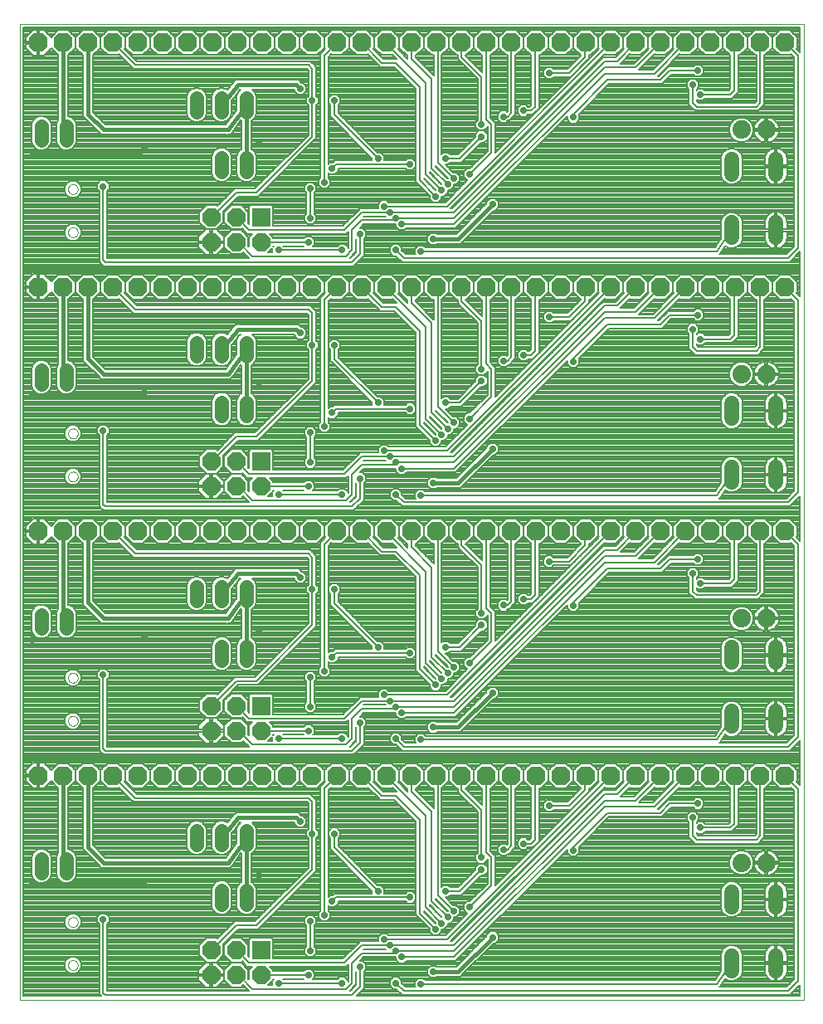
<source format=gbl>
G75*
G70*
%OFA0B0*%
%FSLAX24Y24*%
%IPPOS*%
%LPD*%
%AMOC8*
5,1,8,0,0,1.08239X$1,22.5*
%
%ADD10C,0.0000*%
%ADD11R,0.0740X0.0740*%
%ADD12OC8,0.0740*%
%ADD13C,0.0600*%
%ADD14C,0.0740*%
%ADD15OC8,0.0760*%
%ADD16C,0.0560*%
%ADD17OC8,0.0240*%
%ADD18C,0.0160*%
%ADD19C,0.0080*%
D10*
X000202Y000141D02*
X000202Y039324D01*
X031698Y039324D01*
X031698Y000141D01*
X000202Y000141D01*
X002148Y001525D02*
X002150Y001552D01*
X002156Y001579D01*
X002165Y001605D01*
X002178Y001629D01*
X002194Y001652D01*
X002213Y001671D01*
X002235Y001688D01*
X002259Y001702D01*
X002284Y001712D01*
X002311Y001719D01*
X002338Y001722D01*
X002366Y001721D01*
X002393Y001716D01*
X002419Y001708D01*
X002443Y001696D01*
X002466Y001680D01*
X002487Y001662D01*
X002504Y001641D01*
X002519Y001617D01*
X002530Y001592D01*
X002538Y001566D01*
X002542Y001539D01*
X002542Y001511D01*
X002538Y001484D01*
X002530Y001458D01*
X002519Y001433D01*
X002504Y001409D01*
X002487Y001388D01*
X002466Y001370D01*
X002444Y001354D01*
X002419Y001342D01*
X002393Y001334D01*
X002366Y001329D01*
X002338Y001328D01*
X002311Y001331D01*
X002284Y001338D01*
X002259Y001348D01*
X002235Y001362D01*
X002213Y001379D01*
X002194Y001398D01*
X002178Y001421D01*
X002165Y001445D01*
X002156Y001471D01*
X002150Y001498D01*
X002148Y001525D01*
X002148Y003257D02*
X002150Y003284D01*
X002156Y003311D01*
X002165Y003337D01*
X002178Y003361D01*
X002194Y003384D01*
X002213Y003403D01*
X002235Y003420D01*
X002259Y003434D01*
X002284Y003444D01*
X002311Y003451D01*
X002338Y003454D01*
X002366Y003453D01*
X002393Y003448D01*
X002419Y003440D01*
X002443Y003428D01*
X002466Y003412D01*
X002487Y003394D01*
X002504Y003373D01*
X002519Y003349D01*
X002530Y003324D01*
X002538Y003298D01*
X002542Y003271D01*
X002542Y003243D01*
X002538Y003216D01*
X002530Y003190D01*
X002519Y003165D01*
X002504Y003141D01*
X002487Y003120D01*
X002466Y003102D01*
X002444Y003086D01*
X002419Y003074D01*
X002393Y003066D01*
X002366Y003061D01*
X002338Y003060D01*
X002311Y003063D01*
X002284Y003070D01*
X002259Y003080D01*
X002235Y003094D01*
X002213Y003111D01*
X002194Y003130D01*
X002178Y003153D01*
X002165Y003177D01*
X002156Y003203D01*
X002150Y003230D01*
X002148Y003257D01*
X002148Y011337D02*
X002150Y011364D01*
X002156Y011391D01*
X002165Y011417D01*
X002178Y011441D01*
X002194Y011464D01*
X002213Y011483D01*
X002235Y011500D01*
X002259Y011514D01*
X002284Y011524D01*
X002311Y011531D01*
X002338Y011534D01*
X002366Y011533D01*
X002393Y011528D01*
X002419Y011520D01*
X002443Y011508D01*
X002466Y011492D01*
X002487Y011474D01*
X002504Y011453D01*
X002519Y011429D01*
X002530Y011404D01*
X002538Y011378D01*
X002542Y011351D01*
X002542Y011323D01*
X002538Y011296D01*
X002530Y011270D01*
X002519Y011245D01*
X002504Y011221D01*
X002487Y011200D01*
X002466Y011182D01*
X002444Y011166D01*
X002419Y011154D01*
X002393Y011146D01*
X002366Y011141D01*
X002338Y011140D01*
X002311Y011143D01*
X002284Y011150D01*
X002259Y011160D01*
X002235Y011174D01*
X002213Y011191D01*
X002194Y011210D01*
X002178Y011233D01*
X002165Y011257D01*
X002156Y011283D01*
X002150Y011310D01*
X002148Y011337D01*
X002148Y013070D02*
X002150Y013097D01*
X002156Y013124D01*
X002165Y013150D01*
X002178Y013174D01*
X002194Y013197D01*
X002213Y013216D01*
X002235Y013233D01*
X002259Y013247D01*
X002284Y013257D01*
X002311Y013264D01*
X002338Y013267D01*
X002366Y013266D01*
X002393Y013261D01*
X002419Y013253D01*
X002443Y013241D01*
X002466Y013225D01*
X002487Y013207D01*
X002504Y013186D01*
X002519Y013162D01*
X002530Y013137D01*
X002538Y013111D01*
X002542Y013084D01*
X002542Y013056D01*
X002538Y013029D01*
X002530Y013003D01*
X002519Y012978D01*
X002504Y012954D01*
X002487Y012933D01*
X002466Y012915D01*
X002444Y012899D01*
X002419Y012887D01*
X002393Y012879D01*
X002366Y012874D01*
X002338Y012873D01*
X002311Y012876D01*
X002284Y012883D01*
X002259Y012893D01*
X002235Y012907D01*
X002213Y012924D01*
X002194Y012943D01*
X002178Y012966D01*
X002165Y012990D01*
X002156Y013016D01*
X002150Y013043D01*
X002148Y013070D01*
X002148Y021150D02*
X002150Y021177D01*
X002156Y021204D01*
X002165Y021230D01*
X002178Y021254D01*
X002194Y021277D01*
X002213Y021296D01*
X002235Y021313D01*
X002259Y021327D01*
X002284Y021337D01*
X002311Y021344D01*
X002338Y021347D01*
X002366Y021346D01*
X002393Y021341D01*
X002419Y021333D01*
X002443Y021321D01*
X002466Y021305D01*
X002487Y021287D01*
X002504Y021266D01*
X002519Y021242D01*
X002530Y021217D01*
X002538Y021191D01*
X002542Y021164D01*
X002542Y021136D01*
X002538Y021109D01*
X002530Y021083D01*
X002519Y021058D01*
X002504Y021034D01*
X002487Y021013D01*
X002466Y020995D01*
X002444Y020979D01*
X002419Y020967D01*
X002393Y020959D01*
X002366Y020954D01*
X002338Y020953D01*
X002311Y020956D01*
X002284Y020963D01*
X002259Y020973D01*
X002235Y020987D01*
X002213Y021004D01*
X002194Y021023D01*
X002178Y021046D01*
X002165Y021070D01*
X002156Y021096D01*
X002150Y021123D01*
X002148Y021150D01*
X002148Y022882D02*
X002150Y022909D01*
X002156Y022936D01*
X002165Y022962D01*
X002178Y022986D01*
X002194Y023009D01*
X002213Y023028D01*
X002235Y023045D01*
X002259Y023059D01*
X002284Y023069D01*
X002311Y023076D01*
X002338Y023079D01*
X002366Y023078D01*
X002393Y023073D01*
X002419Y023065D01*
X002443Y023053D01*
X002466Y023037D01*
X002487Y023019D01*
X002504Y022998D01*
X002519Y022974D01*
X002530Y022949D01*
X002538Y022923D01*
X002542Y022896D01*
X002542Y022868D01*
X002538Y022841D01*
X002530Y022815D01*
X002519Y022790D01*
X002504Y022766D01*
X002487Y022745D01*
X002466Y022727D01*
X002444Y022711D01*
X002419Y022699D01*
X002393Y022691D01*
X002366Y022686D01*
X002338Y022685D01*
X002311Y022688D01*
X002284Y022695D01*
X002259Y022705D01*
X002235Y022719D01*
X002213Y022736D01*
X002194Y022755D01*
X002178Y022778D01*
X002165Y022802D01*
X002156Y022828D01*
X002150Y022855D01*
X002148Y022882D01*
X002148Y030962D02*
X002150Y030989D01*
X002156Y031016D01*
X002165Y031042D01*
X002178Y031066D01*
X002194Y031089D01*
X002213Y031108D01*
X002235Y031125D01*
X002259Y031139D01*
X002284Y031149D01*
X002311Y031156D01*
X002338Y031159D01*
X002366Y031158D01*
X002393Y031153D01*
X002419Y031145D01*
X002443Y031133D01*
X002466Y031117D01*
X002487Y031099D01*
X002504Y031078D01*
X002519Y031054D01*
X002530Y031029D01*
X002538Y031003D01*
X002542Y030976D01*
X002542Y030948D01*
X002538Y030921D01*
X002530Y030895D01*
X002519Y030870D01*
X002504Y030846D01*
X002487Y030825D01*
X002466Y030807D01*
X002444Y030791D01*
X002419Y030779D01*
X002393Y030771D01*
X002366Y030766D01*
X002338Y030765D01*
X002311Y030768D01*
X002284Y030775D01*
X002259Y030785D01*
X002235Y030799D01*
X002213Y030816D01*
X002194Y030835D01*
X002178Y030858D01*
X002165Y030882D01*
X002156Y030908D01*
X002150Y030935D01*
X002148Y030962D01*
X002148Y032695D02*
X002150Y032722D01*
X002156Y032749D01*
X002165Y032775D01*
X002178Y032799D01*
X002194Y032822D01*
X002213Y032841D01*
X002235Y032858D01*
X002259Y032872D01*
X002284Y032882D01*
X002311Y032889D01*
X002338Y032892D01*
X002366Y032891D01*
X002393Y032886D01*
X002419Y032878D01*
X002443Y032866D01*
X002466Y032850D01*
X002487Y032832D01*
X002504Y032811D01*
X002519Y032787D01*
X002530Y032762D01*
X002538Y032736D01*
X002542Y032709D01*
X002542Y032681D01*
X002538Y032654D01*
X002530Y032628D01*
X002519Y032603D01*
X002504Y032579D01*
X002487Y032558D01*
X002466Y032540D01*
X002444Y032524D01*
X002419Y032512D01*
X002393Y032504D01*
X002366Y032499D01*
X002338Y032498D01*
X002311Y032501D01*
X002284Y032508D01*
X002259Y032518D01*
X002235Y032532D01*
X002213Y032549D01*
X002194Y032568D01*
X002178Y032591D01*
X002165Y032615D01*
X002156Y032641D01*
X002150Y032668D01*
X002148Y032695D01*
D11*
X009902Y031569D03*
X009902Y021756D03*
X009902Y011944D03*
X009902Y002131D03*
D12*
X009902Y001131D03*
X008902Y001131D03*
X008902Y002131D03*
X007902Y002131D03*
X007902Y001131D03*
X007902Y010944D03*
X008902Y010944D03*
X008902Y011944D03*
X007902Y011944D03*
X009902Y010944D03*
X009902Y020756D03*
X008902Y020756D03*
X008902Y021756D03*
X007902Y021756D03*
X007902Y020756D03*
X007902Y030569D03*
X007902Y031569D03*
X008902Y031569D03*
X008902Y030569D03*
X009902Y030569D03*
D13*
X028812Y030749D02*
X028812Y031349D01*
X028812Y033309D02*
X028812Y033909D01*
X030592Y033909D02*
X030592Y033309D01*
X030592Y031349D02*
X030592Y030749D01*
X030592Y024096D02*
X030592Y023496D01*
X030592Y021536D02*
X030592Y020936D01*
X028812Y020936D02*
X028812Y021536D01*
X028812Y023496D02*
X028812Y024096D01*
X028812Y014284D02*
X028812Y013684D01*
X028812Y011724D02*
X028812Y011124D01*
X030592Y011124D02*
X030592Y011724D01*
X030592Y013684D02*
X030592Y014284D01*
X030592Y004471D02*
X030592Y003871D01*
X030592Y001911D02*
X030592Y001311D01*
X028812Y001311D02*
X028812Y001911D01*
X028812Y003871D02*
X028812Y004471D01*
D14*
X029202Y005641D03*
X030202Y005641D03*
X030202Y015454D03*
X029202Y015454D03*
X029202Y025266D03*
X030202Y025266D03*
X030202Y035079D03*
X029202Y035079D03*
D15*
X028952Y038579D03*
X027952Y038579D03*
X026952Y038579D03*
X025952Y038579D03*
X024952Y038579D03*
X023952Y038579D03*
X022952Y038579D03*
X021952Y038579D03*
X020952Y038579D03*
X019952Y038579D03*
X018952Y038579D03*
X017952Y038579D03*
X016952Y038579D03*
X015952Y038579D03*
X014952Y038579D03*
X013952Y038579D03*
X012952Y038579D03*
X011952Y038579D03*
X010952Y038579D03*
X009952Y038579D03*
X008952Y038579D03*
X007952Y038579D03*
X006952Y038579D03*
X005952Y038579D03*
X004952Y038579D03*
X003952Y038579D03*
X002952Y038579D03*
X001952Y038579D03*
X000952Y038579D03*
X000952Y028766D03*
X001952Y028766D03*
X002952Y028766D03*
X003952Y028766D03*
X004952Y028766D03*
X005952Y028766D03*
X006952Y028766D03*
X007952Y028766D03*
X008952Y028766D03*
X009952Y028766D03*
X010952Y028766D03*
X011952Y028766D03*
X012952Y028766D03*
X013952Y028766D03*
X014952Y028766D03*
X015952Y028766D03*
X016952Y028766D03*
X017952Y028766D03*
X018952Y028766D03*
X019952Y028766D03*
X020952Y028766D03*
X021952Y028766D03*
X022952Y028766D03*
X023952Y028766D03*
X024952Y028766D03*
X025952Y028766D03*
X026952Y028766D03*
X027952Y028766D03*
X028952Y028766D03*
X029952Y028766D03*
X030952Y028766D03*
X030952Y018954D03*
X029952Y018954D03*
X028952Y018954D03*
X027952Y018954D03*
X026952Y018954D03*
X025952Y018954D03*
X024952Y018954D03*
X023952Y018954D03*
X022952Y018954D03*
X021952Y018954D03*
X020952Y018954D03*
X019952Y018954D03*
X018952Y018954D03*
X017952Y018954D03*
X016952Y018954D03*
X015952Y018954D03*
X014952Y018954D03*
X013952Y018954D03*
X012952Y018954D03*
X011952Y018954D03*
X010952Y018954D03*
X009952Y018954D03*
X008952Y018954D03*
X007952Y018954D03*
X006952Y018954D03*
X005952Y018954D03*
X004952Y018954D03*
X003952Y018954D03*
X002952Y018954D03*
X001952Y018954D03*
X000952Y018954D03*
X000952Y009141D03*
X001952Y009141D03*
X002952Y009141D03*
X003952Y009141D03*
X004952Y009141D03*
X005952Y009141D03*
X006952Y009141D03*
X007952Y009141D03*
X008952Y009141D03*
X009952Y009141D03*
X010952Y009141D03*
X011952Y009141D03*
X012952Y009141D03*
X013952Y009141D03*
X014952Y009141D03*
X015952Y009141D03*
X016952Y009141D03*
X017952Y009141D03*
X018952Y009141D03*
X019952Y009141D03*
X020952Y009141D03*
X021952Y009141D03*
X022952Y009141D03*
X023952Y009141D03*
X024952Y009141D03*
X025952Y009141D03*
X026952Y009141D03*
X027952Y009141D03*
X028952Y009141D03*
X029952Y009141D03*
X030952Y009141D03*
X030952Y038579D03*
X029952Y038579D03*
D16*
X009312Y036354D02*
X009312Y035794D01*
X008312Y035794D02*
X008312Y036354D01*
X007312Y036354D02*
X007312Y035794D01*
X008322Y033954D02*
X008322Y033394D01*
X009322Y033394D02*
X009322Y033954D01*
X009312Y026541D02*
X009312Y025981D01*
X008312Y025981D02*
X008312Y026541D01*
X007312Y026541D02*
X007312Y025981D01*
X008322Y024141D02*
X008322Y023581D01*
X009322Y023581D02*
X009322Y024141D01*
X009312Y016729D02*
X009312Y016169D01*
X008312Y016169D02*
X008312Y016729D01*
X007312Y016729D02*
X007312Y016169D01*
X008322Y014329D02*
X008322Y013769D01*
X009322Y013769D02*
X009322Y014329D01*
X009312Y006916D02*
X009312Y006356D01*
X008312Y006356D02*
X008312Y006916D01*
X007312Y006916D02*
X007312Y006356D01*
X008322Y004516D02*
X008322Y003956D01*
X009322Y003956D02*
X009322Y004516D01*
X002077Y005236D02*
X002077Y005796D01*
X001077Y005796D02*
X001077Y005236D01*
X001077Y015049D02*
X001077Y015609D01*
X002077Y015609D02*
X002077Y015049D01*
X002077Y024861D02*
X002077Y025421D01*
X001077Y025421D02*
X001077Y024861D01*
X001077Y034674D02*
X001077Y035234D01*
X002077Y035234D02*
X002077Y034674D01*
D17*
X000702Y034204D03*
X003562Y032809D03*
X005202Y034329D03*
X009827Y034579D03*
X011482Y036729D03*
X011962Y036249D03*
X012842Y036249D03*
X014602Y033929D03*
X015882Y033689D03*
X017162Y032649D03*
X017402Y032889D03*
X017642Y033129D03*
X018282Y033289D03*
X017322Y033929D03*
X016922Y032409D03*
X016827Y030704D03*
X016327Y030204D03*
X015317Y030249D03*
X015562Y031289D03*
X015322Y031529D03*
X015082Y031769D03*
X014842Y032009D03*
X013882Y030889D03*
X013162Y030249D03*
X011802Y030569D03*
X011882Y031529D03*
X011882Y032729D03*
X012442Y032969D03*
X012762Y033529D03*
X010602Y030249D03*
X011482Y026916D03*
X011962Y026436D03*
X012842Y026436D03*
X014602Y024116D03*
X015882Y023876D03*
X017162Y022836D03*
X017402Y023076D03*
X017642Y023316D03*
X018282Y023476D03*
X017322Y024116D03*
X016922Y022596D03*
X016827Y020891D03*
X016327Y020391D03*
X015317Y020436D03*
X015562Y021476D03*
X015322Y021716D03*
X015082Y021956D03*
X014842Y022196D03*
X013882Y021076D03*
X013162Y020436D03*
X011802Y020756D03*
X011882Y021716D03*
X011882Y022916D03*
X012442Y023156D03*
X012762Y023716D03*
X010602Y020436D03*
X011482Y017104D03*
X011962Y016624D03*
X012842Y016624D03*
X014602Y014304D03*
X015882Y014064D03*
X017162Y013024D03*
X017402Y013264D03*
X017642Y013504D03*
X018282Y013664D03*
X017322Y014304D03*
X016922Y012784D03*
X016827Y011079D03*
X016327Y010579D03*
X015317Y010624D03*
X015562Y011664D03*
X015322Y011904D03*
X015082Y012144D03*
X014842Y012384D03*
X013882Y011264D03*
X013162Y010624D03*
X011802Y010944D03*
X011882Y011904D03*
X011882Y013104D03*
X012442Y013344D03*
X012762Y013904D03*
X010602Y010624D03*
X011482Y007291D03*
X011962Y006811D03*
X012842Y006811D03*
X014602Y004491D03*
X015882Y004251D03*
X017162Y003211D03*
X017402Y003451D03*
X017642Y003691D03*
X018282Y003851D03*
X017322Y004491D03*
X016922Y002971D03*
X016827Y001266D03*
X016327Y000766D03*
X015317Y000811D03*
X015562Y001851D03*
X015322Y002091D03*
X015082Y002331D03*
X014842Y002571D03*
X013882Y001451D03*
X013162Y000811D03*
X011802Y001131D03*
X011882Y002091D03*
X011882Y003291D03*
X012442Y003531D03*
X012762Y004091D03*
X010602Y000811D03*
X009827Y005141D03*
X005202Y004891D03*
X003562Y003371D03*
X000702Y004766D03*
X003562Y013184D03*
X005202Y014704D03*
X000702Y014579D03*
X003562Y022996D03*
X005202Y024516D03*
X000702Y024391D03*
X009827Y024766D03*
X009827Y014954D03*
X018762Y015184D03*
X018762Y015664D03*
X019642Y015984D03*
X020442Y016224D03*
X021482Y017744D03*
X022452Y015954D03*
X019202Y012454D03*
X021482Y007931D03*
X020442Y006411D03*
X019642Y006171D03*
X018762Y005851D03*
X018762Y005371D03*
X019202Y002641D03*
X022452Y006141D03*
X027242Y007451D03*
X027562Y007051D03*
X027452Y008016D03*
X027562Y016864D03*
X027242Y017264D03*
X027452Y017829D03*
X022452Y025766D03*
X021482Y027556D03*
X020442Y026036D03*
X019642Y025796D03*
X018762Y025476D03*
X018762Y024996D03*
X019202Y022266D03*
X019202Y032079D03*
X018762Y034809D03*
X018762Y035289D03*
X019642Y035609D03*
X020442Y035849D03*
X021482Y037369D03*
X022452Y035579D03*
X027242Y036889D03*
X027562Y036489D03*
X027452Y037454D03*
X027452Y027641D03*
X027242Y027076D03*
X027562Y026676D03*
D18*
X019202Y022266D02*
X017827Y020891D01*
X016827Y020891D01*
X011482Y017104D02*
X011322Y017264D01*
X009642Y017264D01*
X008967Y017264D01*
X008312Y016449D01*
X009312Y016449D02*
X008567Y015454D01*
X003577Y015454D01*
X002952Y016079D01*
X002952Y018954D01*
X001952Y018954D02*
X001952Y015454D01*
X002077Y015329D01*
X000702Y014579D02*
X005077Y014579D01*
X005202Y014704D01*
X009322Y014049D02*
X009322Y016439D01*
X009312Y016449D01*
X009322Y023861D02*
X009322Y026251D01*
X009312Y026261D01*
X008567Y025266D01*
X003577Y025266D01*
X002952Y025891D01*
X002952Y028766D01*
X001952Y028766D02*
X001952Y025266D01*
X002077Y025141D01*
X000702Y024391D02*
X005077Y024391D01*
X005202Y024516D01*
X008312Y026261D02*
X008967Y027076D01*
X009642Y027076D01*
X011322Y027076D01*
X011482Y026916D01*
X016827Y030704D02*
X017827Y030704D01*
X019202Y032079D01*
X011482Y036729D02*
X011322Y036889D01*
X009642Y036889D01*
X008967Y036889D01*
X008312Y036074D01*
X009312Y036074D02*
X008567Y035079D01*
X003577Y035079D01*
X002952Y035704D01*
X002952Y038579D01*
X001952Y038579D02*
X001952Y035079D01*
X002077Y034954D01*
X000702Y034204D02*
X005077Y034204D01*
X005202Y034329D01*
X009322Y033674D02*
X009322Y036064D01*
X009312Y036074D01*
X019202Y012454D02*
X017827Y011079D01*
X016827Y011079D01*
X011482Y007291D02*
X011322Y007451D01*
X009642Y007451D01*
X008967Y007451D01*
X008312Y006636D01*
X009312Y006636D02*
X008567Y005641D01*
X003577Y005641D01*
X002952Y006266D01*
X002952Y009141D01*
X001952Y009141D02*
X001952Y005641D01*
X002077Y005516D01*
X000702Y004766D02*
X005077Y004766D01*
X005202Y004891D01*
X009322Y004236D02*
X009322Y006626D01*
X009312Y006636D01*
X016827Y001266D02*
X017827Y001266D01*
X019202Y002641D01*
D19*
X019370Y002812D02*
X031322Y002812D01*
X031322Y002890D02*
X018927Y002890D01*
X019005Y002969D02*
X031322Y002969D01*
X031322Y003047D02*
X019084Y003047D01*
X019162Y003126D02*
X031322Y003126D01*
X031322Y003204D02*
X019241Y003204D01*
X019320Y003283D02*
X031322Y003283D01*
X031322Y003361D02*
X019398Y003361D01*
X019477Y003440D02*
X030501Y003440D01*
X030489Y003442D02*
X030423Y003463D01*
X030361Y003495D01*
X030305Y003535D01*
X030256Y003584D01*
X030215Y003640D01*
X030184Y003702D01*
X030162Y003768D01*
X030152Y003836D01*
X030152Y004131D01*
X030551Y004131D01*
X030551Y004211D01*
X030152Y004211D01*
X030152Y004506D01*
X030162Y004574D01*
X030184Y004640D01*
X030215Y004702D01*
X030256Y004758D01*
X030305Y004807D01*
X030361Y004847D01*
X030423Y004879D01*
X030489Y004900D01*
X030552Y004910D01*
X030552Y004211D01*
X030631Y004211D01*
X030631Y004910D01*
X030695Y004900D01*
X030760Y004879D01*
X030822Y004847D01*
X030878Y004807D01*
X030927Y004758D01*
X030968Y004702D01*
X030999Y004640D01*
X031021Y004574D01*
X031032Y004506D01*
X031032Y004211D01*
X030632Y004211D01*
X030632Y004131D01*
X031032Y004131D01*
X031032Y003836D01*
X031021Y003768D01*
X030999Y003702D01*
X030968Y003640D01*
X030927Y003584D01*
X030878Y003535D01*
X030822Y003495D01*
X030760Y003463D01*
X030695Y003442D01*
X030631Y003432D01*
X030631Y004131D01*
X030552Y004131D01*
X030552Y003432D01*
X030489Y003442D01*
X030552Y003440D02*
X030631Y003440D01*
X030682Y003440D02*
X031322Y003440D01*
X031322Y003518D02*
X030855Y003518D01*
X030936Y003597D02*
X031322Y003597D01*
X031322Y003676D02*
X030986Y003676D01*
X031016Y003754D02*
X031322Y003754D01*
X031322Y003833D02*
X031031Y003833D01*
X031032Y003911D02*
X031322Y003911D01*
X031322Y003990D02*
X031032Y003990D01*
X031032Y004068D02*
X031322Y004068D01*
X031322Y004147D02*
X030632Y004147D01*
X030631Y004225D02*
X030552Y004225D01*
X030551Y004147D02*
X029232Y004147D01*
X029232Y004225D02*
X030152Y004225D01*
X030152Y004304D02*
X029232Y004304D01*
X029232Y004382D02*
X030152Y004382D01*
X030152Y004461D02*
X029232Y004461D01*
X029232Y004540D02*
X030157Y004540D01*
X030177Y004618D02*
X029205Y004618D01*
X029232Y004555D02*
X029168Y004709D01*
X029049Y004827D01*
X028895Y004891D01*
X028728Y004891D01*
X028574Y004827D01*
X028456Y004709D01*
X028392Y004555D01*
X028392Y003788D01*
X028456Y003633D01*
X028574Y003515D01*
X028728Y003451D01*
X028895Y003451D01*
X029049Y003515D01*
X029168Y003633D01*
X029232Y003788D01*
X029232Y004555D01*
X029173Y004697D02*
X030213Y004697D01*
X030273Y004775D02*
X029101Y004775D01*
X028985Y004854D02*
X030373Y004854D01*
X030552Y004854D02*
X030631Y004854D01*
X030631Y004775D02*
X030552Y004775D01*
X030552Y004697D02*
X030631Y004697D01*
X030631Y004618D02*
X030552Y004618D01*
X030552Y004540D02*
X030631Y004540D01*
X030631Y004461D02*
X030552Y004461D01*
X030552Y004382D02*
X030631Y004382D01*
X030631Y004304D02*
X030552Y004304D01*
X030552Y004068D02*
X030631Y004068D01*
X030631Y003990D02*
X030552Y003990D01*
X030552Y003911D02*
X030631Y003911D01*
X030631Y003833D02*
X030552Y003833D01*
X030552Y003754D02*
X030631Y003754D01*
X030631Y003676D02*
X030552Y003676D01*
X030552Y003597D02*
X030631Y003597D01*
X030631Y003518D02*
X030552Y003518D01*
X030328Y003518D02*
X029053Y003518D01*
X029131Y003597D02*
X030247Y003597D01*
X030197Y003676D02*
X029185Y003676D01*
X029218Y003754D02*
X030167Y003754D01*
X030152Y003833D02*
X029232Y003833D01*
X029232Y003911D02*
X030152Y003911D01*
X030152Y003990D02*
X029232Y003990D01*
X029232Y004068D02*
X030152Y004068D01*
X030810Y004854D02*
X031322Y004854D01*
X031322Y004932D02*
X020969Y004932D01*
X020890Y004854D02*
X028638Y004854D01*
X028522Y004775D02*
X020812Y004775D01*
X020733Y004697D02*
X028450Y004697D01*
X028418Y004618D02*
X020655Y004618D01*
X020576Y004540D02*
X028392Y004540D01*
X028392Y004461D02*
X020498Y004461D01*
X020419Y004382D02*
X028392Y004382D01*
X028392Y004304D02*
X020341Y004304D01*
X020262Y004225D02*
X028392Y004225D01*
X028392Y004147D02*
X020184Y004147D01*
X020105Y004068D02*
X028392Y004068D01*
X028392Y003990D02*
X020026Y003990D01*
X019948Y003911D02*
X028392Y003911D01*
X028392Y003833D02*
X019869Y003833D01*
X019791Y003754D02*
X028405Y003754D01*
X028438Y003676D02*
X019712Y003676D01*
X019634Y003597D02*
X028492Y003597D01*
X028570Y003518D02*
X019555Y003518D01*
X019152Y004068D02*
X019105Y004068D01*
X019074Y003990D02*
X019026Y003990D01*
X018995Y003911D02*
X018948Y003911D01*
X018917Y003833D02*
X018869Y003833D01*
X018838Y003754D02*
X018791Y003754D01*
X018760Y003676D02*
X018712Y003676D01*
X018681Y003597D02*
X018634Y003597D01*
X018603Y003518D02*
X018555Y003518D01*
X018524Y003440D02*
X018477Y003440D01*
X018446Y003361D02*
X018398Y003361D01*
X018367Y003283D02*
X018320Y003283D01*
X018289Y003204D02*
X018241Y003204D01*
X018210Y003126D02*
X018162Y003126D01*
X018131Y003047D02*
X018084Y003047D01*
X018053Y002969D02*
X018005Y002969D01*
X017974Y002890D02*
X017927Y002890D01*
X017896Y002812D02*
X017848Y002812D01*
X017817Y002733D02*
X017770Y002733D01*
X017739Y002654D02*
X017691Y002654D01*
X017660Y002576D02*
X017613Y002576D01*
X017582Y002497D02*
X017534Y002497D01*
X017528Y002491D02*
X023711Y008674D01*
X023744Y008641D01*
X024159Y008641D01*
X024452Y008934D01*
X024485Y008901D01*
X024135Y008551D01*
X023635Y008551D01*
X023542Y008457D01*
X017575Y002491D01*
X017528Y002491D01*
X017382Y002571D02*
X023952Y009141D01*
X024298Y008781D02*
X024365Y008781D01*
X024377Y008859D02*
X024444Y008859D01*
X024452Y008934D02*
X024452Y009348D01*
X024452Y008934D01*
X024452Y008938D02*
X024452Y008938D01*
X024452Y009016D02*
X024452Y009016D01*
X024452Y009095D02*
X024452Y009095D01*
X024452Y009174D02*
X024452Y009174D01*
X024452Y009252D02*
X024452Y009252D01*
X024452Y009331D02*
X024452Y009331D01*
X024452Y009348D02*
X024159Y009641D01*
X023744Y009641D01*
X023452Y009348D01*
X023452Y008934D01*
X023485Y008901D01*
X019322Y004737D01*
X019322Y004797D01*
X019322Y005917D01*
X019228Y006011D01*
X019112Y006127D01*
X019112Y008641D01*
X019159Y008641D01*
X019452Y008934D01*
X019744Y008641D01*
X019802Y008641D01*
X019802Y006397D01*
X019778Y006374D01*
X019741Y006411D01*
X019542Y006411D01*
X019402Y006270D01*
X019402Y006072D01*
X019542Y005931D01*
X019741Y005931D01*
X019821Y006011D01*
X019868Y006011D01*
X020028Y006171D01*
X020122Y006265D01*
X020122Y008641D01*
X020159Y008641D01*
X020452Y008934D01*
X020744Y008641D01*
X020762Y008641D01*
X020762Y006637D01*
X020695Y006571D01*
X020621Y006571D01*
X020541Y006651D01*
X020342Y006651D01*
X020202Y006510D01*
X020202Y006312D01*
X020342Y006171D01*
X020541Y006171D01*
X020621Y006251D01*
X020695Y006251D01*
X020828Y006251D01*
X020988Y006411D01*
X021082Y006505D01*
X021082Y008641D01*
X021159Y008641D01*
X021452Y008934D01*
X021744Y008641D01*
X022159Y008641D01*
X022452Y008934D01*
X022744Y008641D01*
X022762Y008641D01*
X022762Y008637D01*
X022215Y008091D01*
X021661Y008091D01*
X021581Y008171D01*
X021382Y008171D01*
X021242Y008030D01*
X021242Y007832D01*
X021382Y007691D01*
X021581Y007691D01*
X021661Y007771D01*
X022215Y007771D01*
X022348Y007771D01*
X022988Y008411D01*
X023082Y008505D01*
X023082Y008641D01*
X023159Y008641D01*
X023452Y008934D01*
X023452Y009348D01*
X023159Y009641D01*
X022744Y009641D01*
X022452Y009348D01*
X022452Y008934D01*
X022452Y009348D01*
X022159Y009641D01*
X021744Y009641D01*
X021452Y009348D01*
X021452Y008934D01*
X021452Y009348D01*
X021159Y009641D01*
X020744Y009641D01*
X020452Y009348D01*
X020452Y008934D01*
X020452Y009348D01*
X020159Y009641D01*
X019744Y009641D01*
X019452Y009348D01*
X019452Y008934D01*
X019452Y009348D01*
X019159Y009641D01*
X018744Y009641D01*
X018452Y009348D01*
X018452Y008934D01*
X018744Y008641D01*
X018792Y008641D01*
X018792Y007967D01*
X018122Y008637D01*
X018122Y008641D01*
X018159Y008641D01*
X018452Y008934D01*
X018452Y009348D01*
X018159Y009641D01*
X017744Y009641D01*
X017452Y009348D01*
X017452Y008934D01*
X017744Y008641D01*
X017802Y008641D01*
X017802Y008505D01*
X017895Y008411D01*
X018602Y007705D01*
X018602Y006030D01*
X018522Y005950D01*
X018522Y005752D01*
X018662Y005611D01*
X018522Y005470D01*
X018522Y005357D01*
X017815Y004651D01*
X017501Y004651D01*
X017421Y004731D01*
X017222Y004731D01*
X017162Y004670D01*
X017162Y008644D01*
X017452Y008934D01*
X017452Y009348D01*
X017159Y009641D01*
X016744Y009641D01*
X016452Y009348D01*
X016452Y008934D01*
X016744Y008641D01*
X016842Y008641D01*
X016842Y007837D01*
X016828Y007851D01*
X016112Y008567D01*
X016112Y008641D01*
X016159Y008641D01*
X016452Y008934D01*
X016452Y009348D01*
X016159Y009641D01*
X015744Y009641D01*
X015452Y009348D01*
X015452Y008934D01*
X015744Y008641D01*
X015792Y008641D01*
X015792Y008567D01*
X015792Y008487D01*
X015398Y008881D01*
X015452Y008934D01*
X015452Y009348D01*
X015159Y009641D01*
X014744Y009641D01*
X014452Y009348D01*
X014452Y008934D01*
X014744Y008641D01*
X015159Y008641D01*
X015172Y008654D01*
X015335Y008491D01*
X015255Y008491D01*
X014828Y008491D01*
X014418Y008901D01*
X014452Y008934D01*
X014452Y009348D01*
X014159Y009641D01*
X013744Y009641D01*
X013452Y009348D01*
X013452Y008934D01*
X013744Y008641D01*
X014159Y008641D01*
X014192Y008674D01*
X014602Y008265D01*
X014695Y008171D01*
X015255Y008171D01*
X016122Y007305D01*
X016122Y003677D01*
X016122Y003545D01*
X016682Y002985D01*
X016682Y002872D01*
X016822Y002731D01*
X017021Y002731D01*
X017162Y002872D01*
X017162Y002971D01*
X017261Y002971D01*
X017402Y003112D01*
X017402Y003211D01*
X017501Y003211D01*
X017642Y003352D01*
X017642Y003451D01*
X017741Y003451D01*
X017882Y003592D01*
X017882Y003790D01*
X017741Y003931D01*
X017628Y003931D01*
X017308Y004251D01*
X017421Y004251D01*
X017501Y004331D01*
X017815Y004331D01*
X017948Y004331D01*
X018748Y005131D01*
X018861Y005131D01*
X019002Y005272D01*
X019002Y005470D01*
X018861Y005611D01*
X018662Y005611D01*
X018861Y005611D01*
X019002Y005752D01*
X019002Y005785D01*
X019002Y004797D01*
X018295Y004091D01*
X018182Y004091D01*
X018042Y003950D01*
X018042Y003752D01*
X018182Y003611D01*
X018195Y003611D01*
X017315Y002731D01*
X015021Y002731D01*
X014941Y002811D01*
X014742Y002811D01*
X014602Y002670D01*
X014602Y002491D01*
X013895Y002491D01*
X013802Y002397D01*
X013195Y001791D01*
X010392Y001791D01*
X010392Y002551D01*
X010321Y002621D01*
X009482Y002621D01*
X009412Y002551D01*
X009412Y001862D01*
X009371Y001908D01*
X009392Y001928D01*
X009392Y002334D01*
X009104Y002621D01*
X008699Y002621D01*
X008412Y002334D01*
X008412Y001928D01*
X008699Y001641D01*
X009104Y001641D01*
X009144Y001681D01*
X009242Y001571D01*
X009242Y001565D01*
X009285Y001522D01*
X009325Y001476D01*
X009331Y001475D01*
X009335Y001471D01*
X009396Y001471D01*
X009458Y001467D01*
X009462Y001471D01*
X009549Y001471D01*
X009412Y001334D01*
X009412Y000947D01*
X009392Y000967D01*
X009392Y001334D01*
X009104Y001621D01*
X008699Y001621D01*
X008412Y001334D01*
X008412Y000928D01*
X008699Y000641D01*
X009104Y000641D01*
X009185Y000722D01*
X009402Y000505D01*
X009402Y000505D01*
X009415Y000491D01*
X003722Y000491D01*
X003722Y003192D01*
X003802Y003272D01*
X003802Y003470D01*
X003661Y003611D01*
X003462Y003611D01*
X003322Y003470D01*
X003322Y003272D01*
X003402Y003192D01*
X003402Y000345D01*
X003465Y000281D01*
X000342Y000281D01*
X000341Y009883D01*
X031558Y009883D01*
X031558Y008761D01*
X031418Y008901D01*
X031452Y008934D01*
X031452Y009348D01*
X031159Y009641D01*
X030744Y009641D01*
X030452Y009348D01*
X030452Y008934D01*
X030744Y008641D01*
X031159Y008641D01*
X031192Y008674D01*
X031322Y008545D01*
X031322Y000957D01*
X031015Y000651D01*
X028668Y000651D01*
X028331Y000651D01*
X028339Y000663D01*
X028377Y000700D01*
X028377Y000715D01*
X028557Y000972D01*
X028574Y000955D01*
X028728Y000891D01*
X028895Y000891D01*
X029049Y000955D01*
X029168Y001073D01*
X029232Y001228D01*
X029232Y001995D01*
X029168Y002149D01*
X029049Y002267D01*
X028895Y002331D01*
X028728Y002331D01*
X028574Y002267D01*
X028456Y002149D01*
X028392Y001995D01*
X028392Y001292D01*
X028134Y000926D01*
X016506Y000926D01*
X016426Y001006D01*
X016227Y001006D01*
X016087Y000865D01*
X016087Y000667D01*
X016102Y000651D01*
X015703Y000651D01*
X015557Y000797D01*
X015557Y000910D01*
X015416Y001051D01*
X015217Y001051D01*
X015077Y000910D01*
X015077Y000712D01*
X015217Y000571D01*
X015330Y000571D01*
X015570Y000331D01*
X015703Y000331D01*
X028668Y000331D01*
X031015Y000331D01*
X031148Y000331D01*
X031548Y000731D01*
X031558Y000741D01*
X031558Y000281D01*
X013738Y000281D01*
X014042Y000585D01*
X014042Y000717D01*
X014042Y001272D01*
X014122Y001352D01*
X014122Y001550D01*
X013981Y001691D01*
X013868Y001691D01*
X014028Y001851D01*
X015175Y001851D01*
X015222Y001851D01*
X015322Y001851D01*
X015322Y001752D01*
X015462Y001611D01*
X015661Y001611D01*
X015741Y001691D01*
X017595Y001691D01*
X017728Y001691D01*
X022212Y006175D01*
X022212Y006042D01*
X022352Y005901D01*
X022551Y005901D01*
X022692Y006042D01*
X022692Y006240D01*
X022672Y006260D01*
X023893Y007481D01*
X025885Y007481D01*
X026018Y007481D01*
X026393Y007856D01*
X027272Y007856D01*
X027352Y007776D01*
X027551Y007776D01*
X027692Y007917D01*
X028762Y007917D01*
X028762Y007995D02*
X027692Y007995D01*
X027692Y007917D02*
X027692Y008115D01*
X027551Y008256D01*
X027352Y008256D01*
X027272Y008176D01*
X026260Y008176D01*
X026167Y008082D01*
X025885Y007801D01*
X025838Y007801D01*
X026711Y008674D01*
X026744Y008641D01*
X027159Y008641D01*
X027452Y008934D01*
X027744Y008641D01*
X028159Y008641D01*
X028452Y008934D01*
X028744Y008641D01*
X028762Y008641D01*
X028762Y007277D01*
X028695Y007211D01*
X027741Y007211D01*
X027661Y007291D01*
X027462Y007291D01*
X027402Y007230D01*
X027402Y007272D01*
X027482Y007352D01*
X027482Y007550D01*
X027341Y007691D01*
X027142Y007691D01*
X027002Y007550D01*
X027002Y007352D01*
X027082Y007272D01*
X027082Y006797D01*
X027082Y006665D01*
X027242Y006505D01*
X027335Y006411D01*
X029735Y006411D01*
X029868Y006411D01*
X030028Y006571D01*
X030122Y006665D01*
X030122Y008641D01*
X030159Y008641D01*
X030452Y008934D01*
X030452Y009348D01*
X030159Y009641D01*
X029744Y009641D01*
X029452Y009348D01*
X029452Y008934D01*
X029744Y008641D01*
X029802Y008641D01*
X029802Y006797D01*
X029735Y006731D01*
X027468Y006731D01*
X027402Y006797D01*
X027402Y006872D01*
X027462Y006811D01*
X027661Y006811D01*
X027741Y006891D01*
X028695Y006891D01*
X028828Y006891D01*
X028988Y007051D01*
X029082Y007145D01*
X029082Y008641D01*
X029159Y008641D01*
X029452Y008934D01*
X029452Y009348D01*
X029159Y009641D01*
X028744Y009641D01*
X028452Y009348D01*
X028452Y008934D01*
X028452Y009348D01*
X028159Y009641D01*
X027744Y009641D01*
X027452Y009348D01*
X027452Y008934D01*
X027452Y009348D01*
X027159Y009641D01*
X026744Y009641D01*
X026452Y009348D01*
X026452Y008934D01*
X026485Y008901D01*
X025635Y008051D01*
X025088Y008051D01*
X025711Y008674D01*
X025744Y008641D01*
X026159Y008641D01*
X026452Y008934D01*
X026452Y009348D01*
X026159Y009641D01*
X025744Y009641D01*
X025452Y009348D01*
X025452Y008934D01*
X025485Y008901D01*
X024885Y008301D01*
X024385Y008301D01*
X024338Y008301D01*
X024711Y008674D01*
X024744Y008641D01*
X025159Y008641D01*
X025452Y008934D01*
X025452Y009348D01*
X025159Y009641D01*
X024744Y009641D01*
X024452Y009348D01*
X024391Y009409D02*
X024513Y009409D01*
X024591Y009488D02*
X024312Y009488D01*
X024233Y009566D02*
X024670Y009566D01*
X024952Y009141D02*
X024202Y008391D01*
X023702Y008391D01*
X017642Y002331D01*
X015082Y002331D01*
X013962Y002331D01*
X013262Y001631D01*
X009402Y001631D01*
X008962Y002131D01*
X008902Y002131D01*
X008549Y001791D02*
X008254Y001791D01*
X008332Y001869D02*
X008471Y001869D01*
X008412Y001948D02*
X008392Y001948D01*
X008392Y001928D02*
X008104Y001641D01*
X007699Y001641D01*
X007412Y001928D01*
X007412Y002334D01*
X007699Y002621D01*
X008104Y002621D01*
X008145Y002581D01*
X008762Y003197D01*
X008855Y003291D01*
X009655Y003291D01*
X011802Y005437D01*
X011802Y006632D01*
X011722Y006712D01*
X011722Y006910D01*
X011802Y006990D01*
X011802Y008025D01*
X011745Y008081D01*
X011468Y008081D01*
X004785Y008081D01*
X004692Y008175D01*
X004192Y008674D01*
X004159Y008641D01*
X003744Y008641D01*
X003452Y008934D01*
X003452Y009348D01*
X003744Y009641D01*
X004159Y009641D01*
X004452Y009348D01*
X004452Y008934D01*
X004744Y008641D01*
X005159Y008641D01*
X005452Y008934D01*
X005744Y008641D01*
X006159Y008641D01*
X006452Y008934D01*
X006744Y008641D01*
X007159Y008641D01*
X007452Y008934D01*
X007744Y008641D01*
X008159Y008641D01*
X008452Y008934D01*
X008744Y008641D01*
X009159Y008641D01*
X009452Y008934D01*
X009744Y008641D01*
X010159Y008641D01*
X010452Y008934D01*
X010744Y008641D01*
X011159Y008641D01*
X011452Y008934D01*
X011744Y008641D01*
X012159Y008641D01*
X012452Y008934D01*
X012485Y008901D01*
X012375Y008791D01*
X012282Y008697D01*
X012282Y003710D01*
X012202Y003630D01*
X012202Y003432D01*
X012342Y003291D01*
X012541Y003291D01*
X012682Y003432D01*
X012682Y003630D01*
X012602Y003710D01*
X012602Y003912D01*
X012662Y003851D01*
X012861Y003851D01*
X013002Y003992D01*
X013002Y004091D01*
X015702Y004091D01*
X015782Y004011D01*
X015981Y004011D01*
X016122Y004152D01*
X016122Y004350D01*
X015981Y004491D01*
X015782Y004491D01*
X015702Y004411D01*
X014842Y004411D01*
X014842Y004590D01*
X014701Y004731D01*
X014588Y004731D01*
X013002Y006317D01*
X013002Y006632D01*
X013082Y006712D01*
X013082Y006910D01*
X012941Y007051D01*
X012742Y007051D01*
X012602Y006910D01*
X012602Y006712D01*
X012682Y006632D01*
X012682Y006317D01*
X012682Y006185D01*
X014362Y004505D01*
X014362Y004411D01*
X012988Y004411D01*
X012855Y004411D01*
X012775Y004331D01*
X012662Y004331D01*
X012602Y004270D01*
X012602Y008565D01*
X012711Y008674D01*
X012744Y008641D01*
X013159Y008641D01*
X013452Y008934D01*
X013452Y009348D01*
X013159Y009641D01*
X012744Y009641D01*
X012452Y009348D01*
X012452Y008934D01*
X012452Y009348D01*
X012159Y009641D01*
X011744Y009641D01*
X011452Y009348D01*
X011452Y008934D01*
X011452Y009348D01*
X011159Y009641D01*
X010744Y009641D01*
X010452Y009348D01*
X010452Y008934D01*
X010452Y009348D01*
X010159Y009641D01*
X009744Y009641D01*
X009452Y009348D01*
X009452Y008934D01*
X009452Y009348D01*
X009159Y009641D01*
X008744Y009641D01*
X008452Y009348D01*
X008452Y008934D01*
X008452Y009348D01*
X008159Y009641D01*
X007744Y009641D01*
X007452Y009348D01*
X007452Y008934D01*
X007452Y009348D01*
X007159Y009641D01*
X006744Y009641D01*
X006452Y009348D01*
X006452Y008934D01*
X006452Y009348D01*
X006159Y009641D01*
X005744Y009641D01*
X005452Y009348D01*
X005452Y008934D01*
X005452Y009348D01*
X005159Y009641D01*
X004744Y009641D01*
X004452Y009348D01*
X004452Y008934D01*
X004418Y008901D01*
X004918Y008401D01*
X011468Y008401D01*
X011878Y008401D01*
X011972Y008307D01*
X012122Y008157D01*
X012122Y008025D01*
X012122Y006990D01*
X012202Y006910D01*
X012202Y006712D01*
X012122Y006632D01*
X012122Y005305D01*
X012028Y005211D01*
X009788Y002971D01*
X009655Y002971D01*
X008988Y002971D01*
X008371Y002354D01*
X008392Y002334D01*
X008392Y001928D01*
X008392Y002026D02*
X008412Y002026D01*
X008412Y002105D02*
X008392Y002105D01*
X008392Y002183D02*
X008412Y002183D01*
X008412Y002262D02*
X008392Y002262D01*
X008385Y002340D02*
X008418Y002340D01*
X008436Y002419D02*
X008496Y002419D01*
X008514Y002497D02*
X008575Y002497D01*
X008593Y002576D02*
X008654Y002576D01*
X008671Y002654D02*
X011722Y002654D01*
X011722Y002576D02*
X010366Y002576D01*
X010392Y002497D02*
X011722Y002497D01*
X011722Y002419D02*
X010392Y002419D01*
X010392Y002340D02*
X011722Y002340D01*
X011722Y002270D02*
X011642Y002190D01*
X011642Y001992D01*
X011782Y001851D01*
X011981Y001851D01*
X012122Y001992D01*
X012122Y002190D01*
X012042Y002270D01*
X012042Y003112D01*
X012122Y003192D01*
X012122Y003390D01*
X011981Y003531D01*
X011782Y003531D01*
X011642Y003390D01*
X011642Y003192D01*
X011722Y003112D01*
X011722Y002270D01*
X011713Y002262D02*
X010392Y002262D01*
X010392Y002183D02*
X011642Y002183D01*
X011642Y002105D02*
X010392Y002105D01*
X010392Y002026D02*
X011642Y002026D01*
X011686Y001948D02*
X010392Y001948D01*
X010392Y001869D02*
X011764Y001869D01*
X011999Y001869D02*
X013273Y001869D01*
X013352Y001948D02*
X012077Y001948D01*
X012122Y002026D02*
X013430Y002026D01*
X013509Y002105D02*
X012122Y002105D01*
X012122Y002183D02*
X013587Y002183D01*
X013666Y002262D02*
X012050Y002262D01*
X012042Y002340D02*
X013745Y002340D01*
X013823Y002419D02*
X012042Y002419D01*
X012042Y002497D02*
X014602Y002497D01*
X014602Y002576D02*
X012042Y002576D01*
X012042Y002654D02*
X014602Y002654D01*
X014664Y002733D02*
X012042Y002733D01*
X012042Y002812D02*
X016742Y002812D01*
X016682Y002890D02*
X012042Y002890D01*
X012042Y002969D02*
X016682Y002969D01*
X016619Y003047D02*
X012042Y003047D01*
X012056Y003126D02*
X016541Y003126D01*
X016462Y003204D02*
X012122Y003204D01*
X012122Y003283D02*
X016384Y003283D01*
X016305Y003361D02*
X012611Y003361D01*
X012682Y003440D02*
X016226Y003440D01*
X016148Y003518D02*
X012682Y003518D01*
X012682Y003597D02*
X016122Y003597D01*
X016122Y003676D02*
X012636Y003676D01*
X012602Y003754D02*
X016122Y003754D01*
X016122Y003833D02*
X012602Y003833D01*
X012602Y003911D02*
X012602Y003911D01*
X012762Y004091D02*
X012922Y004251D01*
X015882Y004251D01*
X016038Y004068D02*
X016122Y004068D01*
X016122Y003990D02*
X013000Y003990D01*
X013002Y004068D02*
X015725Y004068D01*
X015752Y004461D02*
X014842Y004461D01*
X014842Y004540D02*
X016122Y004540D01*
X016122Y004618D02*
X014814Y004618D01*
X014735Y004697D02*
X016122Y004697D01*
X016122Y004775D02*
X014544Y004775D01*
X014465Y004854D02*
X016122Y004854D01*
X016122Y004932D02*
X014387Y004932D01*
X014308Y005011D02*
X016122Y005011D01*
X016122Y005089D02*
X014230Y005089D01*
X014151Y005168D02*
X016122Y005168D01*
X016122Y005246D02*
X014072Y005246D01*
X013994Y005325D02*
X016122Y005325D01*
X016122Y005404D02*
X013915Y005404D01*
X013837Y005482D02*
X016122Y005482D01*
X016122Y005561D02*
X013758Y005561D01*
X013680Y005639D02*
X016122Y005639D01*
X016122Y005718D02*
X013601Y005718D01*
X013523Y005796D02*
X016122Y005796D01*
X016122Y005875D02*
X013444Y005875D01*
X013366Y005953D02*
X016122Y005953D01*
X016122Y006032D02*
X013287Y006032D01*
X013209Y006110D02*
X016122Y006110D01*
X016122Y006189D02*
X013130Y006189D01*
X013051Y006267D02*
X016122Y006267D01*
X016122Y006346D02*
X013002Y006346D01*
X013002Y006425D02*
X016122Y006425D01*
X016122Y006503D02*
X013002Y006503D01*
X013002Y006582D02*
X016122Y006582D01*
X016122Y006660D02*
X013030Y006660D01*
X013082Y006739D02*
X016122Y006739D01*
X016122Y006817D02*
X013082Y006817D01*
X013082Y006896D02*
X016122Y006896D01*
X016122Y006974D02*
X013018Y006974D01*
X012842Y006811D02*
X012842Y006251D01*
X014602Y004491D01*
X014362Y004461D02*
X012602Y004461D01*
X012602Y004382D02*
X012827Y004382D01*
X012635Y004304D02*
X012602Y004304D01*
X012602Y004540D02*
X014327Y004540D01*
X014248Y004618D02*
X012602Y004618D01*
X012602Y004697D02*
X014170Y004697D01*
X014091Y004775D02*
X012602Y004775D01*
X012602Y004854D02*
X014013Y004854D01*
X013934Y004932D02*
X012602Y004932D01*
X012602Y005011D02*
X013856Y005011D01*
X013777Y005089D02*
X012602Y005089D01*
X012602Y005168D02*
X013699Y005168D01*
X013620Y005246D02*
X012602Y005246D01*
X012602Y005325D02*
X013541Y005325D01*
X013463Y005404D02*
X012602Y005404D01*
X012602Y005482D02*
X013384Y005482D01*
X013306Y005561D02*
X012602Y005561D01*
X012602Y005639D02*
X013227Y005639D01*
X013149Y005718D02*
X012602Y005718D01*
X012602Y005796D02*
X013070Y005796D01*
X012992Y005875D02*
X012602Y005875D01*
X012602Y005953D02*
X012913Y005953D01*
X012835Y006032D02*
X012602Y006032D01*
X012602Y006110D02*
X012756Y006110D01*
X012682Y006189D02*
X012602Y006189D01*
X012602Y006267D02*
X012682Y006267D01*
X012682Y006346D02*
X012602Y006346D01*
X012602Y006425D02*
X012682Y006425D01*
X012682Y006503D02*
X012602Y006503D01*
X012602Y006582D02*
X012682Y006582D01*
X012653Y006660D02*
X012602Y006660D01*
X012602Y006739D02*
X012602Y006739D01*
X012602Y006817D02*
X012602Y006817D01*
X012602Y006896D02*
X012602Y006896D01*
X012602Y006974D02*
X012665Y006974D01*
X012602Y007053D02*
X016122Y007053D01*
X016122Y007131D02*
X012602Y007131D01*
X012602Y007210D02*
X016122Y007210D01*
X016122Y007289D02*
X012602Y007289D01*
X012602Y007367D02*
X016059Y007367D01*
X015981Y007446D02*
X012602Y007446D01*
X012602Y007524D02*
X015902Y007524D01*
X015824Y007603D02*
X012602Y007603D01*
X012602Y007681D02*
X015745Y007681D01*
X015667Y007760D02*
X012602Y007760D01*
X012602Y007838D02*
X015588Y007838D01*
X015509Y007917D02*
X012602Y007917D01*
X012602Y007995D02*
X015431Y007995D01*
X015352Y008074D02*
X012602Y008074D01*
X012602Y008153D02*
X015274Y008153D01*
X015322Y008331D02*
X014762Y008331D01*
X013952Y009141D01*
X014312Y009488D02*
X014591Y009488D01*
X014670Y009566D02*
X014233Y009566D01*
X014391Y009409D02*
X014513Y009409D01*
X014452Y009331D02*
X014452Y009331D01*
X014452Y009252D02*
X014452Y009252D01*
X014452Y009174D02*
X014452Y009174D01*
X014452Y009095D02*
X014452Y009095D01*
X014452Y009016D02*
X014452Y009016D01*
X014452Y008938D02*
X014452Y008938D01*
X014459Y008859D02*
X014526Y008859D01*
X014538Y008781D02*
X014605Y008781D01*
X014617Y008702D02*
X014683Y008702D01*
X014695Y008624D02*
X015203Y008624D01*
X015281Y008545D02*
X014774Y008545D01*
X014557Y008310D02*
X012602Y008310D01*
X012602Y008388D02*
X014478Y008388D01*
X014400Y008467D02*
X012602Y008467D01*
X012602Y008545D02*
X014321Y008545D01*
X014243Y008624D02*
X012660Y008624D01*
X012442Y008631D02*
X012442Y003531D01*
X012272Y003361D02*
X012122Y003361D01*
X012072Y003440D02*
X012202Y003440D01*
X012202Y003518D02*
X011994Y003518D01*
X012202Y003597D02*
X010414Y003597D01*
X010492Y003676D02*
X012247Y003676D01*
X012282Y003754D02*
X010571Y003754D01*
X010649Y003833D02*
X012282Y003833D01*
X012282Y003911D02*
X010728Y003911D01*
X010806Y003990D02*
X012282Y003990D01*
X012282Y004068D02*
X010885Y004068D01*
X010964Y004147D02*
X012282Y004147D01*
X012282Y004225D02*
X011042Y004225D01*
X011121Y004304D02*
X012282Y004304D01*
X012282Y004382D02*
X011199Y004382D01*
X011278Y004461D02*
X012282Y004461D01*
X012282Y004540D02*
X011356Y004540D01*
X011435Y004618D02*
X012282Y004618D01*
X012282Y004697D02*
X011513Y004697D01*
X011592Y004775D02*
X012282Y004775D01*
X012282Y004854D02*
X011670Y004854D01*
X011749Y004932D02*
X012282Y004932D01*
X012282Y005011D02*
X011828Y005011D01*
X011906Y005089D02*
X012282Y005089D01*
X012282Y005168D02*
X011985Y005168D01*
X012063Y005246D02*
X012282Y005246D01*
X012282Y005325D02*
X012122Y005325D01*
X012122Y005404D02*
X012282Y005404D01*
X012282Y005482D02*
X012122Y005482D01*
X012122Y005561D02*
X012282Y005561D01*
X012282Y005639D02*
X012122Y005639D01*
X012122Y005718D02*
X012282Y005718D01*
X012282Y005796D02*
X012122Y005796D01*
X012122Y005875D02*
X012282Y005875D01*
X012282Y005953D02*
X012122Y005953D01*
X012122Y006032D02*
X012282Y006032D01*
X012282Y006110D02*
X012122Y006110D01*
X012122Y006189D02*
X012282Y006189D01*
X012282Y006267D02*
X012122Y006267D01*
X012122Y006346D02*
X012282Y006346D01*
X012282Y006425D02*
X012122Y006425D01*
X012122Y006503D02*
X012282Y006503D01*
X012282Y006582D02*
X012122Y006582D01*
X012150Y006660D02*
X012282Y006660D01*
X012282Y006739D02*
X012202Y006739D01*
X012202Y006817D02*
X012282Y006817D01*
X012282Y006896D02*
X012202Y006896D01*
X012138Y006974D02*
X012282Y006974D01*
X012282Y007053D02*
X012122Y007053D01*
X012122Y007131D02*
X012282Y007131D01*
X012282Y007210D02*
X012122Y007210D01*
X012122Y007289D02*
X012282Y007289D01*
X012282Y007367D02*
X012122Y007367D01*
X012122Y007446D02*
X012282Y007446D01*
X012282Y007524D02*
X012122Y007524D01*
X012122Y007603D02*
X012282Y007603D01*
X012282Y007681D02*
X012122Y007681D01*
X012122Y007760D02*
X012282Y007760D01*
X012282Y007838D02*
X012122Y007838D01*
X012122Y007917D02*
X012282Y007917D01*
X012282Y007995D02*
X012122Y007995D01*
X012122Y008074D02*
X012282Y008074D01*
X012282Y008153D02*
X012122Y008153D01*
X012048Y008231D02*
X012282Y008231D01*
X012282Y008310D02*
X011969Y008310D01*
X011891Y008388D02*
X012282Y008388D01*
X012282Y008467D02*
X004852Y008467D01*
X004774Y008545D02*
X012282Y008545D01*
X012282Y008624D02*
X004695Y008624D01*
X004683Y008702D02*
X004617Y008702D01*
X004605Y008781D02*
X004538Y008781D01*
X004526Y008859D02*
X004459Y008859D01*
X004452Y008938D02*
X004452Y008938D01*
X004452Y009016D02*
X004452Y009016D01*
X004452Y009095D02*
X004452Y009095D01*
X004452Y009174D02*
X004452Y009174D01*
X004452Y009252D02*
X004452Y009252D01*
X004452Y009331D02*
X004452Y009331D01*
X004391Y009409D02*
X004513Y009409D01*
X004591Y009488D02*
X004312Y009488D01*
X004233Y009566D02*
X004670Y009566D01*
X005233Y009566D02*
X005670Y009566D01*
X005591Y009488D02*
X005312Y009488D01*
X005391Y009409D02*
X005513Y009409D01*
X005452Y009331D02*
X005452Y009331D01*
X005452Y009252D02*
X005452Y009252D01*
X005452Y009174D02*
X005452Y009174D01*
X005452Y009095D02*
X005452Y009095D01*
X005452Y009016D02*
X005452Y009016D01*
X005452Y008938D02*
X005452Y008938D01*
X005377Y008859D02*
X005526Y008859D01*
X005605Y008781D02*
X005298Y008781D01*
X005220Y008702D02*
X005683Y008702D01*
X006220Y008702D02*
X006683Y008702D01*
X006605Y008781D02*
X006298Y008781D01*
X006377Y008859D02*
X006526Y008859D01*
X006452Y008938D02*
X006452Y008938D01*
X006452Y009016D02*
X006452Y009016D01*
X006452Y009095D02*
X006452Y009095D01*
X006452Y009174D02*
X006452Y009174D01*
X006452Y009252D02*
X006452Y009252D01*
X006452Y009331D02*
X006452Y009331D01*
X006391Y009409D02*
X006513Y009409D01*
X006591Y009488D02*
X006312Y009488D01*
X006233Y009566D02*
X006670Y009566D01*
X007233Y009566D02*
X007670Y009566D01*
X007591Y009488D02*
X007312Y009488D01*
X007391Y009409D02*
X007513Y009409D01*
X007452Y009331D02*
X007452Y009331D01*
X007452Y009252D02*
X007452Y009252D01*
X007452Y009174D02*
X007452Y009174D01*
X007452Y009095D02*
X007452Y009095D01*
X007452Y009016D02*
X007452Y009016D01*
X007452Y008938D02*
X007452Y008938D01*
X007377Y008859D02*
X007526Y008859D01*
X007605Y008781D02*
X007298Y008781D01*
X007220Y008702D02*
X007683Y008702D01*
X008220Y008702D02*
X008683Y008702D01*
X008605Y008781D02*
X008298Y008781D01*
X008377Y008859D02*
X008526Y008859D01*
X008452Y008938D02*
X008452Y008938D01*
X008452Y009016D02*
X008452Y009016D01*
X008452Y009095D02*
X008452Y009095D01*
X008452Y009174D02*
X008452Y009174D01*
X008452Y009252D02*
X008452Y009252D01*
X008452Y009331D02*
X008452Y009331D01*
X008391Y009409D02*
X008513Y009409D01*
X008591Y009488D02*
X008312Y009488D01*
X008233Y009566D02*
X008670Y009566D01*
X009233Y009566D02*
X009670Y009566D01*
X009591Y009488D02*
X009312Y009488D01*
X009391Y009409D02*
X009513Y009409D01*
X009452Y009331D02*
X009452Y009331D01*
X009452Y009252D02*
X009452Y009252D01*
X009452Y009174D02*
X009452Y009174D01*
X009452Y009095D02*
X009452Y009095D01*
X009452Y009016D02*
X009452Y009016D01*
X009452Y008938D02*
X009452Y008938D01*
X009377Y008859D02*
X009526Y008859D01*
X009605Y008781D02*
X009298Y008781D01*
X009220Y008702D02*
X009683Y008702D01*
X010220Y008702D02*
X010683Y008702D01*
X010605Y008781D02*
X010298Y008781D01*
X010377Y008859D02*
X010526Y008859D01*
X010452Y008938D02*
X010452Y008938D01*
X010452Y009016D02*
X010452Y009016D01*
X010452Y009095D02*
X010452Y009095D01*
X010452Y009174D02*
X010452Y009174D01*
X010452Y009252D02*
X010452Y009252D01*
X010452Y009331D02*
X010452Y009331D01*
X010391Y009409D02*
X010513Y009409D01*
X010591Y009488D02*
X010312Y009488D01*
X010233Y009566D02*
X010670Y009566D01*
X011233Y009566D02*
X011670Y009566D01*
X011591Y009488D02*
X011312Y009488D01*
X011391Y009409D02*
X011513Y009409D01*
X011452Y009331D02*
X011452Y009331D01*
X011452Y009252D02*
X011452Y009252D01*
X011452Y009174D02*
X011452Y009174D01*
X011452Y009095D02*
X011452Y009095D01*
X011452Y009016D02*
X011452Y009016D01*
X011452Y008938D02*
X011452Y008938D01*
X011377Y008859D02*
X011526Y008859D01*
X011605Y008781D02*
X011298Y008781D01*
X011220Y008702D02*
X011683Y008702D01*
X011812Y008241D02*
X011402Y008241D01*
X004852Y008241D01*
X003952Y009141D01*
X003605Y008781D02*
X003298Y008781D01*
X003220Y008702D02*
X003683Y008702D01*
X003526Y008859D02*
X003377Y008859D01*
X003452Y008934D02*
X003452Y009348D01*
X003159Y009641D01*
X002744Y009641D01*
X002452Y009348D01*
X002452Y008934D01*
X002744Y008641D01*
X002752Y008641D01*
X002752Y006349D01*
X002752Y006183D01*
X003377Y005558D01*
X003494Y005441D01*
X008500Y005441D01*
X008513Y005431D01*
X008581Y005441D01*
X008649Y005441D01*
X008661Y005453D01*
X008677Y005455D01*
X008718Y005510D01*
X008767Y005558D01*
X008767Y005574D01*
X009095Y006013D01*
X009122Y006002D01*
X009122Y004866D01*
X009095Y004855D01*
X008982Y004743D01*
X008922Y004596D01*
X008922Y003876D01*
X008982Y003729D01*
X009095Y003617D01*
X009242Y003556D01*
X009401Y003556D01*
X009548Y003617D01*
X009661Y003729D01*
X009722Y003876D01*
X009722Y004596D01*
X009661Y004743D01*
X009548Y004855D01*
X009522Y004866D01*
X009522Y006010D01*
X009538Y006017D01*
X009651Y006129D01*
X009712Y006276D01*
X009712Y006996D01*
X009651Y007143D01*
X009542Y007251D01*
X009559Y007251D01*
X011239Y007251D01*
X011242Y007248D01*
X011242Y007192D01*
X011382Y007051D01*
X011581Y007051D01*
X011722Y007192D01*
X011722Y007390D01*
X011581Y007531D01*
X011524Y007531D01*
X011522Y007534D01*
X011404Y007651D01*
X009559Y007651D01*
X009037Y007651D01*
X009027Y007659D01*
X008956Y007651D01*
X008884Y007651D01*
X008875Y007642D01*
X008863Y007641D01*
X008817Y007585D01*
X008767Y007534D01*
X008767Y007521D01*
X008546Y007247D01*
X008538Y007255D01*
X008391Y007316D01*
X008232Y007316D01*
X008085Y007255D01*
X007972Y007143D01*
X007912Y006996D01*
X007912Y006276D01*
X007972Y006129D01*
X008085Y006017D01*
X008232Y005956D01*
X008391Y005956D01*
X008538Y006017D01*
X008651Y006129D01*
X008712Y006276D01*
X008712Y006815D01*
X008970Y007136D01*
X008912Y006996D01*
X008912Y006436D01*
X008466Y005841D01*
X003659Y005841D01*
X003152Y006349D01*
X003152Y008641D01*
X003159Y008641D01*
X003452Y008934D01*
X003452Y008938D02*
X003452Y008938D01*
X003452Y009016D02*
X003452Y009016D01*
X003452Y009095D02*
X003452Y009095D01*
X003452Y009174D02*
X003452Y009174D01*
X003452Y009252D02*
X003452Y009252D01*
X003452Y009331D02*
X003452Y009331D01*
X003391Y009409D02*
X003513Y009409D01*
X003591Y009488D02*
X003312Y009488D01*
X003233Y009566D02*
X003670Y009566D01*
X003708Y009984D02*
X013628Y009984D01*
X013722Y010077D01*
X014042Y010397D01*
X014042Y010530D01*
X014042Y011084D01*
X014122Y011164D01*
X014122Y011363D01*
X013981Y011504D01*
X013868Y011504D01*
X014028Y011664D01*
X015175Y011664D01*
X015308Y011664D01*
X015322Y011664D01*
X015322Y011564D01*
X015462Y011424D01*
X015661Y011424D01*
X015741Y011504D01*
X017595Y011504D01*
X017728Y011504D01*
X022212Y015987D01*
X022212Y015854D01*
X022352Y015714D01*
X022551Y015714D01*
X022692Y015854D01*
X022692Y016053D01*
X022672Y016073D01*
X023893Y017294D01*
X025885Y017294D01*
X026018Y017294D01*
X026393Y017669D01*
X027272Y017669D01*
X027352Y017589D01*
X027551Y017589D01*
X027692Y017729D01*
X027692Y017928D01*
X027551Y018069D01*
X027352Y018069D01*
X027272Y017989D01*
X026260Y017989D01*
X026167Y017895D01*
X025885Y017614D01*
X025838Y017614D01*
X026711Y018487D01*
X026744Y018454D01*
X027159Y018454D01*
X027452Y018746D01*
X027452Y019161D01*
X027159Y019454D01*
X026744Y019454D01*
X026452Y019161D01*
X026159Y019454D01*
X025744Y019454D01*
X025452Y019161D01*
X025159Y019454D01*
X024744Y019454D01*
X024452Y019161D01*
X024159Y019454D01*
X023744Y019454D01*
X023452Y019161D01*
X023452Y018746D01*
X023485Y018713D01*
X019322Y014550D01*
X019322Y014610D01*
X019322Y015597D01*
X019322Y015730D01*
X019112Y015940D01*
X019112Y018454D01*
X019159Y018454D01*
X019452Y018746D01*
X019452Y019161D01*
X019159Y019454D01*
X018744Y019454D01*
X018452Y019161D01*
X018159Y019454D01*
X017744Y019454D01*
X017452Y019161D01*
X017452Y018746D01*
X017744Y018454D01*
X017802Y018454D01*
X017802Y018317D01*
X017895Y018224D01*
X018602Y017517D01*
X018602Y015843D01*
X018522Y015763D01*
X018522Y015564D01*
X018662Y015424D01*
X018861Y015424D01*
X019002Y015564D01*
X019002Y015597D01*
X019002Y014610D01*
X018295Y013904D01*
X018182Y013904D01*
X018042Y013763D01*
X018042Y013564D01*
X018182Y013424D01*
X018195Y013424D01*
X017315Y012544D01*
X015021Y012544D01*
X014941Y012624D01*
X014742Y012624D01*
X014602Y012483D01*
X014602Y012304D01*
X013895Y012304D01*
X013802Y012210D01*
X013195Y011604D01*
X010392Y011604D01*
X010392Y012363D01*
X010321Y012434D01*
X009482Y012434D01*
X009412Y012363D01*
X009412Y011674D01*
X009371Y011720D01*
X009392Y011741D01*
X009392Y012147D01*
X009104Y012434D01*
X008699Y012434D01*
X008412Y012147D01*
X008412Y011741D01*
X008699Y011454D01*
X009104Y011454D01*
X009144Y011494D01*
X009242Y011383D01*
X009242Y011377D01*
X009285Y011334D01*
X009325Y011288D01*
X009331Y011288D01*
X009335Y011284D01*
X009396Y011284D01*
X009458Y011280D01*
X009462Y011284D01*
X009549Y011284D01*
X009412Y011147D01*
X009412Y010760D01*
X009392Y010780D01*
X009392Y011147D01*
X009104Y011434D01*
X008699Y011434D01*
X008412Y011147D01*
X008412Y010741D01*
X008699Y010454D01*
X009104Y010454D01*
X009185Y010534D01*
X009402Y010317D01*
X009415Y010304D01*
X003722Y010304D01*
X003722Y013004D01*
X003802Y013084D01*
X003802Y013283D01*
X003661Y013424D01*
X003462Y013424D01*
X003322Y013283D01*
X003322Y013084D01*
X003402Y013004D01*
X003402Y010157D01*
X003495Y010064D01*
X003575Y009984D01*
X003708Y009984D01*
X003642Y010144D02*
X003562Y010224D01*
X003562Y013184D01*
X003802Y013179D02*
X009731Y013179D01*
X009655Y013104D02*
X008855Y013104D01*
X008762Y013010D01*
X008145Y012393D01*
X008104Y012434D01*
X007699Y012434D01*
X007412Y012147D01*
X007412Y011741D01*
X007699Y011454D01*
X008104Y011454D01*
X008392Y011741D01*
X008392Y012147D01*
X008371Y012167D01*
X008988Y012784D01*
X009655Y012784D01*
X009788Y012784D01*
X012028Y015024D01*
X012122Y015117D01*
X012122Y016444D01*
X012202Y016524D01*
X012202Y016723D01*
X012122Y016803D01*
X012122Y017970D01*
X012028Y018064D01*
X012028Y018064D01*
X011972Y018120D01*
X011878Y018214D01*
X011468Y018214D01*
X004918Y018214D01*
X004418Y018713D01*
X004452Y018746D01*
X004744Y018454D01*
X005159Y018454D01*
X005452Y018746D01*
X005452Y019161D01*
X005159Y019454D01*
X004744Y019454D01*
X004452Y019161D01*
X004452Y018746D01*
X004452Y019161D01*
X004159Y019454D01*
X003744Y019454D01*
X003452Y019161D01*
X003452Y018746D01*
X003744Y018454D01*
X004159Y018454D01*
X004192Y018487D01*
X004692Y017987D01*
X004785Y017894D01*
X011468Y017894D01*
X011745Y017894D01*
X011802Y017837D01*
X011802Y016803D01*
X011722Y016723D01*
X011722Y016524D01*
X011802Y016444D01*
X011802Y015250D01*
X009655Y013104D01*
X009722Y012944D02*
X011962Y015184D01*
X011962Y016624D01*
X011962Y017904D01*
X011812Y018054D01*
X011402Y018054D01*
X004852Y018054D01*
X003952Y018954D01*
X004307Y019306D02*
X004597Y019306D01*
X004675Y019384D02*
X004228Y019384D01*
X004385Y019227D02*
X004518Y019227D01*
X004452Y019149D02*
X004452Y019149D01*
X004452Y019070D02*
X004452Y019070D01*
X004452Y018991D02*
X004452Y018991D01*
X004452Y018913D02*
X004452Y018913D01*
X004452Y018834D02*
X004452Y018834D01*
X004452Y018756D02*
X004452Y018756D01*
X004454Y018677D02*
X004521Y018677D01*
X004533Y018599D02*
X004599Y018599D01*
X004611Y018520D02*
X004678Y018520D01*
X004690Y018442D02*
X012282Y018442D01*
X012282Y018510D02*
X012282Y013523D01*
X012202Y013443D01*
X012202Y013244D01*
X012342Y013104D01*
X012541Y013104D01*
X012682Y013244D01*
X012682Y013443D01*
X012602Y013523D01*
X012602Y013724D01*
X012662Y013664D01*
X012861Y013664D01*
X013002Y013804D01*
X013002Y013904D01*
X015702Y013904D01*
X015782Y013824D01*
X015981Y013824D01*
X016122Y013964D01*
X016122Y014163D01*
X015981Y014304D01*
X015782Y014304D01*
X015702Y014224D01*
X014842Y014224D01*
X014842Y014403D01*
X014701Y014544D01*
X014588Y014544D01*
X013002Y016130D01*
X013002Y016444D01*
X013082Y016524D01*
X013082Y016723D01*
X012941Y016864D01*
X012742Y016864D01*
X012602Y016723D01*
X012602Y016524D01*
X012682Y016444D01*
X012682Y015997D01*
X012775Y015904D01*
X014362Y014317D01*
X014362Y014224D01*
X012988Y014224D01*
X012855Y014224D01*
X012775Y014144D01*
X012662Y014144D01*
X012602Y014083D01*
X012602Y018377D01*
X012711Y018487D01*
X012744Y018454D01*
X013159Y018454D01*
X013452Y018746D01*
X013744Y018454D01*
X014159Y018454D01*
X014192Y018487D01*
X014602Y018077D01*
X014695Y017984D01*
X015255Y017984D01*
X016122Y017117D01*
X016122Y013490D01*
X016122Y013357D01*
X016682Y012797D01*
X016682Y012684D01*
X016822Y012544D01*
X017021Y012544D01*
X017162Y012684D01*
X017162Y012784D01*
X017261Y012784D01*
X017402Y012924D01*
X017402Y013024D01*
X017501Y013024D01*
X017642Y013164D01*
X017642Y013264D01*
X017741Y013264D01*
X017882Y013404D01*
X017882Y013603D01*
X017741Y013744D01*
X017628Y013744D01*
X017308Y014064D01*
X017421Y014064D01*
X017501Y014144D01*
X017815Y014144D01*
X017948Y014144D01*
X018748Y014944D01*
X018861Y014944D01*
X019002Y015084D01*
X019002Y015283D01*
X018861Y015424D01*
X018662Y015424D01*
X018522Y015283D01*
X018522Y015170D01*
X017815Y014464D01*
X017501Y014464D01*
X017421Y014544D01*
X017222Y014544D01*
X017162Y014483D01*
X017162Y018456D01*
X017452Y018746D01*
X017452Y019161D01*
X017159Y019454D01*
X016744Y019454D01*
X016452Y019161D01*
X016452Y018746D01*
X016159Y018454D01*
X016112Y018454D01*
X016112Y018380D01*
X016842Y017650D01*
X016842Y018454D01*
X016744Y018454D01*
X016452Y018746D01*
X016452Y019161D01*
X016159Y019454D01*
X015744Y019454D01*
X015452Y019161D01*
X015159Y019454D01*
X014744Y019454D01*
X014452Y019161D01*
X014159Y019454D01*
X013744Y019454D01*
X013452Y019161D01*
X013452Y018746D01*
X013452Y019161D01*
X013159Y019454D01*
X012744Y019454D01*
X012452Y019161D01*
X012159Y019454D01*
X011744Y019454D01*
X011452Y019161D01*
X011452Y018746D01*
X011744Y018454D01*
X012159Y018454D01*
X012452Y018746D01*
X012452Y019161D01*
X012452Y018746D01*
X012485Y018713D01*
X012375Y018604D01*
X012282Y018510D01*
X012292Y018520D02*
X012225Y018520D01*
X012304Y018599D02*
X012370Y018599D01*
X012382Y018677D02*
X012449Y018677D01*
X012452Y018756D02*
X012452Y018756D01*
X012452Y018834D02*
X012452Y018834D01*
X012452Y018913D02*
X012452Y018913D01*
X012452Y018991D02*
X012452Y018991D01*
X012452Y019070D02*
X012452Y019070D01*
X012452Y019149D02*
X012452Y019149D01*
X012385Y019227D02*
X012518Y019227D01*
X012597Y019306D02*
X012307Y019306D01*
X012228Y019384D02*
X012675Y019384D01*
X012952Y018954D02*
X012442Y018444D01*
X012442Y013344D01*
X012682Y013336D02*
X016143Y013336D01*
X016122Y013415D02*
X012682Y013415D01*
X012631Y013493D02*
X016122Y013493D01*
X016122Y013572D02*
X012602Y013572D01*
X012602Y013651D02*
X016122Y013651D01*
X016122Y013729D02*
X012926Y013729D01*
X013002Y013808D02*
X016122Y013808D01*
X016122Y013886D02*
X016044Y013886D01*
X016122Y013965D02*
X016122Y013965D01*
X016122Y014043D02*
X016122Y014043D01*
X016122Y014122D02*
X016122Y014122D01*
X016122Y014200D02*
X016084Y014200D01*
X016122Y014279D02*
X016006Y014279D01*
X016122Y014357D02*
X014842Y014357D01*
X014842Y014279D02*
X015757Y014279D01*
X015882Y014064D02*
X012922Y014064D01*
X012762Y013904D01*
X013002Y013886D02*
X015720Y013886D01*
X016122Y014436D02*
X014809Y014436D01*
X014730Y014515D02*
X016122Y014515D01*
X016122Y014593D02*
X014538Y014593D01*
X014460Y014672D02*
X016122Y014672D01*
X016122Y014750D02*
X014381Y014750D01*
X014303Y014829D02*
X016122Y014829D01*
X016122Y014907D02*
X014224Y014907D01*
X014146Y014986D02*
X016122Y014986D01*
X016122Y015064D02*
X014067Y015064D01*
X013989Y015143D02*
X016122Y015143D01*
X016122Y015221D02*
X013910Y015221D01*
X013831Y015300D02*
X016122Y015300D01*
X016122Y015379D02*
X013753Y015379D01*
X013674Y015457D02*
X016122Y015457D01*
X016122Y015536D02*
X013596Y015536D01*
X013517Y015614D02*
X016122Y015614D01*
X016122Y015693D02*
X013439Y015693D01*
X013360Y015771D02*
X016122Y015771D01*
X016122Y015850D02*
X013282Y015850D01*
X013203Y015928D02*
X016122Y015928D01*
X016122Y016007D02*
X013125Y016007D01*
X013046Y016085D02*
X016122Y016085D01*
X016122Y016164D02*
X013002Y016164D01*
X013002Y016242D02*
X016122Y016242D01*
X016122Y016321D02*
X013002Y016321D01*
X013002Y016400D02*
X016122Y016400D01*
X016122Y016478D02*
X013035Y016478D01*
X013082Y016557D02*
X016122Y016557D01*
X016122Y016635D02*
X013082Y016635D01*
X013082Y016714D02*
X016122Y016714D01*
X016122Y016792D02*
X013012Y016792D01*
X012842Y016624D02*
X012842Y016064D01*
X014602Y014304D01*
X014362Y014279D02*
X012602Y014279D01*
X012602Y014357D02*
X014321Y014357D01*
X014243Y014436D02*
X012602Y014436D01*
X012602Y014515D02*
X014164Y014515D01*
X014086Y014593D02*
X012602Y014593D01*
X012602Y014672D02*
X014007Y014672D01*
X013929Y014750D02*
X012602Y014750D01*
X012602Y014829D02*
X013850Y014829D01*
X013772Y014907D02*
X012602Y014907D01*
X012602Y014986D02*
X013693Y014986D01*
X013615Y015064D02*
X012602Y015064D01*
X012602Y015143D02*
X013536Y015143D01*
X013457Y015221D02*
X012602Y015221D01*
X012602Y015300D02*
X013379Y015300D01*
X013300Y015379D02*
X012602Y015379D01*
X012602Y015457D02*
X013222Y015457D01*
X013143Y015536D02*
X012602Y015536D01*
X012602Y015614D02*
X013065Y015614D01*
X012986Y015693D02*
X012602Y015693D01*
X012602Y015771D02*
X012908Y015771D01*
X012829Y015850D02*
X012602Y015850D01*
X012602Y015928D02*
X012751Y015928D01*
X012682Y016007D02*
X012602Y016007D01*
X012602Y016085D02*
X012682Y016085D01*
X012682Y016164D02*
X012602Y016164D01*
X012602Y016242D02*
X012682Y016242D01*
X012682Y016321D02*
X012602Y016321D01*
X012602Y016400D02*
X012682Y016400D01*
X012648Y016478D02*
X012602Y016478D01*
X012602Y016557D02*
X012602Y016557D01*
X012602Y016635D02*
X012602Y016635D01*
X012602Y016714D02*
X012602Y016714D01*
X012602Y016792D02*
X012671Y016792D01*
X012602Y016871D02*
X016122Y016871D01*
X016122Y016949D02*
X012602Y016949D01*
X012602Y017028D02*
X016122Y017028D01*
X016122Y017106D02*
X012602Y017106D01*
X012602Y017185D02*
X016054Y017185D01*
X015975Y017264D02*
X012602Y017264D01*
X012602Y017342D02*
X015897Y017342D01*
X015818Y017421D02*
X012602Y017421D01*
X012602Y017499D02*
X015740Y017499D01*
X015661Y017578D02*
X012602Y017578D01*
X012602Y017656D02*
X015583Y017656D01*
X015504Y017735D02*
X012602Y017735D01*
X012602Y017813D02*
X015426Y017813D01*
X015347Y017892D02*
X012602Y017892D01*
X012602Y017970D02*
X015268Y017970D01*
X015322Y018144D02*
X014762Y018144D01*
X013952Y018954D01*
X014307Y019306D02*
X014597Y019306D01*
X014675Y019384D02*
X014228Y019384D01*
X014385Y019227D02*
X014518Y019227D01*
X014452Y019161D02*
X014452Y018746D01*
X014452Y019161D01*
X014452Y019149D02*
X014452Y019149D01*
X014452Y019070D02*
X014452Y019070D01*
X014452Y018991D02*
X014452Y018991D01*
X014452Y018913D02*
X014452Y018913D01*
X014452Y018834D02*
X014452Y018834D01*
X014452Y018756D02*
X014452Y018756D01*
X014452Y018746D02*
X014418Y018713D01*
X014828Y018304D01*
X015255Y018304D01*
X015335Y018304D01*
X015172Y018467D01*
X015159Y018454D01*
X014744Y018454D01*
X014452Y018746D01*
X014454Y018677D02*
X014521Y018677D01*
X014533Y018599D02*
X014599Y018599D01*
X014611Y018520D02*
X014678Y018520D01*
X014690Y018442D02*
X015197Y018442D01*
X015276Y018363D02*
X014768Y018363D01*
X014551Y018128D02*
X012602Y018128D01*
X012602Y018206D02*
X014473Y018206D01*
X014394Y018285D02*
X012602Y018285D01*
X012602Y018363D02*
X014316Y018363D01*
X014237Y018442D02*
X012666Y018442D01*
X012282Y018363D02*
X004768Y018363D01*
X004847Y018285D02*
X012282Y018285D01*
X012282Y018206D02*
X011885Y018206D01*
X011964Y018128D02*
X012282Y018128D01*
X012282Y018049D02*
X012042Y018049D01*
X011972Y018120D02*
X011972Y018120D01*
X012121Y017970D02*
X012282Y017970D01*
X012282Y017892D02*
X012122Y017892D01*
X012122Y017813D02*
X012282Y017813D01*
X012282Y017735D02*
X012122Y017735D01*
X012122Y017656D02*
X012282Y017656D01*
X012282Y017578D02*
X012122Y017578D01*
X012122Y017499D02*
X012282Y017499D01*
X012282Y017421D02*
X012122Y017421D01*
X012122Y017342D02*
X012282Y017342D01*
X012282Y017264D02*
X012122Y017264D01*
X012122Y017185D02*
X012282Y017185D01*
X012282Y017106D02*
X012122Y017106D01*
X012122Y017028D02*
X012282Y017028D01*
X012282Y016949D02*
X012122Y016949D01*
X012122Y016871D02*
X012282Y016871D01*
X012282Y016792D02*
X012132Y016792D01*
X012202Y016714D02*
X012282Y016714D01*
X012282Y016635D02*
X012202Y016635D01*
X012202Y016557D02*
X012282Y016557D01*
X012282Y016478D02*
X012155Y016478D01*
X012122Y016400D02*
X012282Y016400D01*
X012282Y016321D02*
X012122Y016321D01*
X012122Y016242D02*
X012282Y016242D01*
X012282Y016164D02*
X012122Y016164D01*
X012122Y016085D02*
X012282Y016085D01*
X012282Y016007D02*
X012122Y016007D01*
X012122Y015928D02*
X012282Y015928D01*
X012282Y015850D02*
X012122Y015850D01*
X012122Y015771D02*
X012282Y015771D01*
X012282Y015693D02*
X012122Y015693D01*
X012122Y015614D02*
X012282Y015614D01*
X012282Y015536D02*
X012122Y015536D01*
X012122Y015457D02*
X012282Y015457D01*
X012282Y015379D02*
X012122Y015379D01*
X012122Y015300D02*
X012282Y015300D01*
X012282Y015221D02*
X012122Y015221D01*
X012122Y015143D02*
X012282Y015143D01*
X012282Y015064D02*
X012069Y015064D01*
X011990Y014986D02*
X012282Y014986D01*
X012282Y014907D02*
X011911Y014907D01*
X011833Y014829D02*
X012282Y014829D01*
X012282Y014750D02*
X011754Y014750D01*
X011676Y014672D02*
X012282Y014672D01*
X012282Y014593D02*
X011597Y014593D01*
X011519Y014515D02*
X012282Y014515D01*
X012282Y014436D02*
X011440Y014436D01*
X011362Y014357D02*
X012282Y014357D01*
X012282Y014279D02*
X011283Y014279D01*
X011205Y014200D02*
X012282Y014200D01*
X012282Y014122D02*
X011126Y014122D01*
X011047Y014043D02*
X012282Y014043D01*
X012282Y013965D02*
X010969Y013965D01*
X010890Y013886D02*
X012282Y013886D01*
X012282Y013808D02*
X010812Y013808D01*
X010733Y013729D02*
X012282Y013729D01*
X012282Y013651D02*
X010655Y013651D01*
X010576Y013572D02*
X012282Y013572D01*
X012252Y013493D02*
X010498Y013493D01*
X010419Y013415D02*
X012202Y013415D01*
X012202Y013336D02*
X011988Y013336D01*
X011981Y013344D02*
X011782Y013344D01*
X011642Y013203D01*
X011642Y013004D01*
X011722Y012924D01*
X011722Y012083D01*
X011642Y012003D01*
X011642Y011804D01*
X011782Y011664D01*
X011981Y011664D01*
X012122Y011804D01*
X012122Y012003D01*
X012042Y012083D01*
X012042Y012924D01*
X012122Y013004D01*
X012122Y013203D01*
X011981Y013344D01*
X012067Y013258D02*
X012202Y013258D01*
X012266Y013179D02*
X012122Y013179D01*
X012122Y013101D02*
X016378Y013101D01*
X016300Y013179D02*
X012617Y013179D01*
X012682Y013258D02*
X016221Y013258D01*
X016282Y013424D02*
X016922Y012784D01*
X016922Y013024D02*
X016908Y013024D01*
X016442Y013490D01*
X016442Y013517D01*
X016922Y013037D01*
X016922Y013024D01*
X016858Y013101D02*
X016831Y013101D01*
X016780Y013179D02*
X016752Y013179D01*
X016701Y013258D02*
X016674Y013258D01*
X016623Y013336D02*
X016595Y013336D01*
X016544Y013415D02*
X016516Y013415D01*
X016465Y013493D02*
X016442Y013493D01*
X016282Y013424D02*
X016282Y017184D01*
X015322Y018144D01*
X015650Y018442D02*
X015792Y018442D01*
X015792Y018454D02*
X015792Y018380D01*
X015792Y018300D01*
X015398Y018693D01*
X015452Y018746D01*
X015452Y019161D01*
X015452Y018746D01*
X015744Y018454D01*
X015792Y018454D01*
X015792Y018363D02*
X015728Y018363D01*
X015678Y018520D02*
X015571Y018520D01*
X015599Y018599D02*
X015493Y018599D01*
X015521Y018677D02*
X015414Y018677D01*
X015452Y018756D02*
X015452Y018756D01*
X015452Y018834D02*
X015452Y018834D01*
X015452Y018913D02*
X015452Y018913D01*
X015452Y018991D02*
X015452Y018991D01*
X015452Y019070D02*
X015452Y019070D01*
X015452Y019149D02*
X015452Y019149D01*
X015385Y019227D02*
X015518Y019227D01*
X015597Y019306D02*
X015307Y019306D01*
X015228Y019384D02*
X015675Y019384D01*
X015952Y018954D02*
X015952Y018314D01*
X016762Y017504D01*
X016762Y013904D01*
X017402Y013264D01*
X017402Y013504D02*
X017388Y013504D01*
X016922Y013970D01*
X016922Y013997D01*
X017402Y013517D01*
X017402Y013504D01*
X017347Y013572D02*
X017319Y013572D01*
X017268Y013651D02*
X017241Y013651D01*
X017190Y013729D02*
X017162Y013729D01*
X017111Y013808D02*
X017084Y013808D01*
X017033Y013886D02*
X017005Y013886D01*
X016954Y013965D02*
X016927Y013965D01*
X017002Y014144D02*
X017642Y013504D01*
X017882Y013493D02*
X018112Y013493D01*
X018042Y013572D02*
X017882Y013572D01*
X017834Y013651D02*
X018042Y013651D01*
X018042Y013729D02*
X017755Y013729D01*
X017564Y013808D02*
X018086Y013808D01*
X018165Y013886D02*
X017485Y013886D01*
X017407Y013965D02*
X018356Y013965D01*
X018435Y014043D02*
X017328Y014043D01*
X017479Y014122D02*
X018514Y014122D01*
X018592Y014200D02*
X018005Y014200D01*
X018083Y014279D02*
X018671Y014279D01*
X018749Y014357D02*
X018162Y014357D01*
X018240Y014436D02*
X018828Y014436D01*
X018906Y014515D02*
X018319Y014515D01*
X018397Y014593D02*
X018985Y014593D01*
X019002Y014672D02*
X018476Y014672D01*
X018554Y014750D02*
X019002Y014750D01*
X019002Y014829D02*
X018633Y014829D01*
X018711Y014907D02*
X019002Y014907D01*
X019002Y014986D02*
X018903Y014986D01*
X018982Y015064D02*
X019002Y015064D01*
X019002Y015143D02*
X019002Y015143D01*
X019002Y015221D02*
X019002Y015221D01*
X019002Y015300D02*
X018985Y015300D01*
X019002Y015379D02*
X018906Y015379D01*
X018894Y015457D02*
X019002Y015457D01*
X019002Y015536D02*
X018973Y015536D01*
X019002Y015597D02*
X019002Y015597D01*
X019162Y015664D02*
X018952Y015874D01*
X018952Y018954D01*
X019307Y019306D02*
X019597Y019306D01*
X019675Y019384D02*
X019228Y019384D01*
X019385Y019227D02*
X019518Y019227D01*
X019452Y019161D02*
X019452Y018746D01*
X019744Y018454D01*
X019802Y018454D01*
X019802Y016210D01*
X019778Y016186D01*
X019741Y016224D01*
X019542Y016224D01*
X019402Y016083D01*
X019402Y015884D01*
X019542Y015744D01*
X019741Y015744D01*
X019821Y015824D01*
X019868Y015824D01*
X020028Y015984D01*
X020122Y016077D01*
X020122Y018454D01*
X020159Y018454D01*
X020452Y018746D01*
X020452Y019161D01*
X020159Y019454D01*
X019744Y019454D01*
X019452Y019161D01*
X019452Y019149D02*
X019452Y019149D01*
X019452Y019070D02*
X019452Y019070D01*
X019452Y018991D02*
X019452Y018991D01*
X019452Y018913D02*
X019452Y018913D01*
X019452Y018834D02*
X019452Y018834D01*
X019452Y018756D02*
X019452Y018756D01*
X019521Y018677D02*
X019382Y018677D01*
X019304Y018599D02*
X019599Y018599D01*
X019678Y018520D02*
X019225Y018520D01*
X019112Y018442D02*
X019802Y018442D01*
X019802Y018363D02*
X019112Y018363D01*
X019112Y018285D02*
X019802Y018285D01*
X019802Y018206D02*
X019112Y018206D01*
X019112Y018128D02*
X019802Y018128D01*
X019802Y018049D02*
X019112Y018049D01*
X019112Y017970D02*
X019802Y017970D01*
X019802Y017892D02*
X019112Y017892D01*
X019112Y017813D02*
X019802Y017813D01*
X019802Y017735D02*
X019112Y017735D01*
X019112Y017656D02*
X019802Y017656D01*
X019802Y017578D02*
X019112Y017578D01*
X019112Y017499D02*
X019802Y017499D01*
X019802Y017421D02*
X019112Y017421D01*
X019112Y017342D02*
X019802Y017342D01*
X019802Y017264D02*
X019112Y017264D01*
X019112Y017185D02*
X019802Y017185D01*
X019802Y017106D02*
X019112Y017106D01*
X019112Y017028D02*
X019802Y017028D01*
X019802Y016949D02*
X019112Y016949D01*
X019112Y016871D02*
X019802Y016871D01*
X019802Y016792D02*
X019112Y016792D01*
X019112Y016714D02*
X019802Y016714D01*
X019802Y016635D02*
X019112Y016635D01*
X019112Y016557D02*
X019802Y016557D01*
X019802Y016478D02*
X019112Y016478D01*
X019112Y016400D02*
X019802Y016400D01*
X019802Y016321D02*
X019112Y016321D01*
X019112Y016242D02*
X019802Y016242D01*
X019962Y016144D02*
X019962Y018944D01*
X019952Y018954D01*
X020307Y019306D02*
X020597Y019306D01*
X020675Y019384D02*
X020228Y019384D01*
X020385Y019227D02*
X020518Y019227D01*
X020452Y019161D02*
X020452Y018746D01*
X020744Y018454D01*
X020762Y018454D01*
X020762Y016450D01*
X020695Y016384D01*
X020621Y016384D01*
X020541Y016464D01*
X020342Y016464D01*
X020202Y016323D01*
X020202Y016124D01*
X020342Y015984D01*
X020541Y015984D01*
X020621Y016064D01*
X020695Y016064D01*
X020828Y016064D01*
X020988Y016224D01*
X021082Y016317D01*
X021082Y018454D01*
X021159Y018454D01*
X021452Y018746D01*
X021744Y018454D01*
X022159Y018454D01*
X022452Y018746D01*
X022452Y019161D01*
X022159Y019454D01*
X021744Y019454D01*
X021452Y019161D01*
X021452Y018746D01*
X021452Y019161D01*
X021159Y019454D01*
X020744Y019454D01*
X020452Y019161D01*
X020452Y019149D02*
X020452Y019149D01*
X020452Y019070D02*
X020452Y019070D01*
X020452Y018991D02*
X020452Y018991D01*
X020452Y018913D02*
X020452Y018913D01*
X020452Y018834D02*
X020452Y018834D01*
X020452Y018756D02*
X020452Y018756D01*
X020521Y018677D02*
X020382Y018677D01*
X020304Y018599D02*
X020599Y018599D01*
X020678Y018520D02*
X020225Y018520D01*
X020122Y018442D02*
X020762Y018442D01*
X020762Y018363D02*
X020122Y018363D01*
X020122Y018285D02*
X020762Y018285D01*
X020762Y018206D02*
X020122Y018206D01*
X020122Y018128D02*
X020762Y018128D01*
X020762Y018049D02*
X020122Y018049D01*
X020122Y017970D02*
X020762Y017970D01*
X020762Y017892D02*
X020122Y017892D01*
X020122Y017813D02*
X020762Y017813D01*
X020762Y017735D02*
X020122Y017735D01*
X020122Y017656D02*
X020762Y017656D01*
X020762Y017578D02*
X020122Y017578D01*
X020122Y017499D02*
X020762Y017499D01*
X020762Y017421D02*
X020122Y017421D01*
X020122Y017342D02*
X020762Y017342D01*
X020762Y017264D02*
X020122Y017264D01*
X020122Y017185D02*
X020762Y017185D01*
X020762Y017106D02*
X020122Y017106D01*
X020122Y017028D02*
X020762Y017028D01*
X020762Y016949D02*
X020122Y016949D01*
X020122Y016871D02*
X020762Y016871D01*
X020762Y016792D02*
X020122Y016792D01*
X020122Y016714D02*
X020762Y016714D01*
X020762Y016635D02*
X020122Y016635D01*
X020122Y016557D02*
X020762Y016557D01*
X020762Y016478D02*
X020122Y016478D01*
X020122Y016400D02*
X020278Y016400D01*
X020202Y016321D02*
X020122Y016321D01*
X020122Y016242D02*
X020202Y016242D01*
X020202Y016164D02*
X020122Y016164D01*
X020122Y016085D02*
X020240Y016085D01*
X020319Y016007D02*
X020051Y016007D01*
X019973Y015928D02*
X020700Y015928D01*
X020621Y015850D02*
X019894Y015850D01*
X019769Y015771D02*
X020543Y015771D01*
X020464Y015693D02*
X019322Y015693D01*
X019322Y015614D02*
X020386Y015614D01*
X020307Y015536D02*
X019322Y015536D01*
X019322Y015457D02*
X020229Y015457D01*
X020150Y015379D02*
X019322Y015379D01*
X019322Y015300D02*
X020072Y015300D01*
X019993Y015221D02*
X019322Y015221D01*
X019322Y015143D02*
X019915Y015143D01*
X019836Y015064D02*
X019322Y015064D01*
X019322Y014986D02*
X019758Y014986D01*
X019679Y014907D02*
X019322Y014907D01*
X019322Y014829D02*
X019600Y014829D01*
X019522Y014750D02*
X019322Y014750D01*
X019322Y014672D02*
X019443Y014672D01*
X019365Y014593D02*
X019322Y014593D01*
X019162Y014544D02*
X018282Y013664D01*
X018187Y013415D02*
X017882Y013415D01*
X017814Y013336D02*
X018108Y013336D01*
X018030Y013258D02*
X017642Y013258D01*
X017642Y013179D02*
X017951Y013179D01*
X017872Y013101D02*
X017578Y013101D01*
X017402Y013022D02*
X017794Y013022D01*
X017715Y012944D02*
X017402Y012944D01*
X017342Y012865D02*
X017637Y012865D01*
X017558Y012787D02*
X017264Y012787D01*
X017162Y012708D02*
X017480Y012708D01*
X017401Y012629D02*
X017107Y012629D01*
X017028Y012551D02*
X017323Y012551D01*
X017382Y012384D02*
X023952Y018954D01*
X024307Y019306D02*
X024597Y019306D01*
X024675Y019384D02*
X024228Y019384D01*
X024385Y019227D02*
X024518Y019227D01*
X024452Y019161D02*
X024452Y018746D01*
X024452Y019161D01*
X024452Y019149D02*
X024452Y019149D01*
X024452Y019070D02*
X024452Y019070D01*
X024452Y018991D02*
X024452Y018991D01*
X024452Y018913D02*
X024452Y018913D01*
X024452Y018834D02*
X024452Y018834D01*
X024452Y018756D02*
X024452Y018756D01*
X024452Y018746D02*
X024159Y018454D01*
X023744Y018454D01*
X023711Y018487D01*
X017528Y012304D01*
X017575Y012304D01*
X023542Y018270D01*
X023635Y018364D01*
X024135Y018364D01*
X024485Y018713D01*
X024452Y018746D01*
X024449Y018677D02*
X024382Y018677D01*
X024371Y018599D02*
X024304Y018599D01*
X024292Y018520D02*
X024225Y018520D01*
X024213Y018442D02*
X023666Y018442D01*
X023635Y018363D02*
X023587Y018363D01*
X023556Y018285D02*
X023509Y018285D01*
X023478Y018206D02*
X023430Y018206D01*
X023399Y018128D02*
X023352Y018128D01*
X023321Y018049D02*
X023273Y018049D01*
X023242Y017970D02*
X023195Y017970D01*
X023164Y017892D02*
X023116Y017892D01*
X023085Y017813D02*
X023038Y017813D01*
X023006Y017735D02*
X022959Y017735D01*
X022928Y017656D02*
X022880Y017656D01*
X022849Y017578D02*
X022802Y017578D01*
X022771Y017499D02*
X022723Y017499D01*
X022692Y017421D02*
X022645Y017421D01*
X022614Y017342D02*
X022566Y017342D01*
X022535Y017264D02*
X022488Y017264D01*
X022457Y017185D02*
X022409Y017185D01*
X022378Y017106D02*
X022331Y017106D01*
X022300Y017028D02*
X022252Y017028D01*
X022221Y016949D02*
X022174Y016949D01*
X022143Y016871D02*
X022095Y016871D01*
X022064Y016792D02*
X022016Y016792D01*
X021985Y016714D02*
X021938Y016714D01*
X021907Y016635D02*
X021859Y016635D01*
X021828Y016557D02*
X021781Y016557D01*
X021750Y016478D02*
X021702Y016478D01*
X021671Y016400D02*
X021624Y016400D01*
X021593Y016321D02*
X021545Y016321D01*
X021514Y016242D02*
X021467Y016242D01*
X021436Y016164D02*
X021388Y016164D01*
X021357Y016085D02*
X021310Y016085D01*
X021279Y016007D02*
X021231Y016007D01*
X021200Y015928D02*
X021152Y015928D01*
X021121Y015850D02*
X021074Y015850D01*
X021043Y015771D02*
X020995Y015771D01*
X020964Y015693D02*
X020917Y015693D01*
X020886Y015614D02*
X020838Y015614D01*
X020807Y015536D02*
X020760Y015536D01*
X020729Y015457D02*
X020681Y015457D01*
X020650Y015379D02*
X020603Y015379D01*
X020572Y015300D02*
X020524Y015300D01*
X020493Y015221D02*
X020446Y015221D01*
X020415Y015143D02*
X020367Y015143D01*
X020336Y015064D02*
X020289Y015064D01*
X020257Y014986D02*
X020210Y014986D01*
X020179Y014907D02*
X020131Y014907D01*
X020100Y014829D02*
X020053Y014829D01*
X020022Y014750D02*
X019974Y014750D01*
X019943Y014672D02*
X019896Y014672D01*
X019865Y014593D02*
X019817Y014593D01*
X019786Y014515D02*
X019739Y014515D01*
X019708Y014436D02*
X019660Y014436D01*
X019629Y014357D02*
X019582Y014357D01*
X019551Y014279D02*
X019503Y014279D01*
X019472Y014200D02*
X019425Y014200D01*
X019394Y014122D02*
X019346Y014122D01*
X019315Y014043D02*
X019267Y014043D01*
X019236Y013965D02*
X019189Y013965D01*
X019158Y013886D02*
X019110Y013886D01*
X019079Y013808D02*
X019032Y013808D01*
X019001Y013729D02*
X018953Y013729D01*
X018922Y013651D02*
X018875Y013651D01*
X018844Y013572D02*
X018796Y013572D01*
X018765Y013493D02*
X018718Y013493D01*
X018687Y013415D02*
X018639Y013415D01*
X018608Y013336D02*
X018561Y013336D01*
X018530Y013258D02*
X018482Y013258D01*
X018451Y013179D02*
X018403Y013179D01*
X018372Y013101D02*
X018325Y013101D01*
X018294Y013022D02*
X018246Y013022D01*
X018215Y012944D02*
X018168Y012944D01*
X018137Y012865D02*
X018089Y012865D01*
X018058Y012787D02*
X018011Y012787D01*
X017980Y012708D02*
X017932Y012708D01*
X017901Y012629D02*
X017854Y012629D01*
X017823Y012551D02*
X017775Y012551D01*
X017744Y012472D02*
X017697Y012472D01*
X017666Y012394D02*
X017618Y012394D01*
X017587Y012315D02*
X017539Y012315D01*
X017382Y012384D02*
X014842Y012384D01*
X015014Y012551D02*
X016815Y012551D01*
X016736Y012629D02*
X012042Y012629D01*
X012042Y012551D02*
X014670Y012551D01*
X014602Y012472D02*
X012042Y012472D01*
X012042Y012394D02*
X014602Y012394D01*
X014602Y012315D02*
X012042Y012315D01*
X012042Y012237D02*
X013828Y012237D01*
X013750Y012158D02*
X012042Y012158D01*
X012045Y012080D02*
X013671Y012080D01*
X013593Y012001D02*
X012122Y012001D01*
X012122Y011923D02*
X013514Y011923D01*
X013436Y011844D02*
X012122Y011844D01*
X012083Y011766D02*
X013357Y011766D01*
X013279Y011687D02*
X012004Y011687D01*
X011759Y011687D02*
X010392Y011687D01*
X010392Y011766D02*
X011680Y011766D01*
X011642Y011844D02*
X010392Y011844D01*
X010392Y011923D02*
X011642Y011923D01*
X011642Y012001D02*
X010392Y012001D01*
X010392Y012080D02*
X011718Y012080D01*
X011722Y012158D02*
X010392Y012158D01*
X010392Y012237D02*
X011722Y012237D01*
X011722Y012315D02*
X010392Y012315D01*
X010361Y012394D02*
X011722Y012394D01*
X011722Y012472D02*
X008677Y012472D01*
X008659Y012394D02*
X008598Y012394D01*
X008580Y012315D02*
X008519Y012315D01*
X008502Y012237D02*
X008441Y012237D01*
X008423Y012158D02*
X008380Y012158D01*
X008392Y012080D02*
X008412Y012080D01*
X008412Y012001D02*
X008392Y012001D01*
X008392Y011923D02*
X008412Y011923D01*
X008412Y011844D02*
X008392Y011844D01*
X008392Y011766D02*
X008412Y011766D01*
X008465Y011687D02*
X008338Y011687D01*
X008259Y011608D02*
X008544Y011608D01*
X008622Y011530D02*
X008181Y011530D01*
X008113Y011454D02*
X007941Y011454D01*
X007941Y010984D01*
X007862Y010984D01*
X007862Y011454D01*
X007690Y011454D01*
X007392Y011155D01*
X007392Y010984D01*
X007861Y010984D01*
X007861Y010904D01*
X007392Y010904D01*
X007392Y010732D01*
X007690Y010434D01*
X007862Y010434D01*
X007862Y010903D01*
X007941Y010903D01*
X007941Y010434D01*
X008113Y010434D01*
X008412Y010732D01*
X008412Y010904D01*
X007942Y010904D01*
X007942Y010984D01*
X008412Y010984D01*
X008412Y011155D01*
X008113Y011454D01*
X008115Y011451D02*
X009182Y011451D01*
X009165Y011373D02*
X009246Y011373D01*
X009244Y011294D02*
X009320Y011294D01*
X009322Y011216D02*
X009481Y011216D01*
X009412Y011137D02*
X009392Y011137D01*
X009392Y011059D02*
X009412Y011059D01*
X009412Y010980D02*
X009392Y010980D01*
X009392Y010902D02*
X009412Y010902D01*
X009412Y010823D02*
X009392Y010823D01*
X009210Y010509D02*
X009160Y010509D01*
X009289Y010430D02*
X003722Y010430D01*
X003722Y010352D02*
X009367Y010352D01*
X009562Y010384D02*
X009002Y010944D01*
X008902Y010944D01*
X008559Y011294D02*
X008272Y011294D01*
X008351Y011216D02*
X008481Y011216D01*
X008412Y011137D02*
X008412Y011137D01*
X008412Y011059D02*
X008412Y011059D01*
X008412Y010980D02*
X007942Y010980D01*
X007941Y010902D02*
X007862Y010902D01*
X007861Y010980D02*
X003722Y010980D01*
X003722Y010902D02*
X007392Y010902D01*
X007392Y010823D02*
X003722Y010823D01*
X003722Y010744D02*
X007392Y010744D01*
X007458Y010666D02*
X003722Y010666D01*
X003722Y010587D02*
X007537Y010587D01*
X007615Y010509D02*
X003722Y010509D01*
X003402Y010509D02*
X000341Y010509D01*
X000341Y010587D02*
X003402Y010587D01*
X003402Y010666D02*
X000341Y010666D01*
X000341Y010744D02*
X003402Y010744D01*
X003402Y010823D02*
X000341Y010823D01*
X000341Y010902D02*
X003402Y010902D01*
X003402Y010980D02*
X000341Y010980D01*
X000341Y011059D02*
X002148Y011059D01*
X002154Y011052D02*
X002278Y011001D01*
X002412Y011001D01*
X002536Y011052D01*
X002631Y011147D01*
X002682Y011270D01*
X002682Y011404D01*
X002631Y011528D01*
X002536Y011623D01*
X002412Y011674D01*
X002278Y011674D01*
X002154Y011623D01*
X002060Y011528D01*
X002008Y011404D01*
X002008Y011270D01*
X002060Y011147D01*
X002154Y011052D01*
X002069Y011137D02*
X000341Y011137D01*
X000341Y011216D02*
X002031Y011216D01*
X002008Y011294D02*
X000341Y011294D01*
X000341Y011373D02*
X002008Y011373D01*
X002028Y011451D02*
X000341Y011451D01*
X000341Y011530D02*
X002061Y011530D01*
X002140Y011608D02*
X000341Y011608D01*
X000341Y011687D02*
X003402Y011687D01*
X003402Y011766D02*
X000341Y011766D01*
X000341Y011844D02*
X003402Y011844D01*
X003402Y011923D02*
X000341Y011923D01*
X000341Y012001D02*
X003402Y012001D01*
X003402Y012080D02*
X000341Y012080D01*
X000341Y012158D02*
X003402Y012158D01*
X003402Y012237D02*
X000341Y012237D01*
X000341Y012315D02*
X003402Y012315D01*
X003402Y012394D02*
X000341Y012394D01*
X000341Y012472D02*
X003402Y012472D01*
X003402Y012551D02*
X000341Y012551D01*
X000341Y012629D02*
X003402Y012629D01*
X003402Y012708D02*
X000341Y012708D01*
X000341Y012787D02*
X002152Y012787D01*
X002154Y012784D02*
X002278Y012733D01*
X002412Y012733D01*
X002536Y012784D01*
X002631Y012879D01*
X002682Y013003D01*
X002682Y013137D01*
X002631Y013261D01*
X002536Y013355D01*
X002412Y013407D01*
X002278Y013407D01*
X002154Y013355D01*
X002060Y013261D01*
X002008Y013137D01*
X002008Y013003D01*
X002060Y012879D01*
X002154Y012784D01*
X002074Y012865D02*
X000341Y012865D01*
X000341Y012944D02*
X002033Y012944D01*
X002008Y013022D02*
X000341Y013022D01*
X000341Y013101D02*
X002008Y013101D01*
X002026Y013179D02*
X000341Y013179D01*
X000341Y013258D02*
X002059Y013258D01*
X002136Y013336D02*
X000341Y013336D01*
X000341Y013415D02*
X003454Y013415D01*
X003375Y013336D02*
X002555Y013336D01*
X002632Y013258D02*
X003322Y013258D01*
X003322Y013179D02*
X002664Y013179D01*
X002682Y013101D02*
X003322Y013101D01*
X003384Y013022D02*
X002682Y013022D01*
X002658Y012944D02*
X003402Y012944D01*
X003402Y012865D02*
X002617Y012865D01*
X002538Y012787D02*
X003402Y012787D01*
X003722Y012787D02*
X008538Y012787D01*
X008617Y012865D02*
X003722Y012865D01*
X003722Y012944D02*
X008695Y012944D01*
X008774Y013022D02*
X003740Y013022D01*
X003802Y013101D02*
X008852Y013101D01*
X008922Y012944D02*
X009722Y012944D01*
X009869Y012865D02*
X011722Y012865D01*
X011722Y012787D02*
X009791Y012787D01*
X009948Y012944D02*
X011702Y012944D01*
X011642Y013022D02*
X010026Y013022D01*
X010105Y013101D02*
X011642Y013101D01*
X011642Y013179D02*
X010184Y013179D01*
X010262Y013258D02*
X011696Y013258D01*
X011775Y013336D02*
X010341Y013336D01*
X010124Y013572D02*
X009673Y013572D01*
X009661Y013542D02*
X009722Y013689D01*
X009722Y014408D01*
X009661Y014555D01*
X009548Y014668D01*
X009522Y014679D01*
X009522Y015823D01*
X009538Y015830D01*
X009651Y015942D01*
X009712Y016089D01*
X009712Y016808D01*
X009651Y016955D01*
X009542Y017064D01*
X009559Y017064D01*
X011239Y017064D01*
X011242Y017061D01*
X011242Y017004D01*
X011382Y016864D01*
X011581Y016864D01*
X011722Y017004D01*
X011722Y017203D01*
X011581Y017344D01*
X011524Y017344D01*
X011522Y017346D01*
X011404Y017464D01*
X009559Y017464D01*
X009037Y017464D01*
X009027Y017471D01*
X008956Y017464D01*
X008884Y017464D01*
X008875Y017455D01*
X008863Y017453D01*
X008817Y017397D01*
X008767Y017346D01*
X008767Y017334D01*
X008546Y017060D01*
X008538Y017068D01*
X008391Y017129D01*
X008232Y017129D01*
X008085Y017068D01*
X007972Y016955D01*
X007912Y016808D01*
X007912Y016089D01*
X007972Y015942D01*
X008085Y015830D01*
X008232Y015769D01*
X008391Y015769D01*
X008538Y015830D01*
X008651Y015942D01*
X008712Y016089D01*
X008712Y016627D01*
X008970Y016948D01*
X008912Y016808D01*
X008912Y016248D01*
X008466Y015654D01*
X003659Y015654D01*
X003152Y016161D01*
X003152Y018454D01*
X003159Y018454D01*
X003452Y018746D01*
X003452Y019161D01*
X003159Y019454D01*
X002744Y019454D01*
X002452Y019161D01*
X002159Y019454D01*
X001744Y019454D01*
X001466Y019175D01*
X001167Y019474D01*
X000991Y019474D01*
X000991Y018994D01*
X000912Y018994D01*
X000912Y019474D01*
X000736Y019474D01*
X000432Y019169D01*
X000432Y018994D01*
X000911Y018994D01*
X000911Y018914D01*
X000432Y018914D01*
X000432Y018738D01*
X000736Y018434D01*
X000912Y018434D01*
X000912Y018913D01*
X000991Y018913D01*
X000991Y018434D01*
X001167Y018434D01*
X001466Y018732D01*
X001744Y018454D01*
X001752Y018454D01*
X001752Y015849D01*
X001737Y015835D01*
X001677Y015688D01*
X001677Y014969D01*
X001737Y014822D01*
X001850Y014710D01*
X001997Y014649D01*
X002156Y014649D01*
X002303Y014710D01*
X002416Y014822D01*
X002477Y014969D01*
X002477Y015688D01*
X002416Y015835D01*
X002303Y015948D01*
X002156Y016009D01*
X002152Y016009D01*
X002152Y018454D01*
X002159Y018454D01*
X002452Y018746D01*
X002452Y019161D01*
X002452Y018746D01*
X002744Y018454D01*
X002752Y018454D01*
X002752Y016161D01*
X002752Y015996D01*
X003377Y015371D01*
X003494Y015254D01*
X008500Y015254D01*
X008513Y015244D01*
X008581Y015254D01*
X008649Y015254D01*
X008661Y015265D01*
X008677Y015267D01*
X008718Y015322D01*
X008767Y015371D01*
X008767Y015387D01*
X009095Y015825D01*
X009122Y015814D01*
X009122Y014679D01*
X009095Y014668D01*
X008982Y014555D01*
X008922Y014408D01*
X008922Y013689D01*
X008982Y013542D01*
X009095Y013430D01*
X009242Y013369D01*
X009401Y013369D01*
X009548Y013430D01*
X009661Y013542D01*
X009612Y013493D02*
X010045Y013493D01*
X009967Y013415D02*
X009513Y013415D01*
X009706Y013651D02*
X010202Y013651D01*
X010281Y013729D02*
X009722Y013729D01*
X009722Y013808D02*
X010359Y013808D01*
X010438Y013886D02*
X009722Y013886D01*
X009722Y013965D02*
X010516Y013965D01*
X010595Y014043D02*
X009722Y014043D01*
X009722Y014122D02*
X010674Y014122D01*
X010752Y014200D02*
X009722Y014200D01*
X009722Y014279D02*
X010831Y014279D01*
X010909Y014357D02*
X009722Y014357D01*
X009710Y014436D02*
X010988Y014436D01*
X011066Y014515D02*
X009677Y014515D01*
X009623Y014593D02*
X011145Y014593D01*
X011223Y014672D02*
X009539Y014672D01*
X009522Y014750D02*
X011302Y014750D01*
X011380Y014829D02*
X009522Y014829D01*
X009522Y014907D02*
X011459Y014907D01*
X011537Y014986D02*
X009522Y014986D01*
X009522Y015064D02*
X011616Y015064D01*
X011695Y015143D02*
X009522Y015143D01*
X009522Y015221D02*
X011773Y015221D01*
X011802Y015300D02*
X009522Y015300D01*
X009522Y015379D02*
X011802Y015379D01*
X011802Y015457D02*
X009522Y015457D01*
X009522Y015536D02*
X011802Y015536D01*
X011802Y015614D02*
X009522Y015614D01*
X009522Y015693D02*
X011802Y015693D01*
X011802Y015771D02*
X009522Y015771D01*
X009558Y015850D02*
X011802Y015850D01*
X011802Y015928D02*
X009637Y015928D01*
X009677Y016007D02*
X011802Y016007D01*
X011802Y016085D02*
X009710Y016085D01*
X009712Y016164D02*
X011802Y016164D01*
X011802Y016242D02*
X009712Y016242D01*
X009712Y016321D02*
X011802Y016321D01*
X011802Y016400D02*
X009712Y016400D01*
X009712Y016478D02*
X011768Y016478D01*
X011722Y016557D02*
X009712Y016557D01*
X009712Y016635D02*
X011722Y016635D01*
X011722Y016714D02*
X009712Y016714D01*
X009712Y016792D02*
X011791Y016792D01*
X011802Y016871D02*
X011588Y016871D01*
X011667Y016949D02*
X011802Y016949D01*
X011802Y017028D02*
X011722Y017028D01*
X011722Y017106D02*
X011802Y017106D01*
X011802Y017185D02*
X011722Y017185D01*
X011661Y017264D02*
X011802Y017264D01*
X011802Y017342D02*
X011582Y017342D01*
X011447Y017421D02*
X011802Y017421D01*
X011802Y017499D02*
X003152Y017499D01*
X003152Y017421D02*
X008836Y017421D01*
X008767Y017342D02*
X003152Y017342D01*
X003152Y017264D02*
X008710Y017264D01*
X008647Y017185D02*
X003152Y017185D01*
X003152Y017106D02*
X007179Y017106D01*
X007232Y017129D02*
X007085Y017068D01*
X006972Y016955D01*
X006912Y016808D01*
X006912Y016089D01*
X006972Y015942D01*
X007085Y015830D01*
X007232Y015769D01*
X007391Y015769D01*
X007538Y015830D01*
X007651Y015942D01*
X007712Y016089D01*
X007712Y016808D01*
X007651Y016955D01*
X007538Y017068D01*
X007391Y017129D01*
X007232Y017129D01*
X007045Y017028D02*
X003152Y017028D01*
X003152Y016949D02*
X006970Y016949D01*
X006938Y016871D02*
X003152Y016871D01*
X003152Y016792D02*
X006912Y016792D01*
X006912Y016714D02*
X003152Y016714D01*
X003152Y016635D02*
X006912Y016635D01*
X006912Y016557D02*
X003152Y016557D01*
X003152Y016478D02*
X006912Y016478D01*
X006912Y016400D02*
X003152Y016400D01*
X003152Y016321D02*
X006912Y016321D01*
X006912Y016242D02*
X003152Y016242D01*
X003152Y016164D02*
X006912Y016164D01*
X006913Y016085D02*
X003228Y016085D01*
X003306Y016007D02*
X006946Y016007D01*
X006986Y015928D02*
X003385Y015928D01*
X003463Y015850D02*
X007065Y015850D01*
X007226Y015771D02*
X003542Y015771D01*
X003620Y015693D02*
X008496Y015693D01*
X008555Y015771D02*
X008397Y015771D01*
X008226Y015771D02*
X007397Y015771D01*
X007558Y015850D02*
X008065Y015850D01*
X007986Y015928D02*
X007637Y015928D01*
X007677Y016007D02*
X007946Y016007D01*
X007913Y016085D02*
X007710Y016085D01*
X007712Y016164D02*
X007912Y016164D01*
X007912Y016242D02*
X007712Y016242D01*
X007712Y016321D02*
X007912Y016321D01*
X007912Y016400D02*
X007712Y016400D01*
X007712Y016478D02*
X007912Y016478D01*
X007912Y016557D02*
X007712Y016557D01*
X007712Y016635D02*
X007912Y016635D01*
X007912Y016714D02*
X007712Y016714D01*
X007712Y016792D02*
X007912Y016792D01*
X007938Y016871D02*
X007686Y016871D01*
X007653Y016949D02*
X007970Y016949D01*
X008045Y017028D02*
X007578Y017028D01*
X007445Y017106D02*
X008179Y017106D01*
X008445Y017106D02*
X008584Y017106D01*
X008907Y016871D02*
X008938Y016871D01*
X008912Y016792D02*
X008844Y016792D01*
X008781Y016714D02*
X008912Y016714D01*
X008912Y016635D02*
X008718Y016635D01*
X008712Y016557D02*
X008912Y016557D01*
X008912Y016478D02*
X008712Y016478D01*
X008712Y016400D02*
X008912Y016400D01*
X008912Y016321D02*
X008712Y016321D01*
X008712Y016242D02*
X008907Y016242D01*
X008849Y016164D02*
X008712Y016164D01*
X008710Y016085D02*
X008790Y016085D01*
X008731Y016007D02*
X008677Y016007D01*
X008672Y015928D02*
X008637Y015928D01*
X008613Y015850D02*
X008558Y015850D01*
X008878Y015536D02*
X009122Y015536D01*
X009122Y015614D02*
X008937Y015614D01*
X008995Y015693D02*
X009122Y015693D01*
X009122Y015771D02*
X009054Y015771D01*
X009122Y015457D02*
X008819Y015457D01*
X008767Y015379D02*
X009122Y015379D01*
X009122Y015300D02*
X008701Y015300D01*
X009122Y015221D02*
X002477Y015221D01*
X002477Y015143D02*
X009122Y015143D01*
X009122Y015064D02*
X002477Y015064D01*
X002477Y014986D02*
X009122Y014986D01*
X009122Y014907D02*
X002451Y014907D01*
X002418Y014829D02*
X009122Y014829D01*
X009122Y014750D02*
X002344Y014750D01*
X002212Y014672D02*
X008104Y014672D01*
X008095Y014668D02*
X007982Y014555D01*
X007922Y014408D01*
X007922Y013689D01*
X007982Y013542D01*
X008095Y013430D01*
X008242Y013369D01*
X008401Y013369D01*
X008548Y013430D01*
X008661Y013542D01*
X008722Y013689D01*
X008722Y014408D01*
X008661Y014555D01*
X008548Y014668D01*
X008401Y014729D01*
X008242Y014729D01*
X008095Y014668D01*
X008020Y014593D02*
X000341Y014593D01*
X000341Y014515D02*
X007966Y014515D01*
X007933Y014436D02*
X000341Y014436D01*
X000341Y014357D02*
X007922Y014357D01*
X007922Y014279D02*
X000341Y014279D01*
X000341Y014200D02*
X007922Y014200D01*
X007922Y014122D02*
X000341Y014122D01*
X000341Y014043D02*
X007922Y014043D01*
X007922Y013965D02*
X000341Y013965D01*
X000341Y013886D02*
X007922Y013886D01*
X007922Y013808D02*
X000341Y013808D01*
X000341Y013729D02*
X007922Y013729D01*
X007937Y013651D02*
X000341Y013651D01*
X000341Y013572D02*
X007970Y013572D01*
X008031Y013493D02*
X000341Y013493D01*
X000850Y014710D02*
X000997Y014649D01*
X001156Y014649D01*
X001303Y014710D01*
X001416Y014822D01*
X001477Y014969D01*
X001477Y015688D01*
X001416Y015835D01*
X001303Y015948D01*
X001156Y016009D01*
X000997Y016009D01*
X000850Y015948D01*
X000737Y015835D01*
X000677Y015688D01*
X000677Y014969D01*
X000737Y014822D01*
X000850Y014710D01*
X000809Y014750D02*
X000341Y014750D01*
X000341Y014672D02*
X000941Y014672D01*
X000735Y014829D02*
X000341Y014829D01*
X000341Y014907D02*
X000702Y014907D01*
X000677Y014986D02*
X000341Y014986D01*
X000341Y015064D02*
X000677Y015064D01*
X000677Y015143D02*
X000341Y015143D01*
X000341Y015221D02*
X000677Y015221D01*
X000677Y015300D02*
X000341Y015300D01*
X000341Y015379D02*
X000677Y015379D01*
X000677Y015457D02*
X000341Y015457D01*
X000341Y015536D02*
X000677Y015536D01*
X000677Y015614D02*
X000341Y015614D01*
X000341Y015693D02*
X000678Y015693D01*
X000711Y015771D02*
X000341Y015771D01*
X000341Y015850D02*
X000752Y015850D01*
X000831Y015928D02*
X000341Y015928D01*
X000341Y016007D02*
X000993Y016007D01*
X001160Y016007D02*
X001752Y016007D01*
X001752Y016085D02*
X000341Y016085D01*
X000341Y016164D02*
X001752Y016164D01*
X001752Y016242D02*
X000341Y016242D01*
X000341Y016321D02*
X001752Y016321D01*
X001752Y016400D02*
X000341Y016400D01*
X000341Y016478D02*
X001752Y016478D01*
X001752Y016557D02*
X000341Y016557D01*
X000341Y016635D02*
X001752Y016635D01*
X001752Y016714D02*
X000341Y016714D01*
X000341Y016792D02*
X001752Y016792D01*
X001752Y016871D02*
X000341Y016871D01*
X000341Y016949D02*
X001752Y016949D01*
X001752Y017028D02*
X000341Y017028D01*
X000341Y017106D02*
X001752Y017106D01*
X001752Y017185D02*
X000341Y017185D01*
X000341Y017264D02*
X001752Y017264D01*
X001752Y017342D02*
X000341Y017342D01*
X000341Y017421D02*
X001752Y017421D01*
X001752Y017499D02*
X000341Y017499D01*
X000341Y017578D02*
X001752Y017578D01*
X001752Y017656D02*
X000341Y017656D01*
X000341Y017735D02*
X001752Y017735D01*
X001752Y017813D02*
X000341Y017813D01*
X000341Y017892D02*
X001752Y017892D01*
X001752Y017970D02*
X000341Y017970D01*
X000341Y018049D02*
X001752Y018049D01*
X001752Y018128D02*
X000341Y018128D01*
X000341Y018206D02*
X001752Y018206D01*
X001752Y018285D02*
X000341Y018285D01*
X000341Y018363D02*
X001752Y018363D01*
X001752Y018442D02*
X001175Y018442D01*
X001254Y018520D02*
X001678Y018520D01*
X001599Y018599D02*
X001332Y018599D01*
X001411Y018677D02*
X001521Y018677D01*
X000991Y018677D02*
X000912Y018677D01*
X000912Y018599D02*
X000991Y018599D01*
X000991Y018520D02*
X000912Y018520D01*
X000912Y018442D02*
X000991Y018442D01*
X000728Y018442D02*
X000341Y018442D01*
X000341Y018520D02*
X000650Y018520D01*
X000571Y018599D02*
X000341Y018599D01*
X000341Y018677D02*
X000492Y018677D01*
X000432Y018756D02*
X000341Y018756D01*
X000341Y018834D02*
X000432Y018834D01*
X000432Y018913D02*
X000341Y018913D01*
X000341Y018991D02*
X000911Y018991D01*
X000912Y018913D02*
X000991Y018913D01*
X000991Y018834D02*
X000912Y018834D01*
X000912Y018756D02*
X000991Y018756D01*
X000991Y019070D02*
X000912Y019070D01*
X000912Y019149D02*
X000991Y019149D01*
X000991Y019227D02*
X000912Y019227D01*
X000912Y019306D02*
X000991Y019306D01*
X000991Y019384D02*
X000912Y019384D01*
X000912Y019463D02*
X000991Y019463D01*
X001178Y019463D02*
X031558Y019463D01*
X031558Y019541D02*
X000341Y019541D01*
X000341Y019463D02*
X000725Y019463D01*
X000647Y019384D02*
X000341Y019384D01*
X000341Y019306D02*
X000568Y019306D01*
X000490Y019227D02*
X000341Y019227D01*
X000341Y019149D02*
X000432Y019149D01*
X000432Y019070D02*
X000341Y019070D01*
X000341Y019620D02*
X031558Y019620D01*
X031558Y019666D02*
X000341Y019666D01*
X000341Y029508D01*
X031558Y029508D01*
X031558Y028386D01*
X031418Y028526D01*
X031452Y028559D01*
X031452Y028973D01*
X031159Y029266D01*
X030744Y029266D01*
X030452Y028973D01*
X030452Y028559D01*
X030744Y028266D01*
X031159Y028266D01*
X031192Y028299D01*
X031322Y028170D01*
X031322Y020582D01*
X031015Y020276D01*
X028668Y020276D01*
X028331Y020276D01*
X028339Y020288D01*
X028377Y020325D01*
X028377Y020340D01*
X028557Y020597D01*
X028574Y020580D01*
X028728Y020516D01*
X028895Y020516D01*
X029049Y020580D01*
X029168Y020698D01*
X029232Y020853D01*
X029232Y021620D01*
X029168Y021774D01*
X029049Y021892D01*
X028895Y021956D01*
X028728Y021956D01*
X028574Y021892D01*
X028456Y021774D01*
X028392Y021620D01*
X028392Y020918D01*
X028134Y020551D01*
X016506Y020551D01*
X016426Y020631D01*
X016227Y020631D01*
X016087Y020490D01*
X016087Y020292D01*
X016102Y020276D01*
X015703Y020276D01*
X015557Y020422D01*
X015557Y020535D01*
X015416Y020676D01*
X015217Y020676D01*
X015077Y020535D01*
X015077Y020337D01*
X015217Y020196D01*
X015330Y020196D01*
X015570Y019956D01*
X015703Y019956D01*
X028668Y019956D01*
X031015Y019956D01*
X031148Y019956D01*
X031548Y020356D01*
X031558Y020366D01*
X031558Y019666D01*
X031558Y019696D02*
X031558Y018574D01*
X031418Y018713D01*
X031452Y018746D01*
X031452Y019161D01*
X031159Y019454D01*
X030744Y019454D01*
X030452Y019161D01*
X030159Y019454D01*
X029744Y019454D01*
X029452Y019161D01*
X029159Y019454D01*
X028744Y019454D01*
X028452Y019161D01*
X028159Y019454D01*
X027744Y019454D01*
X027452Y019161D01*
X027452Y018746D01*
X027744Y018454D01*
X028159Y018454D01*
X028452Y018746D01*
X028452Y019161D01*
X028452Y018746D01*
X028744Y018454D01*
X028762Y018454D01*
X028762Y017090D01*
X028695Y017024D01*
X027741Y017024D01*
X027661Y017104D01*
X027462Y017104D01*
X027402Y017043D01*
X027402Y017084D01*
X027482Y017164D01*
X027482Y017363D01*
X027341Y017504D01*
X027142Y017504D01*
X027002Y017363D01*
X027002Y017164D01*
X027082Y017084D01*
X027082Y016610D01*
X027082Y016477D01*
X027242Y016317D01*
X027335Y016224D01*
X029735Y016224D01*
X029868Y016224D01*
X030028Y016384D01*
X030122Y016477D01*
X030122Y018454D01*
X030159Y018454D01*
X030452Y018746D01*
X030452Y019161D01*
X030452Y018746D01*
X030744Y018454D01*
X031159Y018454D01*
X031192Y018487D01*
X031322Y018357D01*
X031322Y010770D01*
X031015Y010464D01*
X028668Y010464D01*
X028331Y010464D01*
X028339Y010475D01*
X028377Y010512D01*
X028377Y010528D01*
X028557Y010784D01*
X028574Y010768D01*
X028728Y010704D01*
X028895Y010704D01*
X029049Y010768D01*
X029168Y010886D01*
X029232Y011040D01*
X029232Y011807D01*
X029168Y011961D01*
X029049Y012080D01*
X030333Y012080D01*
X030361Y012100D02*
X030305Y012059D01*
X030256Y012010D01*
X030215Y011954D01*
X030184Y011893D01*
X030162Y011827D01*
X030152Y011758D01*
X030152Y011464D01*
X030551Y011464D01*
X030551Y011384D01*
X030152Y011384D01*
X030152Y011089D01*
X030162Y011021D01*
X030184Y010955D01*
X030215Y010893D01*
X030256Y010837D01*
X030305Y010788D01*
X030361Y010747D01*
X030423Y010716D01*
X030489Y010694D01*
X030552Y010684D01*
X030552Y011383D01*
X030631Y011383D01*
X030631Y010684D01*
X030695Y010694D01*
X030760Y010716D01*
X030822Y010747D01*
X030878Y010788D01*
X030927Y010837D01*
X030968Y010893D01*
X030999Y010955D01*
X031021Y011021D01*
X031032Y011089D01*
X031032Y011384D01*
X030632Y011384D01*
X030632Y011464D01*
X031032Y011464D01*
X031032Y011758D01*
X031021Y011827D01*
X030999Y011893D01*
X030968Y011954D01*
X030927Y012010D01*
X030878Y012059D01*
X030822Y012100D01*
X030760Y012131D01*
X030695Y012153D01*
X030631Y012163D01*
X030631Y011464D01*
X030552Y011464D01*
X030552Y012163D01*
X030489Y012153D01*
X030423Y012131D01*
X030361Y012100D01*
X030249Y012001D02*
X029128Y012001D01*
X029184Y011923D02*
X030199Y011923D01*
X030168Y011844D02*
X029216Y011844D01*
X029232Y011766D02*
X030153Y011766D01*
X030152Y011687D02*
X029232Y011687D01*
X029232Y011608D02*
X030152Y011608D01*
X030152Y011530D02*
X029232Y011530D01*
X029232Y011451D02*
X030551Y011451D01*
X030552Y011373D02*
X030631Y011373D01*
X030632Y011451D02*
X031322Y011451D01*
X031322Y011373D02*
X031032Y011373D01*
X031032Y011294D02*
X031322Y011294D01*
X031322Y011216D02*
X031032Y011216D01*
X031032Y011137D02*
X031322Y011137D01*
X031322Y011059D02*
X031027Y011059D01*
X031008Y010980D02*
X031322Y010980D01*
X031322Y010902D02*
X030972Y010902D01*
X030913Y010823D02*
X031322Y010823D01*
X031296Y010744D02*
X030817Y010744D01*
X030631Y010744D02*
X030552Y010744D01*
X030552Y010823D02*
X030631Y010823D01*
X030631Y010902D02*
X030552Y010902D01*
X030552Y010980D02*
X030631Y010980D01*
X030631Y011059D02*
X030552Y011059D01*
X030552Y011137D02*
X030631Y011137D01*
X030631Y011216D02*
X030552Y011216D01*
X030552Y011294D02*
X030631Y011294D01*
X030631Y011530D02*
X030552Y011530D01*
X030552Y011608D02*
X030631Y011608D01*
X030631Y011687D02*
X030552Y011687D01*
X030552Y011766D02*
X030631Y011766D01*
X030631Y011844D02*
X030552Y011844D01*
X030552Y011923D02*
X030631Y011923D01*
X030631Y012001D02*
X030552Y012001D01*
X030552Y012080D02*
X030631Y012080D01*
X030631Y012158D02*
X030552Y012158D01*
X030523Y012158D02*
X019189Y012158D01*
X019244Y012214D02*
X019301Y012214D01*
X019442Y012354D01*
X019442Y012553D01*
X019301Y012694D01*
X019102Y012694D01*
X018962Y012553D01*
X018962Y012496D01*
X017744Y011279D01*
X016966Y011279D01*
X016926Y011319D01*
X016727Y011319D01*
X016587Y011178D01*
X016587Y010979D01*
X016727Y010839D01*
X016926Y010839D01*
X016966Y010879D01*
X017909Y010879D01*
X018027Y010996D01*
X019244Y012214D01*
X019324Y012237D02*
X031322Y012237D01*
X031322Y012315D02*
X019403Y012315D01*
X019442Y012394D02*
X031322Y012394D01*
X031322Y012472D02*
X019442Y012472D01*
X019442Y012551D02*
X031322Y012551D01*
X031322Y012629D02*
X019365Y012629D01*
X019038Y012629D02*
X018854Y012629D01*
X018775Y012551D02*
X018962Y012551D01*
X018938Y012472D02*
X018697Y012472D01*
X018618Y012394D02*
X018859Y012394D01*
X018780Y012315D02*
X018539Y012315D01*
X018461Y012237D02*
X018702Y012237D01*
X018623Y012158D02*
X018382Y012158D01*
X018304Y012080D02*
X018545Y012080D01*
X018466Y012001D02*
X018225Y012001D01*
X018147Y011923D02*
X018388Y011923D01*
X018309Y011844D02*
X018068Y011844D01*
X017990Y011766D02*
X018231Y011766D01*
X018152Y011687D02*
X017911Y011687D01*
X017833Y011608D02*
X018074Y011608D01*
X017995Y011530D02*
X017754Y011530D01*
X017662Y011664D02*
X023702Y017704D01*
X025702Y017704D01*
X026952Y018954D01*
X027307Y019306D02*
X027597Y019306D01*
X027675Y019384D02*
X027228Y019384D01*
X027385Y019227D02*
X027518Y019227D01*
X027452Y019149D02*
X027452Y019149D01*
X027452Y019070D02*
X027452Y019070D01*
X027452Y018991D02*
X027452Y018991D01*
X027452Y018913D02*
X027452Y018913D01*
X027452Y018834D02*
X027452Y018834D01*
X027452Y018756D02*
X027452Y018756D01*
X027521Y018677D02*
X027382Y018677D01*
X027304Y018599D02*
X027599Y018599D01*
X027678Y018520D02*
X027225Y018520D01*
X027333Y018049D02*
X026273Y018049D01*
X026242Y017970D02*
X026195Y017970D01*
X026164Y017892D02*
X026116Y017892D01*
X026085Y017813D02*
X026038Y017813D01*
X026006Y017735D02*
X025959Y017735D01*
X025928Y017656D02*
X025880Y017656D01*
X025952Y017454D02*
X026327Y017829D01*
X027452Y017829D01*
X027619Y017656D02*
X028762Y017656D01*
X028762Y017578D02*
X026302Y017578D01*
X026380Y017656D02*
X027285Y017656D01*
X027345Y017499D02*
X028762Y017499D01*
X028762Y017421D02*
X027424Y017421D01*
X027482Y017342D02*
X028762Y017342D01*
X028762Y017264D02*
X027482Y017264D01*
X027482Y017185D02*
X028762Y017185D01*
X028762Y017106D02*
X027424Y017106D01*
X027242Y017264D02*
X027242Y016544D01*
X027402Y016384D01*
X029802Y016384D01*
X029962Y016544D01*
X029962Y018944D01*
X029952Y018954D01*
X030307Y019306D02*
X030597Y019306D01*
X030675Y019384D02*
X030228Y019384D01*
X030385Y019227D02*
X030518Y019227D01*
X030452Y019149D02*
X030452Y019149D01*
X030452Y019070D02*
X030452Y019070D01*
X030452Y018991D02*
X030452Y018991D01*
X030452Y018913D02*
X030452Y018913D01*
X030452Y018834D02*
X030452Y018834D01*
X030452Y018756D02*
X030452Y018756D01*
X030521Y018677D02*
X030382Y018677D01*
X030304Y018599D02*
X030599Y018599D01*
X030678Y018520D02*
X030225Y018520D01*
X030122Y018442D02*
X031237Y018442D01*
X031316Y018363D02*
X030122Y018363D01*
X030122Y018285D02*
X031322Y018285D01*
X031322Y018206D02*
X030122Y018206D01*
X030122Y018128D02*
X031322Y018128D01*
X031322Y018049D02*
X030122Y018049D01*
X030122Y017970D02*
X031322Y017970D01*
X031322Y017892D02*
X030122Y017892D01*
X030122Y017813D02*
X031322Y017813D01*
X031322Y017735D02*
X030122Y017735D01*
X030122Y017656D02*
X031322Y017656D01*
X031322Y017578D02*
X030122Y017578D01*
X030122Y017499D02*
X031322Y017499D01*
X031322Y017421D02*
X030122Y017421D01*
X030122Y017342D02*
X031322Y017342D01*
X031322Y017264D02*
X030122Y017264D01*
X030122Y017185D02*
X031322Y017185D01*
X031322Y017106D02*
X030122Y017106D01*
X030122Y017028D02*
X031322Y017028D01*
X031322Y016949D02*
X030122Y016949D01*
X030122Y016871D02*
X031322Y016871D01*
X031322Y016792D02*
X030122Y016792D01*
X030122Y016714D02*
X031322Y016714D01*
X031322Y016635D02*
X030122Y016635D01*
X030122Y016557D02*
X031322Y016557D01*
X031322Y016478D02*
X030122Y016478D01*
X030044Y016400D02*
X031322Y016400D01*
X031322Y016321D02*
X029965Y016321D01*
X029887Y016242D02*
X031322Y016242D01*
X031322Y016164D02*
X022763Y016164D01*
X022685Y016085D02*
X031322Y016085D01*
X031322Y016007D02*
X022692Y016007D01*
X022692Y015928D02*
X029067Y015928D01*
X029104Y015944D02*
X028924Y015869D01*
X028786Y015731D01*
X028712Y015551D01*
X028712Y015356D01*
X028786Y015176D01*
X028924Y015038D01*
X029104Y014964D01*
X029299Y014964D01*
X029479Y015038D01*
X029617Y015176D01*
X029692Y015356D01*
X029692Y015551D01*
X029617Y015731D01*
X029479Y015869D01*
X029299Y015944D01*
X029104Y015944D01*
X028905Y015850D02*
X022687Y015850D01*
X022609Y015771D02*
X028826Y015771D01*
X028770Y015693D02*
X021917Y015693D01*
X021995Y015771D02*
X022295Y015771D01*
X022216Y015850D02*
X022074Y015850D01*
X022152Y015928D02*
X022212Y015928D01*
X022452Y015954D02*
X022452Y016079D01*
X023827Y017454D01*
X025952Y017454D01*
X026066Y017342D02*
X027002Y017342D01*
X027002Y017264D02*
X023863Y017264D01*
X023784Y017185D02*
X027002Y017185D01*
X027059Y017106D02*
X023706Y017106D01*
X023627Y017028D02*
X027082Y017028D01*
X027082Y016949D02*
X023549Y016949D01*
X023470Y016871D02*
X027082Y016871D01*
X027082Y016792D02*
X023391Y016792D01*
X023313Y016714D02*
X027082Y016714D01*
X027082Y016635D02*
X023234Y016635D01*
X023156Y016557D02*
X027082Y016557D01*
X027082Y016478D02*
X023077Y016478D01*
X022999Y016400D02*
X027159Y016400D01*
X027238Y016321D02*
X022920Y016321D01*
X022842Y016242D02*
X027316Y016242D01*
X027468Y016544D02*
X027402Y016610D01*
X027402Y016684D01*
X027462Y016624D01*
X027661Y016624D01*
X027741Y016704D01*
X028695Y016704D01*
X028828Y016704D01*
X028988Y016864D01*
X029082Y016957D01*
X029082Y018454D01*
X029159Y018454D01*
X029452Y018746D01*
X029452Y019161D01*
X029452Y018746D01*
X029744Y018454D01*
X029802Y018454D01*
X029802Y016610D01*
X029735Y016544D01*
X027468Y016544D01*
X027455Y016557D02*
X029748Y016557D01*
X029802Y016635D02*
X027673Y016635D01*
X027451Y016635D02*
X027402Y016635D01*
X027562Y016864D02*
X028762Y016864D01*
X028922Y017024D01*
X028922Y018924D01*
X028952Y018954D01*
X028597Y019306D02*
X028307Y019306D01*
X028385Y019227D02*
X028518Y019227D01*
X028452Y019149D02*
X028452Y019149D01*
X028452Y019070D02*
X028452Y019070D01*
X028452Y018991D02*
X028452Y018991D01*
X028452Y018913D02*
X028452Y018913D01*
X028452Y018834D02*
X028452Y018834D01*
X028452Y018756D02*
X028452Y018756D01*
X028521Y018677D02*
X028382Y018677D01*
X028304Y018599D02*
X028599Y018599D01*
X028678Y018520D02*
X028225Y018520D01*
X028762Y018442D02*
X026666Y018442D01*
X026587Y018363D02*
X028762Y018363D01*
X028762Y018285D02*
X026509Y018285D01*
X026430Y018206D02*
X028762Y018206D01*
X028762Y018128D02*
X026352Y018128D01*
X026135Y018363D02*
X025587Y018363D01*
X025509Y018285D02*
X026056Y018285D01*
X025978Y018206D02*
X025430Y018206D01*
X025352Y018128D02*
X025899Y018128D01*
X025821Y018049D02*
X025273Y018049D01*
X025195Y017970D02*
X025742Y017970D01*
X025664Y017892D02*
X025116Y017892D01*
X025088Y017864D02*
X025711Y018487D01*
X025744Y018454D01*
X026159Y018454D01*
X026452Y018746D01*
X026452Y019161D01*
X026452Y018746D01*
X026485Y018713D01*
X025635Y017864D01*
X025088Y017864D01*
X024952Y017954D02*
X025952Y018954D01*
X026307Y019306D02*
X026597Y019306D01*
X026675Y019384D02*
X026228Y019384D01*
X026385Y019227D02*
X026518Y019227D01*
X026452Y019149D02*
X026452Y019149D01*
X026452Y019070D02*
X026452Y019070D01*
X026452Y018991D02*
X026452Y018991D01*
X026452Y018913D02*
X026452Y018913D01*
X026452Y018834D02*
X026452Y018834D01*
X026452Y018756D02*
X026452Y018756D01*
X026449Y018677D02*
X026382Y018677D01*
X026371Y018599D02*
X026304Y018599D01*
X026292Y018520D02*
X026225Y018520D01*
X026213Y018442D02*
X025666Y018442D01*
X025449Y018677D02*
X025382Y018677D01*
X025371Y018599D02*
X025304Y018599D01*
X025292Y018520D02*
X025225Y018520D01*
X025213Y018442D02*
X024666Y018442D01*
X024711Y018487D02*
X024744Y018454D01*
X025159Y018454D01*
X025452Y018746D01*
X025452Y019161D01*
X025452Y018746D01*
X025485Y018713D01*
X024885Y018114D01*
X024385Y018114D01*
X024338Y018114D01*
X024711Y018487D01*
X024587Y018363D02*
X025135Y018363D01*
X025056Y018285D02*
X024509Y018285D01*
X024430Y018206D02*
X024978Y018206D01*
X024899Y018128D02*
X024352Y018128D01*
X024202Y018204D02*
X024952Y018954D01*
X025307Y019306D02*
X025597Y019306D01*
X025675Y019384D02*
X025228Y019384D01*
X025385Y019227D02*
X025518Y019227D01*
X025452Y019149D02*
X025452Y019149D01*
X025452Y019070D02*
X025452Y019070D01*
X025452Y018991D02*
X025452Y018991D01*
X025452Y018913D02*
X025452Y018913D01*
X025452Y018834D02*
X025452Y018834D01*
X025452Y018756D02*
X025452Y018756D01*
X024952Y017954D02*
X024452Y017954D01*
X023702Y017954D01*
X017652Y011904D01*
X015322Y011904D01*
X015242Y011824D01*
X013962Y011824D01*
X013562Y011424D01*
X013562Y010624D01*
X013322Y010384D01*
X009562Y010384D01*
X009902Y010944D02*
X011802Y010944D01*
X011981Y010784D02*
X012042Y010844D01*
X012042Y011043D01*
X011901Y011184D01*
X011702Y011184D01*
X011622Y011104D01*
X010392Y011104D01*
X010392Y011147D01*
X010254Y011284D01*
X013195Y011284D01*
X013328Y011284D01*
X013402Y011357D01*
X013402Y010690D01*
X013402Y010690D01*
X013402Y010723D01*
X013261Y010864D01*
X013062Y010864D01*
X012982Y010784D01*
X011981Y010784D01*
X012020Y010823D02*
X013022Y010823D01*
X013162Y010624D02*
X010842Y010624D01*
X010602Y010624D01*
X010781Y010784D02*
X011622Y010784D01*
X011622Y010784D01*
X010908Y010784D01*
X010781Y010784D01*
X010781Y010784D01*
X010422Y010784D02*
X010392Y010753D01*
X010392Y010784D01*
X010422Y010784D01*
X010362Y010711D02*
X010194Y010544D01*
X010362Y010544D01*
X010362Y010711D01*
X010362Y010666D02*
X010317Y010666D01*
X010362Y010587D02*
X010238Y010587D01*
X010392Y011137D02*
X011656Y011137D01*
X011947Y011137D02*
X013402Y011137D01*
X013402Y011059D02*
X012026Y011059D01*
X012042Y010980D02*
X013402Y010980D01*
X013402Y010902D02*
X012042Y010902D01*
X011882Y011904D02*
X011882Y013104D01*
X012061Y012944D02*
X016535Y012944D01*
X016457Y013022D02*
X012122Y013022D01*
X012042Y012865D02*
X016614Y012865D01*
X016682Y012787D02*
X012042Y012787D01*
X012042Y012708D02*
X016682Y012708D01*
X017162Y013024D02*
X016522Y013664D01*
X016522Y017344D01*
X014952Y018914D01*
X014952Y018954D01*
X014630Y018049D02*
X012602Y018049D01*
X013225Y018520D02*
X013678Y018520D01*
X013599Y018599D02*
X013304Y018599D01*
X013382Y018677D02*
X013521Y018677D01*
X013452Y018756D02*
X013452Y018756D01*
X013452Y018834D02*
X013452Y018834D01*
X013452Y018913D02*
X013452Y018913D01*
X013452Y018991D02*
X013452Y018991D01*
X013452Y019070D02*
X013452Y019070D01*
X013452Y019149D02*
X013452Y019149D01*
X013385Y019227D02*
X013518Y019227D01*
X013597Y019306D02*
X013307Y019306D01*
X013228Y019384D02*
X013675Y019384D01*
X013628Y019796D02*
X013722Y019890D01*
X014042Y020210D01*
X014042Y020342D01*
X014042Y020897D01*
X014122Y020977D01*
X014122Y021175D01*
X013981Y021316D01*
X013868Y021316D01*
X014028Y021476D01*
X015175Y021476D01*
X015308Y021476D01*
X015322Y021476D01*
X015322Y021377D01*
X015462Y021236D01*
X015661Y021236D01*
X015741Y021316D01*
X017595Y021316D01*
X017728Y021316D01*
X022212Y025800D01*
X022212Y025667D01*
X022352Y025526D01*
X022551Y025526D01*
X022692Y025667D01*
X022692Y025865D01*
X022672Y025885D01*
X023893Y027106D01*
X025885Y027106D01*
X026018Y027106D01*
X026393Y027481D01*
X027272Y027481D01*
X027352Y027401D01*
X027551Y027401D01*
X027692Y027542D01*
X027692Y027740D01*
X027551Y027881D01*
X027352Y027881D01*
X027272Y027801D01*
X026260Y027801D01*
X026167Y027707D01*
X025885Y027426D01*
X025838Y027426D01*
X026711Y028299D01*
X026744Y028266D01*
X027159Y028266D01*
X027452Y028559D01*
X027744Y028266D01*
X028159Y028266D01*
X028452Y028559D01*
X028744Y028266D01*
X028762Y028266D01*
X028762Y026902D01*
X028695Y026836D01*
X027741Y026836D01*
X027661Y026916D01*
X027462Y026916D01*
X027402Y026855D01*
X027402Y026897D01*
X027482Y026977D01*
X027482Y027175D01*
X027341Y027316D01*
X027142Y027316D01*
X027002Y027175D01*
X027002Y026977D01*
X027082Y026897D01*
X027082Y026422D01*
X027082Y026290D01*
X027242Y026130D01*
X027242Y026130D01*
X027335Y026036D01*
X029735Y026036D01*
X029868Y026036D01*
X030028Y026196D01*
X030122Y026290D01*
X030122Y028266D01*
X030159Y028266D01*
X030452Y028559D01*
X030452Y028973D01*
X030159Y029266D01*
X029744Y029266D01*
X029452Y028973D01*
X029452Y028559D01*
X029744Y028266D01*
X029802Y028266D01*
X029802Y026422D01*
X029735Y026356D01*
X027468Y026356D01*
X027402Y026422D01*
X027402Y026497D01*
X027462Y026436D01*
X027661Y026436D01*
X027741Y026516D01*
X028695Y026516D01*
X028828Y026516D01*
X028988Y026676D01*
X029082Y026770D01*
X029082Y028266D01*
X029159Y028266D01*
X029452Y028559D01*
X029452Y028973D01*
X029159Y029266D01*
X028744Y029266D01*
X028452Y028973D01*
X028452Y028559D01*
X028452Y028973D01*
X028159Y029266D01*
X027744Y029266D01*
X027452Y028973D01*
X027452Y028559D01*
X027452Y028973D01*
X027159Y029266D01*
X026744Y029266D01*
X026452Y028973D01*
X026452Y028559D01*
X026485Y028526D01*
X025635Y027676D01*
X025088Y027676D01*
X025711Y028299D01*
X025744Y028266D01*
X026159Y028266D01*
X026452Y028559D01*
X026452Y028973D01*
X026159Y029266D01*
X025744Y029266D01*
X025452Y028973D01*
X025452Y028559D01*
X025485Y028526D01*
X024885Y027926D01*
X024385Y027926D01*
X024338Y027926D01*
X024711Y028299D01*
X024744Y028266D01*
X025159Y028266D01*
X025452Y028559D01*
X025452Y028973D01*
X025159Y029266D01*
X024744Y029266D01*
X024452Y028973D01*
X024452Y028559D01*
X024485Y028526D01*
X024135Y028176D01*
X023635Y028176D01*
X023542Y028082D01*
X017575Y022116D01*
X017528Y022116D01*
X023711Y028299D01*
X023744Y028266D01*
X024159Y028266D01*
X024452Y028559D01*
X024452Y028973D01*
X024159Y029266D01*
X023744Y029266D01*
X023452Y028973D01*
X023452Y028559D01*
X023485Y028526D01*
X019322Y024362D01*
X019322Y024422D01*
X019322Y025542D01*
X019228Y025636D01*
X019112Y025752D01*
X019112Y028266D01*
X019159Y028266D01*
X019452Y028559D01*
X019744Y028266D01*
X019802Y028266D01*
X019802Y026022D01*
X019778Y025999D01*
X019741Y026036D01*
X019542Y026036D01*
X019402Y025895D01*
X019402Y025697D01*
X019542Y025556D01*
X019741Y025556D01*
X019821Y025636D01*
X019868Y025636D01*
X020028Y025796D01*
X020122Y025890D01*
X020122Y028266D01*
X020159Y028266D01*
X020452Y028559D01*
X020744Y028266D01*
X020762Y028266D01*
X020762Y026262D01*
X020695Y026196D01*
X020621Y026196D01*
X020541Y026276D01*
X020342Y026276D01*
X020202Y026135D01*
X020202Y025937D01*
X020342Y025796D01*
X020541Y025796D01*
X020621Y025876D01*
X020695Y025876D01*
X020828Y025876D01*
X020988Y026036D01*
X021082Y026130D01*
X021082Y028266D01*
X021159Y028266D01*
X021452Y028559D01*
X021744Y028266D01*
X022159Y028266D01*
X022452Y028559D01*
X022744Y028266D01*
X022762Y028266D01*
X022762Y028262D01*
X022215Y027716D01*
X021661Y027716D01*
X021581Y027796D01*
X021382Y027796D01*
X021242Y027655D01*
X021242Y027457D01*
X021382Y027316D01*
X021581Y027316D01*
X021661Y027396D01*
X022215Y027396D01*
X022348Y027396D01*
X022988Y028036D01*
X023082Y028130D01*
X023082Y028266D01*
X023159Y028266D01*
X023452Y028559D01*
X023452Y028973D01*
X023159Y029266D01*
X022744Y029266D01*
X022452Y028973D01*
X022452Y028559D01*
X022452Y028973D01*
X022159Y029266D01*
X021744Y029266D01*
X021452Y028973D01*
X021452Y028559D01*
X021452Y028973D01*
X021159Y029266D01*
X020744Y029266D01*
X020452Y028973D01*
X020452Y028559D01*
X020452Y028973D01*
X020159Y029266D01*
X019744Y029266D01*
X019452Y028973D01*
X019452Y028559D01*
X019452Y028973D01*
X019159Y029266D01*
X018744Y029266D01*
X018452Y028973D01*
X018452Y028559D01*
X018744Y028266D01*
X018792Y028266D01*
X018792Y027592D01*
X018122Y028262D01*
X018122Y028266D01*
X018159Y028266D01*
X018452Y028559D01*
X018452Y028973D01*
X018159Y029266D01*
X017744Y029266D01*
X017452Y028973D01*
X017452Y028559D01*
X017744Y028266D01*
X017802Y028266D01*
X017802Y028130D01*
X017895Y028036D01*
X018602Y027330D01*
X018602Y025655D01*
X018522Y025575D01*
X018522Y025377D01*
X018662Y025236D01*
X018522Y025095D01*
X018522Y024982D01*
X017815Y024276D01*
X017501Y024276D01*
X017421Y024356D01*
X017222Y024356D01*
X017162Y024295D01*
X017162Y028269D01*
X017452Y028559D01*
X017452Y028973D01*
X017159Y029266D01*
X016744Y029266D01*
X016452Y028973D01*
X016452Y028559D01*
X016744Y028266D01*
X016842Y028266D01*
X016842Y027462D01*
X016828Y027476D01*
X016112Y028192D01*
X016112Y028266D01*
X016159Y028266D01*
X016452Y028559D01*
X016452Y028973D01*
X016159Y029266D01*
X015744Y029266D01*
X015452Y028973D01*
X015452Y028559D01*
X015744Y028266D01*
X015792Y028266D01*
X015792Y028192D01*
X015792Y028112D01*
X015398Y028506D01*
X015452Y028559D01*
X015452Y028973D01*
X015159Y029266D01*
X014744Y029266D01*
X014452Y028973D01*
X014452Y028559D01*
X014744Y028266D01*
X015159Y028266D01*
X015172Y028279D01*
X015335Y028116D01*
X015255Y028116D01*
X014828Y028116D01*
X014418Y028526D01*
X014452Y028559D01*
X014452Y028973D01*
X014159Y029266D01*
X013744Y029266D01*
X013452Y028973D01*
X013452Y028559D01*
X013744Y028266D01*
X014159Y028266D01*
X014192Y028299D01*
X014602Y027890D01*
X014695Y027796D01*
X015255Y027796D01*
X016122Y026930D01*
X016122Y023302D01*
X016122Y023170D01*
X016682Y022610D01*
X016682Y022497D01*
X016822Y022356D01*
X017021Y022356D01*
X017162Y022497D01*
X017162Y022596D01*
X017261Y022596D01*
X017402Y022737D01*
X017402Y022836D01*
X017501Y022836D01*
X017642Y022977D01*
X017642Y023076D01*
X017741Y023076D01*
X017882Y023217D01*
X017882Y023415D01*
X017741Y023556D01*
X017628Y023556D01*
X017308Y023876D01*
X017421Y023876D01*
X017501Y023956D01*
X017815Y023956D01*
X017948Y023956D01*
X018748Y024756D01*
X018861Y024756D01*
X019002Y024897D01*
X019002Y025095D01*
X018861Y025236D01*
X018662Y025236D01*
X018861Y025236D01*
X019002Y025377D01*
X019002Y025410D01*
X019002Y024422D01*
X018295Y023716D01*
X018182Y023716D01*
X018042Y023575D01*
X018042Y023377D01*
X018182Y023236D01*
X018195Y023236D01*
X017315Y022356D01*
X015021Y022356D01*
X014941Y022436D01*
X014742Y022436D01*
X014602Y022295D01*
X014602Y022116D01*
X013895Y022116D01*
X013802Y022022D01*
X013195Y021416D01*
X010392Y021416D01*
X010392Y022176D01*
X010321Y022246D01*
X009482Y022246D01*
X009412Y022176D01*
X009412Y021487D01*
X009371Y021533D01*
X009392Y021553D01*
X009392Y021959D01*
X009104Y022246D01*
X008699Y022246D01*
X008412Y021959D01*
X008412Y021553D01*
X008699Y021266D01*
X009104Y021266D01*
X009144Y021306D01*
X009242Y021196D01*
X009242Y021190D01*
X009285Y021147D01*
X009325Y021101D01*
X009331Y021100D01*
X009335Y021096D01*
X009396Y021096D01*
X009458Y021092D01*
X009462Y021096D01*
X009549Y021096D01*
X009412Y020959D01*
X009412Y020572D01*
X009392Y020592D01*
X009392Y020959D01*
X009104Y021246D01*
X008699Y021246D01*
X008412Y020959D01*
X008412Y020553D01*
X008699Y020266D01*
X009104Y020266D01*
X009185Y020347D01*
X009402Y020130D01*
X009415Y020116D01*
X003722Y020116D01*
X003722Y022817D01*
X003802Y022897D01*
X003802Y023095D01*
X003661Y023236D01*
X003462Y023236D01*
X003322Y023095D01*
X003322Y022897D01*
X003402Y022817D01*
X003402Y019970D01*
X003495Y019876D01*
X003575Y019796D01*
X003708Y019796D01*
X013628Y019796D01*
X013687Y019855D02*
X031558Y019855D01*
X031558Y019777D02*
X000341Y019777D01*
X000341Y019855D02*
X003516Y019855D01*
X003437Y019934D02*
X000341Y019934D01*
X000341Y020013D02*
X003402Y020013D01*
X003402Y020091D02*
X000341Y020091D01*
X000341Y020170D02*
X003402Y020170D01*
X003402Y020248D02*
X000341Y020248D01*
X000341Y020327D02*
X003402Y020327D01*
X003402Y020405D02*
X000341Y020405D01*
X000341Y020484D02*
X003402Y020484D01*
X003402Y020562D02*
X000341Y020562D01*
X000341Y020641D02*
X003402Y020641D01*
X003402Y020719D02*
X000341Y020719D01*
X000341Y020798D02*
X003402Y020798D01*
X003402Y020877D02*
X002548Y020877D01*
X002536Y020864D02*
X002631Y020959D01*
X002682Y021083D01*
X002682Y021217D01*
X002631Y021341D01*
X002536Y021436D01*
X002412Y021487D01*
X002278Y021487D01*
X002154Y021436D01*
X002060Y021341D01*
X002008Y021217D01*
X002008Y021083D01*
X002060Y020959D01*
X002154Y020864D01*
X002278Y020813D01*
X002412Y020813D01*
X002536Y020864D01*
X002627Y020955D02*
X003402Y020955D01*
X003402Y021034D02*
X002662Y021034D01*
X002682Y021112D02*
X003402Y021112D01*
X003402Y021191D02*
X002682Y021191D01*
X002660Y021269D02*
X003402Y021269D01*
X003402Y021348D02*
X002624Y021348D01*
X002545Y021426D02*
X003402Y021426D01*
X003402Y021505D02*
X000341Y021505D01*
X000341Y021583D02*
X003402Y021583D01*
X003402Y021662D02*
X000341Y021662D01*
X000341Y021741D02*
X003402Y021741D01*
X003402Y021819D02*
X000341Y021819D01*
X000341Y021898D02*
X003402Y021898D01*
X003402Y021976D02*
X000341Y021976D01*
X000341Y022055D02*
X003402Y022055D01*
X003402Y022133D02*
X000341Y022133D01*
X000341Y022212D02*
X003402Y022212D01*
X003402Y022290D02*
X000341Y022290D01*
X000341Y022369D02*
X003402Y022369D01*
X003402Y022447D02*
X000341Y022447D01*
X000341Y022526D02*
X003402Y022526D01*
X003402Y022604D02*
X002544Y022604D01*
X002536Y022597D02*
X002631Y022691D01*
X002682Y022815D01*
X002682Y022949D01*
X002631Y023073D01*
X002536Y023168D01*
X002412Y023219D01*
X002278Y023219D01*
X002154Y023168D01*
X002060Y023073D01*
X002008Y022949D01*
X002008Y022815D01*
X002060Y022691D01*
X002154Y022597D01*
X002278Y022545D01*
X002412Y022545D01*
X002536Y022597D01*
X002622Y022683D02*
X003402Y022683D01*
X003402Y022762D02*
X002660Y022762D01*
X002682Y022840D02*
X003378Y022840D01*
X003322Y022919D02*
X002682Y022919D01*
X002662Y022997D02*
X003322Y022997D01*
X003322Y023076D02*
X002628Y023076D01*
X002550Y023154D02*
X003380Y023154D01*
X003459Y023233D02*
X000341Y023233D01*
X000341Y023311D02*
X008026Y023311D01*
X007982Y023354D02*
X008095Y023242D01*
X008242Y023181D01*
X008401Y023181D01*
X008548Y023242D01*
X008661Y023354D01*
X008722Y023501D01*
X008722Y024221D01*
X008661Y024368D01*
X008548Y024480D01*
X008401Y024541D01*
X008242Y024541D01*
X008095Y024480D01*
X007982Y024368D01*
X007922Y024221D01*
X007922Y023501D01*
X007982Y023354D01*
X007968Y023390D02*
X000341Y023390D01*
X000341Y023468D02*
X007935Y023468D01*
X007922Y023547D02*
X000341Y023547D01*
X000341Y023626D02*
X007922Y023626D01*
X007922Y023704D02*
X000341Y023704D01*
X000341Y023783D02*
X007922Y023783D01*
X007922Y023861D02*
X000341Y023861D01*
X000341Y023940D02*
X007922Y023940D01*
X007922Y024018D02*
X000341Y024018D01*
X000341Y024097D02*
X007922Y024097D01*
X007922Y024175D02*
X000341Y024175D01*
X000341Y024254D02*
X007935Y024254D01*
X007968Y024332D02*
X000341Y024332D01*
X000341Y024411D02*
X008026Y024411D01*
X008118Y024490D02*
X002225Y024490D01*
X002156Y024461D02*
X002303Y024522D01*
X002416Y024634D01*
X002477Y024781D01*
X002477Y025501D01*
X002416Y025648D01*
X002303Y025760D01*
X002156Y025821D01*
X002152Y025821D01*
X002152Y028266D01*
X002159Y028266D01*
X002452Y028559D01*
X002744Y028266D01*
X002752Y028266D01*
X002752Y025974D01*
X002752Y025808D01*
X003377Y025183D01*
X003494Y025066D01*
X008500Y025066D01*
X008513Y025056D01*
X008581Y025066D01*
X008649Y025066D01*
X008661Y025078D01*
X008677Y025080D01*
X008718Y025135D01*
X008767Y025183D01*
X008767Y025200D01*
X009095Y025638D01*
X009122Y025627D01*
X009122Y024491D01*
X009095Y024480D01*
X008982Y024368D01*
X008922Y024221D01*
X008922Y023501D01*
X008982Y023354D01*
X009095Y023242D01*
X009242Y023181D01*
X009401Y023181D01*
X009548Y023242D01*
X009661Y023354D01*
X009722Y023501D01*
X009722Y024221D01*
X009661Y024368D01*
X009548Y024480D01*
X009522Y024491D01*
X009522Y025635D01*
X009538Y025642D01*
X009651Y025754D01*
X009712Y025901D01*
X009712Y026621D01*
X009651Y026768D01*
X009542Y026876D01*
X009559Y026876D01*
X011239Y026876D01*
X011242Y026873D01*
X011242Y026817D01*
X011382Y026676D01*
X011581Y026676D01*
X011722Y026817D01*
X011722Y027015D01*
X011581Y027156D01*
X011524Y027156D01*
X011522Y027159D01*
X011404Y027276D01*
X009559Y027276D01*
X009037Y027276D01*
X009027Y027284D01*
X008956Y027276D01*
X008884Y027276D01*
X008875Y027267D01*
X008863Y027266D01*
X008817Y027210D01*
X008767Y027159D01*
X008767Y027146D01*
X008546Y026872D01*
X008538Y026880D01*
X008391Y026941D01*
X008232Y026941D01*
X008085Y026880D01*
X007972Y026768D01*
X007912Y026621D01*
X007912Y025901D01*
X007972Y025754D01*
X008085Y025642D01*
X008232Y025581D01*
X008391Y025581D01*
X008538Y025642D01*
X008651Y025754D01*
X008712Y025901D01*
X008712Y026440D01*
X008970Y026761D01*
X008912Y026621D01*
X008912Y026061D01*
X008466Y025466D01*
X003659Y025466D01*
X003152Y025974D01*
X003152Y028266D01*
X003159Y028266D01*
X003452Y028559D01*
X003744Y028266D01*
X004159Y028266D01*
X004192Y028299D01*
X004692Y027800D01*
X004785Y027706D01*
X011335Y027706D01*
X011745Y027706D01*
X011802Y027650D01*
X011802Y026615D01*
X011722Y026535D01*
X011722Y026337D01*
X011802Y026257D01*
X011802Y025062D01*
X009655Y022916D01*
X008855Y022916D01*
X008762Y022822D01*
X008145Y022206D01*
X008104Y022246D01*
X007699Y022246D01*
X007412Y021959D01*
X007412Y021553D01*
X007699Y021266D01*
X008104Y021266D01*
X008392Y021553D01*
X008392Y021959D01*
X008371Y021979D01*
X008988Y022596D01*
X009655Y022596D01*
X009788Y022596D01*
X012028Y024836D01*
X012122Y024930D01*
X012122Y026257D01*
X012202Y026337D01*
X012202Y026535D01*
X012122Y026615D01*
X012122Y027650D01*
X012122Y027782D01*
X011972Y027932D01*
X011878Y028026D01*
X011335Y028026D01*
X004918Y028026D01*
X004418Y028526D01*
X004452Y028559D01*
X004744Y028266D01*
X005159Y028266D01*
X005452Y028559D01*
X005744Y028266D01*
X006159Y028266D01*
X006452Y028559D01*
X006744Y028266D01*
X007159Y028266D01*
X007452Y028559D01*
X007744Y028266D01*
X008159Y028266D01*
X008452Y028559D01*
X008744Y028266D01*
X009159Y028266D01*
X009452Y028559D01*
X009744Y028266D01*
X010159Y028266D01*
X010452Y028559D01*
X010744Y028266D01*
X011159Y028266D01*
X011452Y028559D01*
X011744Y028266D01*
X012159Y028266D01*
X012452Y028559D01*
X012485Y028526D01*
X012375Y028416D01*
X012282Y028322D01*
X012282Y023335D01*
X012202Y023255D01*
X012202Y023057D01*
X012342Y022916D01*
X012541Y022916D01*
X012682Y023057D01*
X012682Y023255D01*
X012602Y023335D01*
X012602Y023537D01*
X012662Y023476D01*
X012861Y023476D01*
X013002Y023617D01*
X013002Y023716D01*
X015702Y023716D01*
X015782Y023636D01*
X015981Y023636D01*
X016122Y023777D01*
X016122Y023975D01*
X015981Y024116D01*
X015782Y024116D01*
X015702Y024036D01*
X014842Y024036D01*
X014842Y024215D01*
X014701Y024356D01*
X014588Y024356D01*
X013002Y025942D01*
X013002Y026257D01*
X013082Y026337D01*
X013082Y026535D01*
X012941Y026676D01*
X012742Y026676D01*
X012602Y026535D01*
X012602Y026337D01*
X012682Y026257D01*
X012682Y025810D01*
X012775Y025716D01*
X014362Y024130D01*
X014362Y024036D01*
X012988Y024036D01*
X012855Y024036D01*
X012775Y023956D01*
X012662Y023956D01*
X012602Y023895D01*
X012602Y028190D01*
X012711Y028299D01*
X012744Y028266D01*
X013159Y028266D01*
X013452Y028559D01*
X013452Y028973D01*
X013159Y029266D01*
X012744Y029266D01*
X012452Y028973D01*
X012452Y028559D01*
X012452Y028973D01*
X012159Y029266D01*
X011744Y029266D01*
X011452Y028973D01*
X011452Y028559D01*
X011452Y028973D01*
X011159Y029266D01*
X010744Y029266D01*
X010452Y028973D01*
X010452Y028559D01*
X010452Y028973D01*
X010159Y029266D01*
X009744Y029266D01*
X009452Y028973D01*
X009452Y028559D01*
X009452Y028973D01*
X009159Y029266D01*
X008744Y029266D01*
X008452Y028973D01*
X008452Y028559D01*
X008452Y028973D01*
X008159Y029266D01*
X007744Y029266D01*
X007452Y028973D01*
X007452Y028559D01*
X007452Y028973D01*
X007159Y029266D01*
X006744Y029266D01*
X006452Y028973D01*
X006452Y028559D01*
X006452Y028973D01*
X006159Y029266D01*
X005744Y029266D01*
X005452Y028973D01*
X005452Y028559D01*
X005452Y028973D01*
X005159Y029266D01*
X004744Y029266D01*
X004452Y028973D01*
X004452Y028559D01*
X004452Y028973D01*
X004159Y029266D01*
X003744Y029266D01*
X003452Y028973D01*
X003452Y028559D01*
X003452Y028973D01*
X003159Y029266D01*
X002744Y029266D01*
X002452Y028973D01*
X002452Y028559D01*
X002452Y028973D01*
X002159Y029266D01*
X001744Y029266D01*
X001466Y028987D01*
X001167Y029286D01*
X000991Y029286D01*
X000991Y028806D01*
X000912Y028806D01*
X000912Y029286D01*
X000736Y029286D01*
X000432Y028981D01*
X000432Y028806D01*
X000911Y028806D01*
X000911Y028726D01*
X000432Y028726D01*
X000432Y028551D01*
X000736Y028246D01*
X000912Y028246D01*
X000912Y028726D01*
X000991Y028726D01*
X000991Y028246D01*
X001167Y028246D01*
X001466Y028545D01*
X001744Y028266D01*
X001752Y028266D01*
X001752Y025662D01*
X001737Y025648D01*
X001677Y025501D01*
X001677Y024781D01*
X001737Y024634D01*
X001850Y024522D01*
X001997Y024461D01*
X002156Y024461D01*
X002349Y024568D02*
X009122Y024568D01*
X009118Y024490D02*
X008526Y024490D01*
X008617Y024411D02*
X009026Y024411D01*
X008968Y024332D02*
X008675Y024332D01*
X008708Y024254D02*
X008935Y024254D01*
X008922Y024175D02*
X008722Y024175D01*
X008722Y024097D02*
X008922Y024097D01*
X008922Y024018D02*
X008722Y024018D01*
X008722Y023940D02*
X008922Y023940D01*
X008922Y023861D02*
X008722Y023861D01*
X008722Y023783D02*
X008922Y023783D01*
X008922Y023704D02*
X008722Y023704D01*
X008722Y023626D02*
X008922Y023626D01*
X008922Y023547D02*
X008722Y023547D01*
X008708Y023468D02*
X008935Y023468D01*
X008968Y023390D02*
X008675Y023390D01*
X008618Y023311D02*
X009026Y023311D01*
X009117Y023233D02*
X008526Y023233D01*
X008117Y023233D02*
X003664Y023233D01*
X003743Y023154D02*
X009894Y023154D01*
X009972Y023233D02*
X009526Y023233D01*
X009618Y023311D02*
X010051Y023311D01*
X010129Y023390D02*
X009675Y023390D01*
X009708Y023468D02*
X010208Y023468D01*
X010286Y023547D02*
X009722Y023547D01*
X009722Y023626D02*
X010365Y023626D01*
X010443Y023704D02*
X009722Y023704D01*
X009722Y023783D02*
X010522Y023783D01*
X010600Y023861D02*
X009722Y023861D01*
X009722Y023940D02*
X010679Y023940D01*
X010757Y024018D02*
X009722Y024018D01*
X009722Y024097D02*
X010836Y024097D01*
X010915Y024175D02*
X009722Y024175D01*
X009708Y024254D02*
X010993Y024254D01*
X011072Y024332D02*
X009675Y024332D01*
X009617Y024411D02*
X011150Y024411D01*
X011229Y024490D02*
X009526Y024490D01*
X009522Y024568D02*
X011307Y024568D01*
X011386Y024647D02*
X009522Y024647D01*
X009522Y024725D02*
X011464Y024725D01*
X011543Y024804D02*
X009522Y024804D01*
X009522Y024882D02*
X011621Y024882D01*
X011700Y024961D02*
X009522Y024961D01*
X009522Y025039D02*
X011779Y025039D01*
X011802Y025118D02*
X009522Y025118D01*
X009522Y025196D02*
X011802Y025196D01*
X011802Y025275D02*
X009522Y025275D01*
X009522Y025354D02*
X011802Y025354D01*
X011802Y025432D02*
X009522Y025432D01*
X009522Y025511D02*
X011802Y025511D01*
X011802Y025589D02*
X009522Y025589D01*
X009564Y025668D02*
X011802Y025668D01*
X011802Y025746D02*
X009642Y025746D01*
X009680Y025825D02*
X011802Y025825D01*
X011802Y025903D02*
X009712Y025903D01*
X009712Y025982D02*
X011802Y025982D01*
X011802Y026060D02*
X009712Y026060D01*
X009712Y026139D02*
X011802Y026139D01*
X011802Y026217D02*
X009712Y026217D01*
X009712Y026296D02*
X011762Y026296D01*
X011722Y026375D02*
X009712Y026375D01*
X009712Y026453D02*
X011722Y026453D01*
X011722Y026532D02*
X009712Y026532D01*
X009712Y026610D02*
X011796Y026610D01*
X011802Y026689D02*
X011594Y026689D01*
X011672Y026767D02*
X011802Y026767D01*
X011802Y026846D02*
X011722Y026846D01*
X011722Y026924D02*
X011802Y026924D01*
X011802Y027003D02*
X011722Y027003D01*
X011656Y027081D02*
X011802Y027081D01*
X011802Y027160D02*
X011520Y027160D01*
X011442Y027239D02*
X011802Y027239D01*
X011802Y027317D02*
X003152Y027317D01*
X003152Y027239D02*
X008841Y027239D01*
X008768Y027160D02*
X003152Y027160D01*
X003152Y027081D02*
X008714Y027081D01*
X008651Y027003D02*
X003152Y027003D01*
X003152Y026924D02*
X007192Y026924D01*
X007232Y026941D02*
X007085Y026880D01*
X006972Y026768D01*
X006912Y026621D01*
X006912Y025901D01*
X006972Y025754D01*
X007085Y025642D01*
X007232Y025581D01*
X007391Y025581D01*
X007538Y025642D01*
X007651Y025754D01*
X007712Y025901D01*
X007712Y026621D01*
X007651Y026768D01*
X007538Y026880D01*
X007391Y026941D01*
X007232Y026941D01*
X007431Y026924D02*
X008192Y026924D01*
X008051Y026846D02*
X007572Y026846D01*
X007651Y026767D02*
X007972Y026767D01*
X007940Y026689D02*
X007683Y026689D01*
X007712Y026610D02*
X007912Y026610D01*
X007912Y026532D02*
X007712Y026532D01*
X007712Y026453D02*
X007912Y026453D01*
X007912Y026375D02*
X007712Y026375D01*
X007712Y026296D02*
X007912Y026296D01*
X007912Y026217D02*
X007712Y026217D01*
X007712Y026139D02*
X007912Y026139D01*
X007912Y026060D02*
X007712Y026060D01*
X007712Y025982D02*
X007912Y025982D01*
X007912Y025903D02*
X007712Y025903D01*
X007680Y025825D02*
X007943Y025825D01*
X007981Y025746D02*
X007642Y025746D01*
X007564Y025668D02*
X008059Y025668D01*
X008213Y025589D02*
X007411Y025589D01*
X007213Y025589D02*
X003536Y025589D01*
X003458Y025668D02*
X007059Y025668D01*
X006981Y025746D02*
X003379Y025746D01*
X003301Y025825D02*
X006943Y025825D01*
X006912Y025903D02*
X003222Y025903D01*
X003152Y025982D02*
X006912Y025982D01*
X006912Y026060D02*
X003152Y026060D01*
X003152Y026139D02*
X006912Y026139D01*
X006912Y026217D02*
X003152Y026217D01*
X003152Y026296D02*
X006912Y026296D01*
X006912Y026375D02*
X003152Y026375D01*
X003152Y026453D02*
X006912Y026453D01*
X006912Y026532D02*
X003152Y026532D01*
X003152Y026610D02*
X006912Y026610D01*
X006940Y026689D02*
X003152Y026689D01*
X003152Y026767D02*
X006972Y026767D01*
X007051Y026846D02*
X003152Y026846D01*
X002752Y026846D02*
X002152Y026846D01*
X002152Y026924D02*
X002752Y026924D01*
X002752Y027003D02*
X002152Y027003D01*
X002152Y027081D02*
X002752Y027081D01*
X002752Y027160D02*
X002152Y027160D01*
X002152Y027239D02*
X002752Y027239D01*
X002752Y027317D02*
X002152Y027317D01*
X002152Y027396D02*
X002752Y027396D01*
X002752Y027474D02*
X002152Y027474D01*
X002152Y027553D02*
X002752Y027553D01*
X002752Y027631D02*
X002152Y027631D01*
X002152Y027710D02*
X002752Y027710D01*
X002752Y027788D02*
X002152Y027788D01*
X002152Y027867D02*
X002752Y027867D01*
X002752Y027945D02*
X002152Y027945D01*
X002152Y028024D02*
X002752Y028024D01*
X002752Y028103D02*
X002152Y028103D01*
X002152Y028181D02*
X002752Y028181D01*
X002752Y028260D02*
X002152Y028260D01*
X002231Y028338D02*
X002672Y028338D01*
X002594Y028417D02*
X002309Y028417D01*
X002388Y028495D02*
X002515Y028495D01*
X002452Y028574D02*
X002452Y028574D01*
X002452Y028652D02*
X002452Y028652D01*
X002452Y028731D02*
X002452Y028731D01*
X002452Y028809D02*
X002452Y028809D01*
X002452Y028888D02*
X002452Y028888D01*
X002452Y028966D02*
X002452Y028966D01*
X002380Y029045D02*
X002523Y029045D01*
X002602Y029124D02*
X002301Y029124D01*
X002223Y029202D02*
X002681Y029202D01*
X003223Y029202D02*
X003681Y029202D01*
X003602Y029124D02*
X003301Y029124D01*
X003380Y029045D02*
X003523Y029045D01*
X003452Y028966D02*
X003452Y028966D01*
X003452Y028888D02*
X003452Y028888D01*
X003452Y028809D02*
X003452Y028809D01*
X003452Y028731D02*
X003452Y028731D01*
X003452Y028652D02*
X003452Y028652D01*
X003452Y028574D02*
X003452Y028574D01*
X003388Y028495D02*
X003515Y028495D01*
X003594Y028417D02*
X003309Y028417D01*
X003231Y028338D02*
X003672Y028338D01*
X003952Y028766D02*
X004852Y027866D01*
X011402Y027866D01*
X011812Y027866D01*
X011962Y027716D01*
X011962Y026436D01*
X011962Y024996D01*
X009722Y022756D01*
X008922Y022756D01*
X007922Y021756D01*
X007902Y021756D01*
X008265Y021426D02*
X008538Y021426D01*
X008460Y021505D02*
X008343Y021505D01*
X008392Y021583D02*
X008412Y021583D01*
X008412Y021662D02*
X008392Y021662D01*
X008392Y021741D02*
X008412Y021741D01*
X008412Y021819D02*
X008392Y021819D01*
X008392Y021898D02*
X008412Y021898D01*
X008429Y021976D02*
X008374Y021976D01*
X008446Y022055D02*
X008507Y022055D01*
X008525Y022133D02*
X008586Y022133D01*
X008603Y022212D02*
X008664Y022212D01*
X008682Y022290D02*
X011722Y022290D01*
X011722Y022212D02*
X010356Y022212D01*
X010392Y022133D02*
X011722Y022133D01*
X011722Y022055D02*
X010392Y022055D01*
X010392Y021976D02*
X011722Y021976D01*
X011722Y021898D02*
X010392Y021898D01*
X010392Y021819D02*
X011645Y021819D01*
X011642Y021815D02*
X011642Y021617D01*
X011782Y021476D01*
X011981Y021476D01*
X012122Y021617D01*
X012122Y021815D01*
X012042Y021895D01*
X012042Y022737D01*
X012122Y022817D01*
X012122Y023015D01*
X011981Y023156D01*
X011782Y023156D01*
X011642Y023015D01*
X011642Y022817D01*
X011722Y022737D01*
X011722Y021895D01*
X011642Y021815D01*
X011642Y021741D02*
X010392Y021741D01*
X010392Y021662D02*
X011642Y021662D01*
X011675Y021583D02*
X010392Y021583D01*
X010392Y021505D02*
X011753Y021505D01*
X011882Y021716D02*
X011882Y022916D01*
X012122Y022919D02*
X012340Y022919D01*
X012261Y022997D02*
X012122Y022997D01*
X012061Y023076D02*
X012202Y023076D01*
X012202Y023154D02*
X011983Y023154D01*
X011780Y023154D02*
X010346Y023154D01*
X010267Y023076D02*
X011702Y023076D01*
X011642Y022997D02*
X010189Y022997D01*
X010110Y022919D02*
X011642Y022919D01*
X011642Y022840D02*
X010032Y022840D01*
X009953Y022762D02*
X011697Y022762D01*
X011722Y022683D02*
X009875Y022683D01*
X009796Y022604D02*
X011722Y022604D01*
X011722Y022526D02*
X008918Y022526D01*
X008839Y022447D02*
X011722Y022447D01*
X011722Y022369D02*
X008761Y022369D01*
X008544Y022604D02*
X003722Y022604D01*
X003722Y022526D02*
X008465Y022526D01*
X008387Y022447D02*
X003722Y022447D01*
X003722Y022369D02*
X008308Y022369D01*
X008230Y022290D02*
X003722Y022290D01*
X003722Y022212D02*
X007664Y022212D01*
X007586Y022133D02*
X003722Y022133D01*
X003722Y022055D02*
X007507Y022055D01*
X007429Y021976D02*
X003722Y021976D01*
X003722Y021898D02*
X007412Y021898D01*
X007412Y021819D02*
X003722Y021819D01*
X003722Y021741D02*
X007412Y021741D01*
X007412Y021662D02*
X003722Y021662D01*
X003722Y021583D02*
X007412Y021583D01*
X007460Y021505D02*
X003722Y021505D01*
X003722Y021426D02*
X007538Y021426D01*
X007617Y021348D02*
X003722Y021348D01*
X003722Y021269D02*
X007695Y021269D01*
X007690Y021266D02*
X007392Y020967D01*
X007392Y020796D01*
X007861Y020796D01*
X007861Y020716D01*
X007392Y020716D01*
X007392Y020545D01*
X007690Y020246D01*
X007862Y020246D01*
X007862Y020716D01*
X007941Y020716D01*
X007941Y020246D01*
X008113Y020246D01*
X008412Y020545D01*
X008412Y020716D01*
X007942Y020716D01*
X007942Y020796D01*
X008412Y020796D01*
X008412Y020967D01*
X008113Y021266D01*
X007941Y021266D01*
X007941Y020796D01*
X007862Y020796D01*
X007862Y021266D01*
X007690Y021266D01*
X007615Y021191D02*
X003722Y021191D01*
X003722Y021112D02*
X007536Y021112D01*
X007458Y021034D02*
X003722Y021034D01*
X003722Y020955D02*
X007392Y020955D01*
X007392Y020877D02*
X003722Y020877D01*
X003722Y020798D02*
X007392Y020798D01*
X007392Y020641D02*
X003722Y020641D01*
X003722Y020719D02*
X007861Y020719D01*
X007862Y020641D02*
X007941Y020641D01*
X007942Y020719D02*
X008412Y020719D01*
X008412Y020641D02*
X008412Y020641D01*
X008412Y020562D02*
X008412Y020562D01*
X008351Y020484D02*
X008481Y020484D01*
X008559Y020405D02*
X008272Y020405D01*
X008193Y020327D02*
X008638Y020327D01*
X008902Y020756D02*
X009002Y020756D01*
X009562Y020196D01*
X013322Y020196D01*
X013562Y020436D01*
X013562Y021236D01*
X013962Y021636D01*
X015242Y021636D01*
X015322Y021716D01*
X017652Y021716D01*
X023702Y027766D01*
X024452Y027766D01*
X024952Y027766D01*
X025952Y028766D01*
X026309Y028417D02*
X026376Y028417D01*
X026388Y028495D02*
X026454Y028495D01*
X026452Y028574D02*
X026452Y028574D01*
X026452Y028652D02*
X026452Y028652D01*
X026452Y028731D02*
X026452Y028731D01*
X026452Y028809D02*
X026452Y028809D01*
X026452Y028888D02*
X026452Y028888D01*
X026452Y028966D02*
X026452Y028966D01*
X026380Y029045D02*
X026523Y029045D01*
X026602Y029124D02*
X026301Y029124D01*
X026223Y029202D02*
X026681Y029202D01*
X026952Y028766D02*
X025702Y027516D01*
X023702Y027516D01*
X017662Y021476D01*
X015562Y021476D01*
X015694Y021269D02*
X017922Y021269D01*
X017843Y021191D02*
X014106Y021191D01*
X014122Y021112D02*
X016708Y021112D01*
X016727Y021131D02*
X016587Y020990D01*
X016587Y020792D01*
X016727Y020651D01*
X016926Y020651D01*
X016966Y020691D01*
X017909Y020691D01*
X018027Y020808D01*
X019244Y022026D01*
X019301Y022026D01*
X019442Y022167D01*
X019442Y022365D01*
X019301Y022506D01*
X019102Y022506D01*
X018962Y022365D01*
X018962Y022309D01*
X017744Y021091D01*
X016966Y021091D01*
X016926Y021131D01*
X016727Y021131D01*
X016630Y021034D02*
X014122Y021034D01*
X014100Y020955D02*
X016587Y020955D01*
X016587Y020877D02*
X014042Y020877D01*
X014042Y020798D02*
X016587Y020798D01*
X016659Y020719D02*
X014042Y020719D01*
X014042Y020641D02*
X015182Y020641D01*
X015103Y020562D02*
X014042Y020562D01*
X014042Y020484D02*
X015077Y020484D01*
X015077Y020405D02*
X014042Y020405D01*
X014042Y020327D02*
X015087Y020327D01*
X015165Y020248D02*
X014042Y020248D01*
X014001Y020170D02*
X015357Y020170D01*
X015435Y020091D02*
X013923Y020091D01*
X013844Y020013D02*
X015514Y020013D01*
X015637Y020116D02*
X015317Y020436D01*
X015557Y020484D02*
X016087Y020484D01*
X016087Y020405D02*
X015574Y020405D01*
X015652Y020327D02*
X016087Y020327D01*
X016158Y020562D02*
X015530Y020562D01*
X015451Y020641D02*
X028197Y020641D01*
X028252Y020719D02*
X017938Y020719D01*
X018016Y020798D02*
X028307Y020798D01*
X028363Y020877D02*
X018095Y020877D01*
X018173Y020955D02*
X028392Y020955D01*
X028392Y021034D02*
X018252Y021034D01*
X018330Y021112D02*
X028392Y021112D01*
X028392Y021191D02*
X018409Y021191D01*
X018488Y021269D02*
X028392Y021269D01*
X028392Y021348D02*
X018566Y021348D01*
X018645Y021426D02*
X028392Y021426D01*
X028392Y021505D02*
X018723Y021505D01*
X018802Y021583D02*
X028392Y021583D01*
X028409Y021662D02*
X018880Y021662D01*
X018959Y021741D02*
X028442Y021741D01*
X028501Y021819D02*
X019037Y021819D01*
X019116Y021898D02*
X028587Y021898D01*
X028812Y021236D02*
X028217Y020391D01*
X016327Y020391D01*
X016495Y020562D02*
X028142Y020562D01*
X028422Y020405D02*
X031144Y020405D01*
X031066Y020327D02*
X028377Y020327D01*
X028477Y020484D02*
X031223Y020484D01*
X031302Y020562D02*
X030826Y020562D01*
X030822Y020560D02*
X030878Y020600D01*
X030927Y020649D01*
X030968Y020705D01*
X030999Y020767D01*
X031021Y020833D01*
X031032Y020901D01*
X031032Y021196D01*
X030632Y021196D01*
X030632Y021276D01*
X031032Y021276D01*
X031032Y021571D01*
X031021Y021639D01*
X030999Y021705D01*
X030968Y021767D01*
X030927Y021823D01*
X030878Y021872D01*
X030822Y021912D01*
X030760Y021944D01*
X030695Y021965D01*
X030631Y021975D01*
X030631Y021276D01*
X030552Y021276D01*
X030552Y021975D01*
X030489Y021965D01*
X030423Y021944D01*
X030361Y021912D01*
X030305Y021872D01*
X030256Y021823D01*
X030215Y021767D01*
X030184Y021705D01*
X030162Y021639D01*
X030152Y021571D01*
X030152Y021276D01*
X030551Y021276D01*
X030551Y021196D01*
X030152Y021196D01*
X030152Y020901D01*
X030162Y020833D01*
X030184Y020767D01*
X030215Y020705D01*
X030256Y020649D01*
X030305Y020600D01*
X030361Y020560D01*
X030423Y020528D01*
X030489Y020507D01*
X030552Y020497D01*
X030552Y021196D01*
X030631Y021196D01*
X030631Y020497D01*
X030695Y020507D01*
X030760Y020528D01*
X030822Y020560D01*
X030919Y020641D02*
X031322Y020641D01*
X031322Y020719D02*
X030975Y020719D01*
X031009Y020798D02*
X031322Y020798D01*
X031322Y020877D02*
X031028Y020877D01*
X031032Y020955D02*
X031322Y020955D01*
X031322Y021034D02*
X031032Y021034D01*
X031032Y021112D02*
X031322Y021112D01*
X031322Y021191D02*
X031032Y021191D01*
X031032Y021348D02*
X031322Y021348D01*
X031322Y021426D02*
X031032Y021426D01*
X031032Y021505D02*
X031322Y021505D01*
X031322Y021583D02*
X031030Y021583D01*
X031013Y021662D02*
X031322Y021662D01*
X031322Y021741D02*
X030981Y021741D01*
X030930Y021819D02*
X031322Y021819D01*
X031322Y021898D02*
X030843Y021898D01*
X030631Y021898D02*
X030552Y021898D01*
X030552Y021819D02*
X030631Y021819D01*
X030631Y021741D02*
X030552Y021741D01*
X030552Y021662D02*
X030631Y021662D01*
X030631Y021583D02*
X030552Y021583D01*
X030552Y021505D02*
X030631Y021505D01*
X030631Y021426D02*
X030552Y021426D01*
X030552Y021348D02*
X030631Y021348D01*
X030632Y021269D02*
X031322Y021269D01*
X031322Y021976D02*
X019194Y021976D01*
X019330Y022055D02*
X031322Y022055D01*
X031322Y022133D02*
X019408Y022133D01*
X019442Y022212D02*
X031322Y022212D01*
X031322Y022290D02*
X019442Y022290D01*
X019438Y022369D02*
X031322Y022369D01*
X031322Y022447D02*
X019360Y022447D01*
X019044Y022447D02*
X018859Y022447D01*
X018781Y022369D02*
X018965Y022369D01*
X018943Y022290D02*
X018702Y022290D01*
X018623Y022212D02*
X018864Y022212D01*
X018786Y022133D02*
X018545Y022133D01*
X018466Y022055D02*
X018707Y022055D01*
X018629Y021976D02*
X018388Y021976D01*
X018309Y021898D02*
X018550Y021898D01*
X018472Y021819D02*
X018231Y021819D01*
X018152Y021741D02*
X018393Y021741D01*
X018315Y021662D02*
X018074Y021662D01*
X017995Y021583D02*
X018236Y021583D01*
X018158Y021505D02*
X017917Y021505D01*
X017838Y021426D02*
X018079Y021426D01*
X018000Y021348D02*
X017759Y021348D01*
X017765Y021112D02*
X016945Y021112D01*
X017642Y021956D02*
X023702Y028016D01*
X024202Y028016D01*
X024952Y028766D01*
X025309Y028417D02*
X025376Y028417D01*
X025388Y028495D02*
X025454Y028495D01*
X025452Y028574D02*
X025452Y028574D01*
X025452Y028652D02*
X025452Y028652D01*
X025452Y028731D02*
X025452Y028731D01*
X025452Y028809D02*
X025452Y028809D01*
X025452Y028888D02*
X025452Y028888D01*
X025452Y028966D02*
X025452Y028966D01*
X025380Y029045D02*
X025523Y029045D01*
X025602Y029124D02*
X025301Y029124D01*
X025223Y029202D02*
X025681Y029202D01*
X025671Y028260D02*
X026219Y028260D01*
X026231Y028338D02*
X026297Y028338D01*
X026140Y028181D02*
X025593Y028181D01*
X025514Y028103D02*
X026062Y028103D01*
X025983Y028024D02*
X025436Y028024D01*
X025357Y027945D02*
X025905Y027945D01*
X025826Y027867D02*
X025279Y027867D01*
X025200Y027788D02*
X025748Y027788D01*
X025669Y027710D02*
X025121Y027710D01*
X024905Y027945D02*
X024357Y027945D01*
X024436Y028024D02*
X024983Y028024D01*
X025062Y028103D02*
X024514Y028103D01*
X024593Y028181D02*
X025140Y028181D01*
X025219Y028260D02*
X024671Y028260D01*
X024454Y028495D02*
X024388Y028495D01*
X024376Y028417D02*
X024309Y028417D01*
X024297Y028338D02*
X024231Y028338D01*
X024219Y028260D02*
X023671Y028260D01*
X023593Y028181D02*
X024140Y028181D01*
X024452Y028574D02*
X024452Y028574D01*
X024452Y028652D02*
X024452Y028652D01*
X024452Y028731D02*
X024452Y028731D01*
X024452Y028809D02*
X024452Y028809D01*
X024452Y028888D02*
X024452Y028888D01*
X024452Y028966D02*
X024452Y028966D01*
X024380Y029045D02*
X024523Y029045D01*
X024602Y029124D02*
X024301Y029124D01*
X024223Y029202D02*
X024681Y029202D01*
X023952Y028766D02*
X017382Y022196D01*
X014842Y022196D01*
X015008Y022369D02*
X016809Y022369D01*
X016731Y022447D02*
X012042Y022447D01*
X012042Y022369D02*
X014675Y022369D01*
X014602Y022290D02*
X012042Y022290D01*
X012042Y022212D02*
X014602Y022212D01*
X014602Y022133D02*
X012042Y022133D01*
X012042Y022055D02*
X013834Y022055D01*
X013755Y021976D02*
X012042Y021976D01*
X012042Y021898D02*
X013677Y021898D01*
X013598Y021819D02*
X012118Y021819D01*
X012122Y021741D02*
X013520Y021741D01*
X013441Y021662D02*
X012122Y021662D01*
X012088Y021583D02*
X013363Y021583D01*
X013284Y021505D02*
X012010Y021505D01*
X011901Y020996D02*
X011702Y020996D01*
X011622Y020916D01*
X010392Y020916D01*
X010392Y020959D01*
X010254Y021096D01*
X013195Y021096D01*
X013328Y021096D01*
X013402Y021170D01*
X013402Y021170D01*
X013402Y020502D01*
X013402Y020535D01*
X013261Y020676D01*
X013062Y020676D01*
X012982Y020596D01*
X011981Y020596D01*
X012042Y020657D01*
X012042Y020855D01*
X011901Y020996D01*
X011942Y020955D02*
X013402Y020955D01*
X013402Y020877D02*
X012020Y020877D01*
X012042Y020798D02*
X013402Y020798D01*
X013402Y020719D02*
X012042Y020719D01*
X012026Y020641D02*
X013027Y020641D01*
X013162Y020436D02*
X010842Y020436D01*
X010602Y020436D01*
X010781Y020596D02*
X011622Y020596D01*
X011622Y020596D01*
X010908Y020596D01*
X010781Y020596D01*
X010781Y020596D01*
X010422Y020596D02*
X010392Y020565D01*
X010392Y020596D01*
X010422Y020596D01*
X010362Y020523D02*
X010194Y020356D01*
X010362Y020356D01*
X010362Y020523D01*
X010362Y020484D02*
X010322Y020484D01*
X010362Y020405D02*
X010244Y020405D01*
X009902Y020756D02*
X011802Y020756D01*
X011661Y020955D02*
X010392Y020955D01*
X010317Y021034D02*
X013402Y021034D01*
X013402Y021112D02*
X013344Y021112D01*
X013262Y021256D02*
X013962Y021956D01*
X015082Y021956D01*
X017642Y021956D01*
X017592Y022133D02*
X017545Y022133D01*
X017623Y022212D02*
X017671Y022212D01*
X017702Y022290D02*
X017750Y022290D01*
X017781Y022369D02*
X017828Y022369D01*
X017859Y022447D02*
X017907Y022447D01*
X017938Y022526D02*
X017985Y022526D01*
X018016Y022604D02*
X018064Y022604D01*
X018095Y022683D02*
X018142Y022683D01*
X018173Y022762D02*
X018221Y022762D01*
X018252Y022840D02*
X018299Y022840D01*
X018330Y022919D02*
X018378Y022919D01*
X018409Y022997D02*
X018456Y022997D01*
X018487Y023076D02*
X018535Y023076D01*
X018566Y023154D02*
X018614Y023154D01*
X018645Y023233D02*
X018692Y023233D01*
X018723Y023311D02*
X018771Y023311D01*
X018802Y023390D02*
X018849Y023390D01*
X018880Y023468D02*
X018928Y023468D01*
X018959Y023547D02*
X019006Y023547D01*
X019037Y023626D02*
X019085Y023626D01*
X019116Y023704D02*
X019163Y023704D01*
X019194Y023783D02*
X019242Y023783D01*
X019273Y023861D02*
X019320Y023861D01*
X019351Y023940D02*
X019399Y023940D01*
X019430Y024018D02*
X019478Y024018D01*
X019509Y024097D02*
X019556Y024097D01*
X019587Y024175D02*
X019635Y024175D01*
X019666Y024254D02*
X019713Y024254D01*
X019744Y024332D02*
X019792Y024332D01*
X019823Y024411D02*
X019870Y024411D01*
X019901Y024490D02*
X019949Y024490D01*
X019980Y024568D02*
X020027Y024568D01*
X020058Y024647D02*
X020106Y024647D01*
X020137Y024725D02*
X020184Y024725D01*
X020215Y024804D02*
X020263Y024804D01*
X020294Y024882D02*
X020341Y024882D01*
X020372Y024961D02*
X020420Y024961D01*
X020451Y025039D02*
X020499Y025039D01*
X020530Y025118D02*
X020577Y025118D01*
X020608Y025196D02*
X020656Y025196D01*
X020687Y025275D02*
X020734Y025275D01*
X020765Y025354D02*
X020813Y025354D01*
X020844Y025432D02*
X020891Y025432D01*
X020922Y025511D02*
X020970Y025511D01*
X021001Y025589D02*
X021048Y025589D01*
X021079Y025668D02*
X021127Y025668D01*
X021158Y025746D02*
X021205Y025746D01*
X021236Y025825D02*
X021284Y025825D01*
X021315Y025903D02*
X021363Y025903D01*
X021394Y025982D02*
X021441Y025982D01*
X021472Y026060D02*
X021520Y026060D01*
X021551Y026139D02*
X021598Y026139D01*
X021629Y026217D02*
X021677Y026217D01*
X021708Y026296D02*
X021755Y026296D01*
X021786Y026375D02*
X021834Y026375D01*
X021865Y026453D02*
X021912Y026453D01*
X021943Y026532D02*
X021991Y026532D01*
X022022Y026610D02*
X022069Y026610D01*
X022100Y026689D02*
X022148Y026689D01*
X022179Y026767D02*
X022227Y026767D01*
X022258Y026846D02*
X022305Y026846D01*
X022336Y026924D02*
X022384Y026924D01*
X022415Y027003D02*
X022462Y027003D01*
X022493Y027081D02*
X022541Y027081D01*
X022572Y027160D02*
X022619Y027160D01*
X022650Y027239D02*
X022698Y027239D01*
X022729Y027317D02*
X022776Y027317D01*
X022807Y027396D02*
X022855Y027396D01*
X022886Y027474D02*
X022933Y027474D01*
X022964Y027553D02*
X023012Y027553D01*
X023043Y027631D02*
X023091Y027631D01*
X023121Y027710D02*
X023169Y027710D01*
X023200Y027788D02*
X023248Y027788D01*
X023279Y027867D02*
X023326Y027867D01*
X023357Y027945D02*
X023405Y027945D01*
X023436Y028024D02*
X023483Y028024D01*
X023514Y028103D02*
X023562Y028103D01*
X023297Y028338D02*
X023231Y028338D01*
X023219Y028260D02*
X023082Y028260D01*
X023082Y028181D02*
X023140Y028181D01*
X023062Y028103D02*
X023054Y028103D01*
X022983Y028024D02*
X022976Y028024D01*
X022905Y027945D02*
X022897Y027945D01*
X022826Y027867D02*
X022819Y027867D01*
X022748Y027788D02*
X022740Y027788D01*
X022669Y027710D02*
X022662Y027710D01*
X022591Y027631D02*
X022583Y027631D01*
X022512Y027553D02*
X022504Y027553D01*
X022433Y027474D02*
X022426Y027474D01*
X022355Y027396D02*
X021660Y027396D01*
X021582Y027317D02*
X022276Y027317D01*
X022198Y027239D02*
X021082Y027239D01*
X021082Y027317D02*
X021381Y027317D01*
X021303Y027396D02*
X021082Y027396D01*
X021082Y027474D02*
X021242Y027474D01*
X021242Y027553D02*
X021082Y027553D01*
X021082Y027631D02*
X021242Y027631D01*
X021296Y027710D02*
X021082Y027710D01*
X021082Y027788D02*
X021374Y027788D01*
X021589Y027788D02*
X022288Y027788D01*
X022366Y027867D02*
X021082Y027867D01*
X021082Y027945D02*
X022445Y027945D01*
X022523Y028024D02*
X021082Y028024D01*
X021082Y028103D02*
X022602Y028103D01*
X022680Y028181D02*
X021082Y028181D01*
X021082Y028260D02*
X022759Y028260D01*
X022672Y028338D02*
X022231Y028338D01*
X022309Y028417D02*
X022594Y028417D01*
X022515Y028495D02*
X022388Y028495D01*
X022452Y028574D02*
X022452Y028574D01*
X022452Y028652D02*
X022452Y028652D01*
X022452Y028731D02*
X022452Y028731D01*
X022452Y028809D02*
X022452Y028809D01*
X022452Y028888D02*
X022452Y028888D01*
X022452Y028966D02*
X022452Y028966D01*
X022380Y029045D02*
X022523Y029045D01*
X022602Y029124D02*
X022301Y029124D01*
X022223Y029202D02*
X022681Y029202D01*
X022952Y028766D02*
X022922Y028736D01*
X022922Y028196D01*
X022282Y027556D01*
X021482Y027556D01*
X021082Y027160D02*
X022119Y027160D01*
X022041Y027081D02*
X021082Y027081D01*
X021082Y027003D02*
X021962Y027003D01*
X021884Y026924D02*
X021082Y026924D01*
X021082Y026846D02*
X021805Y026846D01*
X021727Y026767D02*
X021082Y026767D01*
X021082Y026689D02*
X021648Y026689D01*
X021569Y026610D02*
X021082Y026610D01*
X021082Y026532D02*
X021491Y026532D01*
X021412Y026453D02*
X021082Y026453D01*
X021082Y026375D02*
X021334Y026375D01*
X021255Y026296D02*
X021082Y026296D01*
X021082Y026217D02*
X021177Y026217D01*
X021098Y026139D02*
X021082Y026139D01*
X021020Y026060D02*
X021012Y026060D01*
X020988Y026036D02*
X020988Y026036D01*
X020941Y025982D02*
X020934Y025982D01*
X020863Y025903D02*
X020855Y025903D01*
X020784Y025825D02*
X020570Y025825D01*
X020705Y025746D02*
X019978Y025746D01*
X019899Y025668D02*
X020627Y025668D01*
X020548Y025589D02*
X019774Y025589D01*
X019802Y025796D02*
X019642Y025796D01*
X019802Y025796D02*
X019962Y025956D01*
X019962Y028756D01*
X019952Y028766D01*
X020309Y028417D02*
X020594Y028417D01*
X020515Y028495D02*
X020388Y028495D01*
X020452Y028574D02*
X020452Y028574D01*
X020452Y028652D02*
X020452Y028652D01*
X020452Y028731D02*
X020452Y028731D01*
X020452Y028809D02*
X020452Y028809D01*
X020452Y028888D02*
X020452Y028888D01*
X020452Y028966D02*
X020452Y028966D01*
X020380Y029045D02*
X020523Y029045D01*
X020602Y029124D02*
X020301Y029124D01*
X020223Y029202D02*
X020681Y029202D01*
X020952Y028766D02*
X020922Y028736D01*
X020922Y026196D01*
X020762Y026036D01*
X020442Y026036D01*
X020600Y026217D02*
X020717Y026217D01*
X020762Y026296D02*
X020122Y026296D01*
X020122Y026217D02*
X020284Y026217D01*
X020205Y026139D02*
X020122Y026139D01*
X020122Y026060D02*
X020202Y026060D01*
X020202Y025982D02*
X020122Y025982D01*
X020122Y025903D02*
X020235Y025903D01*
X020314Y025825D02*
X020056Y025825D01*
X019802Y026060D02*
X019112Y026060D01*
X019112Y025982D02*
X019488Y025982D01*
X019409Y025903D02*
X019112Y025903D01*
X019112Y025825D02*
X019402Y025825D01*
X019402Y025746D02*
X019118Y025746D01*
X019196Y025668D02*
X019431Y025668D01*
X019509Y025589D02*
X019275Y025589D01*
X019322Y025511D02*
X020470Y025511D01*
X020391Y025432D02*
X019322Y025432D01*
X019322Y025354D02*
X020313Y025354D01*
X020234Y025275D02*
X019322Y025275D01*
X019322Y025196D02*
X020156Y025196D01*
X020077Y025118D02*
X019322Y025118D01*
X019322Y025039D02*
X019999Y025039D01*
X019920Y024961D02*
X019322Y024961D01*
X019322Y024882D02*
X019841Y024882D01*
X019763Y024804D02*
X019322Y024804D01*
X019322Y024725D02*
X019684Y024725D01*
X019606Y024647D02*
X019322Y024647D01*
X019322Y024568D02*
X019527Y024568D01*
X019449Y024490D02*
X019322Y024490D01*
X019322Y024411D02*
X019370Y024411D01*
X019162Y024356D02*
X018282Y023476D01*
X018107Y023311D02*
X017882Y023311D01*
X017882Y023233D02*
X018192Y023233D01*
X018114Y023154D02*
X017819Y023154D01*
X017642Y023076D02*
X018035Y023076D01*
X017956Y022997D02*
X017642Y022997D01*
X017584Y022919D02*
X017878Y022919D01*
X017799Y022840D02*
X017505Y022840D01*
X017402Y022762D02*
X017721Y022762D01*
X017642Y022683D02*
X017348Y022683D01*
X017269Y022604D02*
X017564Y022604D01*
X017485Y022526D02*
X017162Y022526D01*
X017112Y022447D02*
X017407Y022447D01*
X017328Y022369D02*
X017034Y022369D01*
X016922Y022596D02*
X016282Y023236D01*
X016282Y026996D01*
X015322Y027956D01*
X014762Y027956D01*
X013952Y028766D01*
X014301Y029124D02*
X014602Y029124D01*
X014681Y029202D02*
X014223Y029202D01*
X014380Y029045D02*
X014523Y029045D01*
X014452Y028966D02*
X014452Y028966D01*
X014452Y028888D02*
X014452Y028888D01*
X014452Y028809D02*
X014452Y028809D01*
X014452Y028731D02*
X014452Y028731D01*
X014452Y028652D02*
X014452Y028652D01*
X014452Y028574D02*
X014452Y028574D01*
X014449Y028495D02*
X014515Y028495D01*
X014527Y028417D02*
X014594Y028417D01*
X014606Y028338D02*
X014672Y028338D01*
X014684Y028260D02*
X015192Y028260D01*
X015270Y028181D02*
X014763Y028181D01*
X014546Y027945D02*
X012602Y027945D01*
X012602Y027867D02*
X014624Y027867D01*
X014467Y028024D02*
X012602Y028024D01*
X012602Y028103D02*
X014389Y028103D01*
X014310Y028181D02*
X012602Y028181D01*
X012671Y028260D02*
X014232Y028260D01*
X013672Y028338D02*
X013231Y028338D01*
X013309Y028417D02*
X013594Y028417D01*
X013515Y028495D02*
X013388Y028495D01*
X013452Y028574D02*
X013452Y028574D01*
X013452Y028652D02*
X013452Y028652D01*
X013452Y028731D02*
X013452Y028731D01*
X013452Y028809D02*
X013452Y028809D01*
X013452Y028888D02*
X013452Y028888D01*
X013452Y028966D02*
X013452Y028966D01*
X013380Y029045D02*
X013523Y029045D01*
X013602Y029124D02*
X013301Y029124D01*
X013223Y029202D02*
X013681Y029202D01*
X013628Y029609D02*
X013722Y029702D01*
X014042Y030022D01*
X014042Y030155D01*
X014042Y030709D01*
X014122Y030789D01*
X014122Y030988D01*
X013981Y031129D01*
X013868Y031129D01*
X014028Y031289D01*
X015175Y031289D01*
X015308Y031289D01*
X015322Y031289D01*
X015322Y031189D01*
X015462Y031049D01*
X015661Y031049D01*
X015741Y031129D01*
X017728Y031129D01*
X017822Y031222D01*
X017822Y031222D01*
X022212Y035612D01*
X022212Y035479D01*
X022352Y035339D01*
X022551Y035339D01*
X022692Y035479D01*
X022692Y035678D01*
X022672Y035698D01*
X023893Y036919D01*
X025885Y036919D01*
X026018Y036919D01*
X026393Y037294D01*
X027272Y037294D01*
X027352Y037214D01*
X027551Y037214D01*
X027692Y037354D01*
X027692Y037553D01*
X027551Y037694D01*
X027352Y037694D01*
X027272Y037614D01*
X026260Y037614D01*
X026167Y037520D01*
X025885Y037239D01*
X025838Y037239D01*
X026711Y038112D01*
X026744Y038079D01*
X027159Y038079D01*
X027452Y038371D01*
X027452Y038786D01*
X027159Y039079D01*
X026744Y039079D01*
X026452Y038786D01*
X026159Y039079D01*
X025744Y039079D01*
X025452Y038786D01*
X025159Y039079D01*
X024744Y039079D01*
X024452Y038786D01*
X024159Y039079D01*
X023744Y039079D01*
X023452Y038786D01*
X023452Y038371D01*
X023485Y038338D01*
X019322Y034175D01*
X019322Y034235D01*
X019322Y035355D01*
X019228Y035449D01*
X019112Y035565D01*
X019112Y038079D01*
X019159Y038079D01*
X019452Y038371D01*
X019452Y038786D01*
X019159Y039079D01*
X018744Y039079D01*
X018452Y038786D01*
X018159Y039079D01*
X017744Y039079D01*
X017452Y038786D01*
X017452Y038371D01*
X017744Y038079D01*
X017802Y038079D01*
X017802Y037942D01*
X017895Y037849D01*
X018602Y037142D01*
X018602Y035468D01*
X018522Y035388D01*
X018522Y035189D01*
X018662Y035049D01*
X018861Y035049D01*
X019002Y035189D01*
X019002Y035222D01*
X019002Y034235D01*
X018295Y033529D01*
X018182Y033529D01*
X018042Y033388D01*
X018042Y033189D01*
X018182Y033049D01*
X018195Y033049D01*
X017315Y032169D01*
X015021Y032169D01*
X014941Y032249D01*
X014742Y032249D01*
X014602Y032108D01*
X012042Y032108D01*
X012042Y032030D02*
X014602Y032030D01*
X014602Y032108D02*
X014602Y031929D01*
X013895Y031929D01*
X013802Y031835D01*
X013195Y031229D01*
X010392Y031229D01*
X010392Y031988D01*
X010321Y032059D01*
X009482Y032059D01*
X009412Y031988D01*
X009412Y031299D01*
X009371Y031345D01*
X009392Y031366D01*
X009392Y031772D01*
X009104Y032059D01*
X008699Y032059D01*
X008412Y031772D01*
X008412Y031366D01*
X008699Y031079D01*
X009104Y031079D01*
X009144Y031119D01*
X009242Y031008D01*
X009242Y031002D01*
X009285Y030959D01*
X009325Y030913D01*
X009331Y030913D01*
X009335Y030909D01*
X009396Y030909D01*
X009458Y030905D01*
X009462Y030909D01*
X009549Y030909D01*
X009412Y030772D01*
X009412Y030385D01*
X009392Y030405D01*
X009392Y030772D01*
X009104Y031059D01*
X008699Y031059D01*
X008412Y030772D01*
X008412Y030366D01*
X008699Y030079D01*
X009104Y030079D01*
X009185Y030159D01*
X009402Y029942D01*
X009415Y029929D01*
X003722Y029929D01*
X003722Y032629D01*
X003802Y032709D01*
X003802Y032908D01*
X003661Y033049D01*
X003462Y033049D01*
X003322Y032908D01*
X003322Y032709D01*
X003402Y032629D01*
X003402Y029782D01*
X003495Y029689D01*
X003575Y029609D01*
X003708Y029609D01*
X013628Y029609D01*
X013693Y029673D02*
X031558Y029673D01*
X031558Y029595D02*
X000341Y029595D01*
X000341Y029673D02*
X003511Y029673D01*
X003432Y029752D02*
X000341Y029752D01*
X000341Y029830D02*
X003402Y029830D01*
X003402Y029909D02*
X000341Y029909D01*
X000341Y029988D02*
X003402Y029988D01*
X003402Y030066D02*
X000341Y030066D01*
X000341Y030145D02*
X003402Y030145D01*
X003402Y030223D02*
X000341Y030223D01*
X000341Y030302D02*
X003402Y030302D01*
X003402Y030380D02*
X000341Y030380D01*
X000341Y030459D02*
X003402Y030459D01*
X003402Y030537D02*
X000341Y030537D01*
X000341Y030616D02*
X003402Y030616D01*
X003402Y030694D02*
X002554Y030694D01*
X002536Y030677D02*
X002631Y030772D01*
X002682Y030895D01*
X002682Y031029D01*
X002631Y031153D01*
X002536Y031248D01*
X002412Y031299D01*
X002278Y031299D01*
X002154Y031248D01*
X002060Y031153D01*
X002008Y031029D01*
X002008Y030895D01*
X002060Y030772D01*
X002154Y030677D01*
X002278Y030626D01*
X002412Y030626D01*
X002536Y030677D01*
X002631Y030773D02*
X003402Y030773D01*
X003402Y030852D02*
X002664Y030852D01*
X002682Y030930D02*
X003402Y030930D01*
X003402Y031009D02*
X002682Y031009D01*
X002658Y031087D02*
X003402Y031087D01*
X003402Y031166D02*
X002618Y031166D01*
X002540Y031244D02*
X003402Y031244D01*
X003402Y031323D02*
X000341Y031323D01*
X000341Y031401D02*
X003402Y031401D01*
X003402Y031480D02*
X000341Y031480D01*
X000341Y031558D02*
X003402Y031558D01*
X003402Y031637D02*
X000341Y031637D01*
X000341Y031716D02*
X003402Y031716D01*
X003402Y031794D02*
X000341Y031794D01*
X000341Y031873D02*
X003402Y031873D01*
X003402Y031951D02*
X000341Y031951D01*
X000341Y032030D02*
X003402Y032030D01*
X003402Y032108D02*
X000341Y032108D01*
X000341Y032187D02*
X003402Y032187D01*
X003402Y032265D02*
X000341Y032265D01*
X000341Y032344D02*
X003402Y032344D01*
X003402Y032422D02*
X002549Y032422D01*
X002536Y032409D02*
X002631Y032504D01*
X002682Y032628D01*
X002682Y032762D01*
X002631Y032886D01*
X002536Y032980D01*
X002412Y033032D01*
X002278Y033032D01*
X002154Y032980D01*
X002060Y032886D01*
X002008Y032762D01*
X002008Y032628D01*
X002060Y032504D01*
X002154Y032409D01*
X002278Y032358D01*
X002412Y032358D01*
X002536Y032409D01*
X002628Y032501D02*
X003402Y032501D01*
X003402Y032579D02*
X002662Y032579D01*
X002682Y032658D02*
X003373Y032658D01*
X003322Y032737D02*
X002682Y032737D01*
X002660Y032815D02*
X003322Y032815D01*
X003322Y032894D02*
X002623Y032894D01*
X002544Y032972D02*
X003386Y032972D01*
X003562Y032809D02*
X003562Y029849D01*
X003642Y029769D01*
X013562Y029769D01*
X013882Y030089D01*
X013882Y030889D01*
X013722Y030709D02*
X013722Y030709D01*
X013722Y030155D01*
X013495Y029929D01*
X013468Y029929D01*
X013628Y030089D01*
X013722Y030182D01*
X013722Y030709D01*
X013722Y030694D02*
X013722Y030694D01*
X013722Y030616D02*
X013722Y030616D01*
X013722Y030537D02*
X013722Y030537D01*
X013722Y030459D02*
X013722Y030459D01*
X013722Y030380D02*
X013722Y030380D01*
X013722Y030302D02*
X013722Y030302D01*
X013722Y030223D02*
X013722Y030223D01*
X013711Y030145D02*
X013684Y030145D01*
X013633Y030066D02*
X013605Y030066D01*
X013554Y029988D02*
X013527Y029988D01*
X013322Y030009D02*
X013562Y030249D01*
X013562Y031049D01*
X013962Y031449D01*
X015242Y031449D01*
X015322Y031529D01*
X017652Y031529D01*
X023702Y037579D01*
X024452Y037579D01*
X024952Y037579D01*
X025952Y038579D01*
X026296Y038941D02*
X026607Y038941D01*
X026529Y038863D02*
X026374Y038863D01*
X026452Y038786D02*
X026452Y038371D01*
X026159Y038079D01*
X025744Y038079D01*
X025711Y038112D01*
X025088Y037489D01*
X025635Y037489D01*
X026485Y038338D01*
X026452Y038371D01*
X026452Y038786D01*
X026452Y038784D02*
X026452Y038784D01*
X026452Y038706D02*
X026452Y038706D01*
X026452Y038627D02*
X026452Y038627D01*
X026452Y038549D02*
X026452Y038549D01*
X026452Y038470D02*
X026452Y038470D01*
X026452Y038392D02*
X026452Y038392D01*
X026460Y038313D02*
X026393Y038313D01*
X026381Y038235D02*
X026315Y038235D01*
X026303Y038156D02*
X026236Y038156D01*
X026224Y038078D02*
X025677Y038078D01*
X025598Y037999D02*
X026146Y037999D01*
X026067Y037920D02*
X025520Y037920D01*
X025441Y037842D02*
X025989Y037842D01*
X025910Y037763D02*
X025363Y037763D01*
X025284Y037685D02*
X025832Y037685D01*
X025753Y037606D02*
X025205Y037606D01*
X025127Y037528D02*
X025674Y037528D01*
X025702Y037329D02*
X026952Y038579D01*
X027296Y038941D02*
X027607Y038941D01*
X027529Y038863D02*
X027374Y038863D01*
X027452Y038786D02*
X027452Y038371D01*
X027744Y038079D01*
X028159Y038079D01*
X028452Y038371D01*
X028452Y038786D01*
X028159Y039079D01*
X027744Y039079D01*
X027452Y038786D01*
X027452Y038784D02*
X027452Y038784D01*
X027452Y038706D02*
X027452Y038706D01*
X027452Y038627D02*
X027452Y038627D01*
X027452Y038549D02*
X027452Y038549D01*
X027452Y038470D02*
X027452Y038470D01*
X027452Y038392D02*
X027452Y038392D01*
X027393Y038313D02*
X027510Y038313D01*
X027588Y038235D02*
X027315Y038235D01*
X027236Y038156D02*
X027667Y038156D01*
X027560Y037685D02*
X028762Y037685D01*
X028762Y037763D02*
X026363Y037763D01*
X026441Y037842D02*
X028762Y037842D01*
X028762Y037920D02*
X026520Y037920D01*
X026598Y037999D02*
X028762Y037999D01*
X028762Y038078D02*
X026677Y038078D01*
X026284Y037685D02*
X027343Y037685D01*
X027452Y037454D02*
X026327Y037454D01*
X025952Y037079D01*
X023827Y037079D01*
X022452Y035704D01*
X022452Y035579D01*
X022619Y035407D02*
X028837Y035407D01*
X028786Y035356D02*
X028712Y035176D01*
X028712Y034981D01*
X028786Y034801D01*
X028924Y034663D01*
X029104Y034589D01*
X029299Y034589D01*
X029479Y034663D01*
X029617Y034801D01*
X029692Y034981D01*
X029692Y035176D01*
X029617Y035356D01*
X029479Y035494D01*
X029299Y035569D01*
X029104Y035569D01*
X028924Y035494D01*
X028786Y035356D01*
X028775Y035329D02*
X021928Y035329D01*
X022006Y035407D02*
X022284Y035407D01*
X022212Y035486D02*
X022085Y035486D01*
X022163Y035564D02*
X022212Y035564D01*
X021849Y035250D02*
X028742Y035250D01*
X028712Y035171D02*
X021771Y035171D01*
X021692Y035093D02*
X028712Y035093D01*
X028712Y035014D02*
X021614Y035014D01*
X021535Y034936D02*
X028730Y034936D01*
X028763Y034857D02*
X021456Y034857D01*
X021378Y034779D02*
X028809Y034779D01*
X028887Y034700D02*
X021299Y034700D01*
X021221Y034622D02*
X029024Y034622D01*
X028895Y034329D02*
X028728Y034329D01*
X028574Y034265D01*
X028456Y034146D01*
X028392Y033992D01*
X028392Y033225D01*
X028456Y033071D01*
X028574Y032953D01*
X028728Y032889D01*
X028895Y032889D01*
X029049Y032953D01*
X029168Y033071D01*
X029232Y033225D01*
X029232Y033992D01*
X029168Y034146D01*
X029049Y034265D01*
X028895Y034329D01*
X028946Y034307D02*
X030405Y034307D01*
X030423Y034316D02*
X030361Y034285D01*
X030305Y034244D01*
X030256Y034195D01*
X030215Y034139D01*
X030184Y034078D01*
X030162Y034012D01*
X030152Y033943D01*
X030152Y033649D01*
X030551Y033649D01*
X030551Y033569D01*
X030152Y033569D01*
X030152Y033274D01*
X030162Y033206D01*
X030184Y033140D01*
X030215Y033078D01*
X030256Y033022D01*
X030305Y032973D01*
X030361Y032932D01*
X030423Y032901D01*
X030489Y032879D01*
X030552Y032869D01*
X030552Y033568D01*
X030631Y033568D01*
X030631Y032869D01*
X030695Y032879D01*
X030760Y032901D01*
X030822Y032932D01*
X030878Y032973D01*
X030927Y033022D01*
X030968Y033078D01*
X030999Y033140D01*
X031021Y033206D01*
X031032Y033274D01*
X031032Y033569D01*
X030632Y033569D01*
X030632Y033649D01*
X031032Y033649D01*
X031032Y033943D01*
X031021Y034012D01*
X030999Y034078D01*
X030968Y034139D01*
X030927Y034195D01*
X030878Y034244D01*
X030822Y034285D01*
X030760Y034316D01*
X030695Y034338D01*
X030631Y034348D01*
X030631Y033649D01*
X030552Y033649D01*
X030552Y034348D01*
X030489Y034338D01*
X030423Y034316D01*
X030552Y034307D02*
X030631Y034307D01*
X030631Y034229D02*
X030552Y034229D01*
X030552Y034150D02*
X030631Y034150D01*
X030631Y034072D02*
X030552Y034072D01*
X030552Y033993D02*
X030631Y033993D01*
X030631Y033915D02*
X030552Y033915D01*
X030552Y033836D02*
X030631Y033836D01*
X030631Y033758D02*
X030552Y033758D01*
X030552Y033679D02*
X030631Y033679D01*
X030632Y033601D02*
X031322Y033601D01*
X031322Y033679D02*
X031032Y033679D01*
X031032Y033758D02*
X031322Y033758D01*
X031322Y033836D02*
X031032Y033836D01*
X031032Y033915D02*
X031322Y033915D01*
X031322Y033993D02*
X031024Y033993D01*
X031001Y034072D02*
X031322Y034072D01*
X031322Y034150D02*
X030960Y034150D01*
X030894Y034229D02*
X031322Y034229D01*
X031322Y034307D02*
X030778Y034307D01*
X030534Y034690D02*
X030591Y034746D01*
X030638Y034811D01*
X030674Y034883D01*
X030699Y034959D01*
X030712Y035038D01*
X030712Y035039D01*
X030242Y035039D01*
X030242Y035119D01*
X030712Y035119D01*
X030699Y035198D01*
X030674Y035274D01*
X030638Y035346D01*
X030591Y035411D01*
X030534Y035468D01*
X030469Y035515D01*
X030397Y035551D01*
X030321Y035576D01*
X030242Y035589D01*
X030241Y035589D01*
X030241Y035119D01*
X030162Y035119D01*
X030162Y035589D01*
X030161Y035589D01*
X030082Y035576D01*
X030006Y035551D01*
X029934Y035515D01*
X029869Y035468D01*
X029813Y035411D01*
X029765Y035346D01*
X029729Y035274D01*
X029704Y035198D01*
X029692Y035119D01*
X029692Y035119D01*
X030161Y035119D01*
X030161Y035039D01*
X029692Y035039D01*
X029692Y035038D01*
X029704Y034959D01*
X029729Y034883D01*
X029765Y034811D01*
X029813Y034746D01*
X029869Y034690D01*
X029934Y034642D01*
X030006Y034606D01*
X030082Y034581D01*
X030161Y034569D01*
X030162Y034569D01*
X030162Y035038D01*
X030241Y035038D01*
X030241Y034569D01*
X030242Y034569D01*
X030321Y034581D01*
X030397Y034606D01*
X030469Y034642D01*
X030534Y034690D01*
X030544Y034700D02*
X031322Y034700D01*
X031322Y034622D02*
X030428Y034622D01*
X030241Y034622D02*
X030162Y034622D01*
X030162Y034700D02*
X030241Y034700D01*
X030241Y034779D02*
X030162Y034779D01*
X030162Y034857D02*
X030241Y034857D01*
X030241Y034936D02*
X030162Y034936D01*
X030162Y035014D02*
X030241Y035014D01*
X030242Y035093D02*
X031322Y035093D01*
X031322Y035171D02*
X030703Y035171D01*
X030712Y035119D02*
X030712Y035119D01*
X030708Y035014D02*
X031322Y035014D01*
X031322Y034936D02*
X030691Y034936D01*
X030661Y034857D02*
X031322Y034857D01*
X031322Y034779D02*
X030614Y034779D01*
X030682Y035250D02*
X031322Y035250D01*
X031322Y035329D02*
X030647Y035329D01*
X030593Y035407D02*
X031322Y035407D01*
X031322Y035486D02*
X030509Y035486D01*
X030358Y035564D02*
X031322Y035564D01*
X031322Y035643D02*
X022692Y035643D01*
X022695Y035721D02*
X031322Y035721D01*
X031322Y035800D02*
X022774Y035800D01*
X022852Y035878D02*
X027306Y035878D01*
X027335Y035849D02*
X029735Y035849D01*
X029868Y035849D01*
X030028Y036009D01*
X030122Y036102D01*
X030122Y038079D01*
X030159Y038079D01*
X030452Y038371D01*
X030452Y038786D01*
X030159Y039079D01*
X029744Y039079D01*
X029452Y038786D01*
X029159Y039079D01*
X028744Y039079D01*
X028452Y038786D01*
X028452Y038371D01*
X028744Y038079D01*
X028762Y038079D01*
X028762Y036715D01*
X028695Y036649D01*
X027741Y036649D01*
X027661Y036729D01*
X027462Y036729D01*
X027402Y036668D01*
X027402Y036709D01*
X027482Y036789D01*
X027482Y036988D01*
X027341Y037129D01*
X027142Y037129D01*
X027002Y036988D01*
X027002Y036789D01*
X027082Y036709D01*
X027082Y036235D01*
X027082Y036102D01*
X027242Y035942D01*
X027335Y035849D01*
X027227Y035957D02*
X022931Y035957D01*
X023010Y036035D02*
X027149Y036035D01*
X027082Y036114D02*
X023088Y036114D01*
X023167Y036192D02*
X027082Y036192D01*
X027082Y036271D02*
X023245Y036271D01*
X023324Y036350D02*
X027082Y036350D01*
X027082Y036428D02*
X023402Y036428D01*
X023481Y036507D02*
X027082Y036507D01*
X027082Y036585D02*
X023559Y036585D01*
X023638Y036664D02*
X027082Y036664D01*
X027049Y036742D02*
X023716Y036742D01*
X023795Y036821D02*
X027002Y036821D01*
X027002Y036899D02*
X023874Y036899D01*
X023702Y037329D02*
X025702Y037329D01*
X025891Y037292D02*
X025939Y037292D01*
X025970Y037371D02*
X026017Y037371D01*
X026048Y037449D02*
X026096Y037449D01*
X026127Y037528D02*
X026174Y037528D01*
X026205Y037606D02*
X026253Y037606D01*
X026391Y037292D02*
X027274Y037292D01*
X027413Y037056D02*
X028762Y037056D01*
X028762Y036978D02*
X027482Y036978D01*
X027482Y036899D02*
X028762Y036899D01*
X028762Y036821D02*
X027482Y036821D01*
X027435Y036742D02*
X028762Y036742D01*
X028710Y036664D02*
X027726Y036664D01*
X027562Y036489D02*
X028762Y036489D01*
X028922Y036649D01*
X028922Y038549D01*
X028952Y038579D01*
X029296Y038941D02*
X029607Y038941D01*
X029529Y038863D02*
X029374Y038863D01*
X029452Y038786D02*
X029452Y038371D01*
X029159Y038079D01*
X029082Y038079D01*
X029082Y036582D01*
X028988Y036489D01*
X028828Y036329D01*
X028695Y036329D01*
X027741Y036329D01*
X027661Y036249D01*
X027462Y036249D01*
X027402Y036309D01*
X027402Y036235D01*
X027468Y036169D01*
X029735Y036169D01*
X029802Y036235D01*
X029802Y038079D01*
X029744Y038079D01*
X029452Y038371D01*
X029452Y038786D01*
X029452Y038784D02*
X029452Y038784D01*
X029452Y038706D02*
X029452Y038706D01*
X029452Y038627D02*
X029452Y038627D01*
X029452Y038549D02*
X029452Y038549D01*
X029452Y038470D02*
X029452Y038470D01*
X029452Y038392D02*
X029452Y038392D01*
X029393Y038313D02*
X029510Y038313D01*
X029588Y038235D02*
X029315Y038235D01*
X029236Y038156D02*
X029667Y038156D01*
X029802Y038078D02*
X029082Y038078D01*
X029082Y037999D02*
X029802Y037999D01*
X029802Y037920D02*
X029082Y037920D01*
X029082Y037842D02*
X029802Y037842D01*
X029802Y037763D02*
X029082Y037763D01*
X029082Y037685D02*
X029802Y037685D01*
X029802Y037606D02*
X029082Y037606D01*
X029082Y037528D02*
X029802Y037528D01*
X029802Y037449D02*
X029082Y037449D01*
X029082Y037371D02*
X029802Y037371D01*
X029802Y037292D02*
X029082Y037292D01*
X029082Y037214D02*
X029802Y037214D01*
X029802Y037135D02*
X029082Y037135D01*
X029082Y037056D02*
X029802Y037056D01*
X029802Y036978D02*
X029082Y036978D01*
X029082Y036899D02*
X029802Y036899D01*
X029802Y036821D02*
X029082Y036821D01*
X029082Y036742D02*
X029802Y036742D01*
X029802Y036664D02*
X029082Y036664D01*
X029082Y036585D02*
X029802Y036585D01*
X029802Y036507D02*
X029006Y036507D01*
X028927Y036428D02*
X029802Y036428D01*
X029802Y036350D02*
X028849Y036350D01*
X028762Y037135D02*
X026234Y037135D01*
X026156Y037056D02*
X027070Y037056D01*
X027002Y036978D02*
X026077Y036978D01*
X026313Y037214D02*
X028762Y037214D01*
X028762Y037292D02*
X027629Y037292D01*
X027692Y037371D02*
X028762Y037371D01*
X028762Y037449D02*
X027692Y037449D01*
X027692Y037528D02*
X028762Y037528D01*
X028762Y037606D02*
X027638Y037606D01*
X028236Y038156D02*
X028667Y038156D01*
X028588Y038235D02*
X028315Y038235D01*
X028393Y038313D02*
X028510Y038313D01*
X028452Y038392D02*
X028452Y038392D01*
X028452Y038470D02*
X028452Y038470D01*
X028452Y038549D02*
X028452Y038549D01*
X028452Y038627D02*
X028452Y038627D01*
X028452Y038706D02*
X028452Y038706D01*
X028452Y038784D02*
X028452Y038784D01*
X028529Y038863D02*
X028374Y038863D01*
X028296Y038941D02*
X028607Y038941D01*
X028686Y039020D02*
X028217Y039020D01*
X027686Y039020D02*
X027217Y039020D01*
X026686Y039020D02*
X026217Y039020D01*
X025686Y039020D02*
X025217Y039020D01*
X025296Y038941D02*
X025607Y038941D01*
X025529Y038863D02*
X025374Y038863D01*
X025452Y038786D02*
X025452Y038371D01*
X025159Y038079D01*
X024744Y038079D01*
X024711Y038112D01*
X024338Y037739D01*
X024385Y037739D01*
X024885Y037739D01*
X025485Y038338D01*
X025452Y038371D01*
X025452Y038786D01*
X025452Y038784D02*
X025452Y038784D01*
X025452Y038706D02*
X025452Y038706D01*
X025452Y038627D02*
X025452Y038627D01*
X025452Y038549D02*
X025452Y038549D01*
X025452Y038470D02*
X025452Y038470D01*
X025452Y038392D02*
X025452Y038392D01*
X025460Y038313D02*
X025393Y038313D01*
X025381Y038235D02*
X025315Y038235D01*
X025303Y038156D02*
X025236Y038156D01*
X025224Y038078D02*
X024677Y038078D01*
X024598Y037999D02*
X025146Y037999D01*
X025067Y037920D02*
X024520Y037920D01*
X024441Y037842D02*
X024989Y037842D01*
X024910Y037763D02*
X024363Y037763D01*
X024202Y037829D02*
X024952Y038579D01*
X024607Y038941D02*
X024296Y038941D01*
X024374Y038863D02*
X024529Y038863D01*
X024452Y038786D02*
X024452Y038371D01*
X024452Y038786D01*
X024452Y038784D02*
X024452Y038784D01*
X024452Y038706D02*
X024452Y038706D01*
X024452Y038627D02*
X024452Y038627D01*
X024452Y038549D02*
X024452Y038549D01*
X024452Y038470D02*
X024452Y038470D01*
X024452Y038392D02*
X024452Y038392D01*
X024452Y038371D02*
X024159Y038079D01*
X023744Y038079D01*
X023711Y038112D01*
X017528Y031929D01*
X017575Y031929D01*
X023542Y037895D01*
X023635Y037989D01*
X024135Y037989D01*
X024485Y038338D01*
X024452Y038371D01*
X024460Y038313D02*
X024393Y038313D01*
X024381Y038235D02*
X024315Y038235D01*
X024303Y038156D02*
X024236Y038156D01*
X024224Y038078D02*
X023677Y038078D01*
X023598Y037999D02*
X024146Y037999D01*
X024202Y037829D02*
X023702Y037829D01*
X017642Y031769D01*
X015082Y031769D01*
X013962Y031769D01*
X013262Y031069D01*
X009402Y031069D01*
X008962Y031569D01*
X008902Y031569D01*
X008412Y031558D02*
X008392Y031558D01*
X008392Y031480D02*
X008412Y031480D01*
X008412Y031401D02*
X008392Y031401D01*
X008392Y031366D02*
X008104Y031079D01*
X007699Y031079D01*
X007412Y031366D01*
X007412Y031772D01*
X007699Y032059D01*
X008104Y032059D01*
X008145Y032018D01*
X008762Y032635D01*
X008855Y032729D01*
X009655Y032729D01*
X011802Y034875D01*
X011802Y036069D01*
X011722Y036149D01*
X011722Y036348D01*
X011802Y036428D01*
X009712Y036428D01*
X009712Y036433D02*
X009651Y036580D01*
X009542Y036689D01*
X009559Y036689D01*
X011239Y036689D01*
X011242Y036686D01*
X011242Y036629D01*
X011382Y036489D01*
X011581Y036489D01*
X011722Y036629D01*
X011722Y036828D01*
X011581Y036969D01*
X011524Y036969D01*
X011522Y036971D01*
X011404Y037089D01*
X009559Y037089D01*
X009037Y037089D01*
X009027Y037096D01*
X008956Y037089D01*
X008884Y037089D01*
X008875Y037080D01*
X008863Y037078D01*
X008817Y037022D01*
X008767Y036971D01*
X008767Y036959D01*
X008546Y036685D01*
X008538Y036693D01*
X008391Y036754D01*
X008232Y036754D01*
X008085Y036693D01*
X007972Y036580D01*
X007912Y036433D01*
X007912Y035714D01*
X007972Y035567D01*
X008085Y035455D01*
X008232Y035394D01*
X008391Y035394D01*
X008538Y035455D01*
X008651Y035567D01*
X008712Y035714D01*
X008712Y036252D01*
X008970Y036573D01*
X008912Y036433D01*
X008912Y035873D01*
X008466Y035279D01*
X003659Y035279D01*
X003152Y035786D01*
X003152Y038079D01*
X003159Y038079D01*
X003452Y038371D01*
X003744Y038079D01*
X004159Y038079D01*
X004192Y038112D01*
X004692Y037612D01*
X004785Y037519D01*
X011335Y037519D01*
X011745Y037519D01*
X011802Y037462D01*
X011802Y036428D01*
X011802Y036507D02*
X011599Y036507D01*
X011678Y036585D02*
X011802Y036585D01*
X011802Y036664D02*
X011722Y036664D01*
X011722Y036742D02*
X011802Y036742D01*
X011802Y036821D02*
X011722Y036821D01*
X011650Y036899D02*
X011802Y036899D01*
X011802Y036978D02*
X011515Y036978D01*
X011437Y037056D02*
X011802Y037056D01*
X011802Y037135D02*
X003152Y037135D01*
X003152Y037214D02*
X011802Y037214D01*
X011802Y037292D02*
X003152Y037292D01*
X003152Y037371D02*
X011802Y037371D01*
X011802Y037449D02*
X003152Y037449D01*
X003152Y037528D02*
X004776Y037528D01*
X004698Y037606D02*
X003152Y037606D01*
X003152Y037685D02*
X004619Y037685D01*
X004541Y037763D02*
X003152Y037763D01*
X003152Y037842D02*
X004462Y037842D01*
X004383Y037920D02*
X003152Y037920D01*
X003152Y037999D02*
X004305Y037999D01*
X004226Y038078D02*
X003152Y038078D01*
X003236Y038156D02*
X003667Y038156D01*
X003588Y038235D02*
X003315Y038235D01*
X003393Y038313D02*
X003510Y038313D01*
X003452Y038371D02*
X003452Y038786D01*
X003744Y039079D01*
X004159Y039079D01*
X004452Y038786D01*
X004452Y038371D01*
X004744Y038079D01*
X005159Y038079D01*
X005452Y038371D01*
X005452Y038786D01*
X005159Y039079D01*
X004744Y039079D01*
X004452Y038786D01*
X004452Y038371D01*
X004418Y038338D01*
X004918Y037839D01*
X011335Y037839D01*
X011878Y037839D01*
X011972Y037745D01*
X012122Y037595D01*
X012122Y037462D01*
X012122Y036428D01*
X012282Y036428D01*
X012282Y036350D02*
X012200Y036350D01*
X012202Y036348D02*
X012122Y036428D01*
X012122Y036507D02*
X012282Y036507D01*
X012282Y036585D02*
X012122Y036585D01*
X012122Y036664D02*
X012282Y036664D01*
X012282Y036742D02*
X012122Y036742D01*
X012122Y036821D02*
X012282Y036821D01*
X012282Y036899D02*
X012122Y036899D01*
X012122Y036978D02*
X012282Y036978D01*
X012282Y037056D02*
X012122Y037056D01*
X012122Y037135D02*
X012282Y037135D01*
X012282Y037214D02*
X012122Y037214D01*
X012122Y037292D02*
X012282Y037292D01*
X012282Y037371D02*
X012122Y037371D01*
X012122Y037449D02*
X012282Y037449D01*
X012282Y037528D02*
X012122Y037528D01*
X012110Y037606D02*
X012282Y037606D01*
X012282Y037685D02*
X012032Y037685D01*
X011953Y037763D02*
X012282Y037763D01*
X012282Y037842D02*
X004915Y037842D01*
X004836Y037920D02*
X012282Y037920D01*
X012282Y037999D02*
X004757Y037999D01*
X004679Y038078D02*
X012282Y038078D01*
X012282Y038135D02*
X012282Y033148D01*
X012202Y033068D01*
X012202Y032869D01*
X012342Y032729D01*
X012541Y032729D01*
X012682Y032869D01*
X012682Y033068D01*
X012602Y033148D01*
X012602Y033349D01*
X012662Y033289D01*
X012861Y033289D01*
X013002Y033429D01*
X013002Y033529D01*
X015702Y033529D01*
X015782Y033449D01*
X015981Y033449D01*
X016122Y033589D01*
X016122Y033788D01*
X015981Y033929D01*
X015782Y033929D01*
X015702Y033849D01*
X014842Y033849D01*
X014842Y034028D01*
X014701Y034169D01*
X014588Y034169D01*
X013002Y035755D01*
X013002Y036069D01*
X013082Y036149D01*
X013082Y036348D01*
X012941Y036489D01*
X012742Y036489D01*
X012602Y036348D01*
X012602Y036149D01*
X012682Y036069D01*
X012682Y035622D01*
X012775Y035529D01*
X014362Y033942D01*
X014362Y033849D01*
X012988Y033849D01*
X012855Y033849D01*
X012775Y033769D01*
X012662Y033769D01*
X012602Y033708D01*
X012602Y038002D01*
X012711Y038112D01*
X012744Y038079D01*
X013159Y038079D01*
X013452Y038371D01*
X013744Y038079D01*
X014159Y038079D01*
X014192Y038112D01*
X014602Y037702D01*
X014695Y037609D01*
X015255Y037609D01*
X016122Y036742D01*
X012602Y036742D01*
X012602Y036664D02*
X016122Y036664D01*
X016122Y036742D02*
X016122Y032982D01*
X016215Y032889D01*
X016682Y032422D01*
X016682Y032309D01*
X016822Y032169D01*
X017021Y032169D01*
X017162Y032309D01*
X017162Y032409D01*
X017261Y032409D01*
X017402Y032549D01*
X017402Y032649D01*
X017501Y032649D01*
X017642Y032789D01*
X017642Y032889D01*
X017741Y032889D01*
X017882Y033029D01*
X017882Y033228D01*
X017741Y033369D01*
X017628Y033369D01*
X017308Y033689D01*
X017421Y033689D01*
X017501Y033769D01*
X017815Y033769D01*
X017948Y033769D01*
X018748Y034569D01*
X018861Y034569D01*
X019002Y034709D01*
X019002Y034908D01*
X018861Y035049D01*
X018662Y035049D01*
X018522Y034908D01*
X018522Y034795D01*
X017815Y034089D01*
X017501Y034089D01*
X017421Y034169D01*
X017222Y034169D01*
X017162Y034108D01*
X017162Y038081D01*
X017452Y038371D01*
X017452Y038786D01*
X017159Y039079D01*
X016744Y039079D01*
X016452Y038786D01*
X016452Y038371D01*
X016159Y038079D01*
X016112Y038079D01*
X016112Y038005D01*
X016828Y037289D01*
X016842Y037275D01*
X016842Y038079D01*
X016744Y038079D01*
X016452Y038371D01*
X016452Y038786D01*
X016159Y039079D01*
X015744Y039079D01*
X015452Y038786D01*
X015159Y039079D01*
X014744Y039079D01*
X014452Y038786D01*
X014159Y039079D01*
X013744Y039079D01*
X013452Y038786D01*
X013452Y038371D01*
X013452Y038786D01*
X013159Y039079D01*
X012744Y039079D01*
X012452Y038786D01*
X012159Y039079D01*
X011744Y039079D01*
X011452Y038786D01*
X011452Y038371D01*
X011744Y038079D01*
X012159Y038079D01*
X012452Y038371D01*
X012452Y038786D01*
X012452Y038371D01*
X012485Y038338D01*
X012375Y038229D01*
X012282Y038135D01*
X012303Y038156D02*
X012236Y038156D01*
X012315Y038235D02*
X012381Y038235D01*
X012393Y038313D02*
X012460Y038313D01*
X012452Y038392D02*
X012452Y038392D01*
X012452Y038470D02*
X012452Y038470D01*
X012452Y038549D02*
X012452Y038549D01*
X012452Y038627D02*
X012452Y038627D01*
X012452Y038706D02*
X012452Y038706D01*
X012452Y038784D02*
X012452Y038784D01*
X012529Y038863D02*
X012374Y038863D01*
X012296Y038941D02*
X012607Y038941D01*
X012686Y039020D02*
X012217Y039020D01*
X011686Y039020D02*
X011217Y039020D01*
X011159Y039079D02*
X011452Y038786D01*
X011452Y038371D01*
X011159Y038079D01*
X010744Y038079D01*
X010452Y038371D01*
X010159Y038079D01*
X009744Y038079D01*
X009452Y038371D01*
X009159Y038079D01*
X008744Y038079D01*
X008452Y038371D01*
X008159Y038079D01*
X007744Y038079D01*
X007452Y038371D01*
X007159Y038079D01*
X006744Y038079D01*
X006452Y038371D01*
X006159Y038079D01*
X005744Y038079D01*
X005452Y038371D01*
X005452Y038786D01*
X005744Y039079D01*
X006159Y039079D01*
X006452Y038786D01*
X006452Y038371D01*
X006452Y038786D01*
X006744Y039079D01*
X007159Y039079D01*
X007452Y038786D01*
X007452Y038371D01*
X007452Y038786D01*
X007744Y039079D01*
X008159Y039079D01*
X008452Y038786D01*
X008452Y038371D01*
X008452Y038786D01*
X008744Y039079D01*
X009159Y039079D01*
X009452Y038786D01*
X009452Y038371D01*
X009452Y038786D01*
X009744Y039079D01*
X010159Y039079D01*
X010452Y038786D01*
X010452Y038371D01*
X010452Y038786D01*
X010744Y039079D01*
X011159Y039079D01*
X011296Y038941D02*
X011607Y038941D01*
X011529Y038863D02*
X011374Y038863D01*
X011452Y038784D02*
X011452Y038784D01*
X011452Y038706D02*
X011452Y038706D01*
X011452Y038627D02*
X011452Y038627D01*
X011452Y038549D02*
X011452Y038549D01*
X011452Y038470D02*
X011452Y038470D01*
X011452Y038392D02*
X011452Y038392D01*
X011393Y038313D02*
X011510Y038313D01*
X011588Y038235D02*
X011315Y038235D01*
X011236Y038156D02*
X011667Y038156D01*
X011812Y037679D02*
X011402Y037679D01*
X004852Y037679D01*
X003952Y038579D01*
X004296Y038941D02*
X004607Y038941D01*
X004529Y038863D02*
X004374Y038863D01*
X004452Y038784D02*
X004452Y038784D01*
X004452Y038706D02*
X004452Y038706D01*
X004452Y038627D02*
X004452Y038627D01*
X004452Y038549D02*
X004452Y038549D01*
X004452Y038470D02*
X004452Y038470D01*
X004452Y038392D02*
X004452Y038392D01*
X004443Y038313D02*
X004510Y038313D01*
X004522Y038235D02*
X004588Y038235D01*
X004600Y038156D02*
X004667Y038156D01*
X005236Y038156D02*
X005667Y038156D01*
X005588Y038235D02*
X005315Y038235D01*
X005393Y038313D02*
X005510Y038313D01*
X005452Y038392D02*
X005452Y038392D01*
X005452Y038470D02*
X005452Y038470D01*
X005452Y038549D02*
X005452Y038549D01*
X005452Y038627D02*
X005452Y038627D01*
X005452Y038706D02*
X005452Y038706D01*
X005452Y038784D02*
X005452Y038784D01*
X005529Y038863D02*
X005374Y038863D01*
X005296Y038941D02*
X005607Y038941D01*
X005686Y039020D02*
X005217Y039020D01*
X004686Y039020D02*
X004217Y039020D01*
X003686Y039020D02*
X003217Y039020D01*
X003159Y039079D02*
X003452Y038786D01*
X003452Y038371D01*
X003452Y038392D02*
X003452Y038392D01*
X003452Y038470D02*
X003452Y038470D01*
X003452Y038549D02*
X003452Y038549D01*
X003452Y038627D02*
X003452Y038627D01*
X003452Y038706D02*
X003452Y038706D01*
X003452Y038784D02*
X003452Y038784D01*
X003529Y038863D02*
X003374Y038863D01*
X003296Y038941D02*
X003607Y038941D01*
X003159Y039079D02*
X002744Y039079D01*
X002452Y038786D01*
X002159Y039079D01*
X001744Y039079D01*
X001466Y038800D01*
X001167Y039099D01*
X000991Y039099D01*
X000991Y038619D01*
X000912Y038619D01*
X000912Y039099D01*
X000736Y039099D01*
X000432Y038794D01*
X000432Y038619D01*
X000911Y038619D01*
X000911Y038539D01*
X000432Y038539D01*
X000432Y038363D01*
X000736Y038059D01*
X000912Y038059D01*
X000912Y038538D01*
X000991Y038538D01*
X000991Y038059D01*
X001167Y038059D01*
X001466Y038357D01*
X001744Y038079D01*
X001752Y038079D01*
X001752Y035474D01*
X001737Y035460D01*
X001677Y035313D01*
X001677Y034594D01*
X001737Y034447D01*
X001850Y034335D01*
X001997Y034274D01*
X002156Y034274D01*
X002303Y034335D01*
X002416Y034447D01*
X002477Y034594D01*
X002477Y035313D01*
X002416Y035460D01*
X002303Y035573D01*
X002156Y035634D01*
X002152Y035634D01*
X002152Y038079D01*
X002159Y038079D01*
X002452Y038371D01*
X002452Y038786D01*
X002452Y038371D01*
X002744Y038079D01*
X002752Y038079D01*
X002752Y035786D01*
X002752Y035621D01*
X003377Y034996D01*
X003494Y034879D01*
X008500Y034879D01*
X008513Y034869D01*
X008581Y034879D01*
X008649Y034879D01*
X008661Y034890D01*
X008677Y034892D01*
X008718Y034947D01*
X008767Y034996D01*
X008767Y035012D01*
X009095Y035450D01*
X009122Y035439D01*
X009122Y034304D01*
X009095Y034293D01*
X008982Y034180D01*
X008922Y034033D01*
X008922Y033314D01*
X008982Y033167D01*
X009095Y033055D01*
X009242Y032994D01*
X009401Y032994D01*
X009548Y033055D01*
X009661Y033167D01*
X009722Y033314D01*
X009722Y034033D01*
X009661Y034180D01*
X009548Y034293D01*
X009522Y034304D01*
X009522Y035448D01*
X009538Y035455D01*
X009651Y035567D01*
X009712Y035714D01*
X009712Y036433D01*
X009681Y036507D02*
X011364Y036507D01*
X011286Y036585D02*
X009646Y036585D01*
X009567Y036664D02*
X011242Y036664D01*
X011723Y036350D02*
X009712Y036350D01*
X009712Y036271D02*
X011722Y036271D01*
X011722Y036192D02*
X009712Y036192D01*
X009712Y036114D02*
X011757Y036114D01*
X011802Y036035D02*
X009712Y036035D01*
X009712Y035957D02*
X011802Y035957D01*
X011802Y035878D02*
X009712Y035878D01*
X009712Y035800D02*
X011802Y035800D01*
X011802Y035721D02*
X009712Y035721D01*
X009682Y035643D02*
X011802Y035643D01*
X011802Y035564D02*
X009648Y035564D01*
X009569Y035486D02*
X011802Y035486D01*
X011802Y035407D02*
X009522Y035407D01*
X009522Y035329D02*
X011802Y035329D01*
X011802Y035250D02*
X009522Y035250D01*
X009522Y035171D02*
X011802Y035171D01*
X011802Y035093D02*
X009522Y035093D01*
X009522Y035014D02*
X011802Y035014D01*
X011802Y034936D02*
X009522Y034936D01*
X009522Y034857D02*
X011784Y034857D01*
X011705Y034779D02*
X009522Y034779D01*
X009522Y034700D02*
X011627Y034700D01*
X011548Y034622D02*
X009522Y034622D01*
X009522Y034543D02*
X011470Y034543D01*
X011391Y034465D02*
X009522Y034465D01*
X009522Y034386D02*
X011313Y034386D01*
X011234Y034307D02*
X009522Y034307D01*
X009612Y034229D02*
X011156Y034229D01*
X011077Y034150D02*
X009673Y034150D01*
X009706Y034072D02*
X010999Y034072D01*
X010920Y033993D02*
X009722Y033993D01*
X009722Y033915D02*
X010841Y033915D01*
X010763Y033836D02*
X009722Y033836D01*
X009722Y033758D02*
X010684Y033758D01*
X010606Y033679D02*
X009722Y033679D01*
X009722Y033601D02*
X010527Y033601D01*
X010449Y033522D02*
X009722Y033522D01*
X009722Y033443D02*
X010370Y033443D01*
X010292Y033365D02*
X009722Y033365D01*
X009710Y033286D02*
X010213Y033286D01*
X010135Y033208D02*
X009678Y033208D01*
X009623Y033129D02*
X010056Y033129D01*
X009977Y033051D02*
X009539Y033051D01*
X009742Y032815D02*
X003802Y032815D01*
X003802Y032737D02*
X009663Y032737D01*
X009722Y032569D02*
X011962Y034809D01*
X011962Y036249D01*
X011962Y037529D01*
X011812Y037679D01*
X012442Y038069D02*
X012442Y032969D01*
X012682Y032972D02*
X016132Y032972D01*
X016122Y033051D02*
X012682Y033051D01*
X012620Y033129D02*
X016122Y033129D01*
X016122Y033208D02*
X012602Y033208D01*
X012602Y033286D02*
X016122Y033286D01*
X016122Y033365D02*
X012937Y033365D01*
X013002Y033443D02*
X016122Y033443D01*
X016122Y033522D02*
X016054Y033522D01*
X016122Y033601D02*
X016122Y033601D01*
X016122Y033679D02*
X016122Y033679D01*
X016122Y033758D02*
X016122Y033758D01*
X016122Y033836D02*
X016073Y033836D01*
X016122Y033915D02*
X015995Y033915D01*
X016122Y033993D02*
X014842Y033993D01*
X014842Y033915D02*
X015768Y033915D01*
X015882Y033689D02*
X012922Y033689D01*
X012762Y033529D01*
X013002Y033522D02*
X015709Y033522D01*
X016122Y034072D02*
X014798Y034072D01*
X014719Y034150D02*
X016122Y034150D01*
X016122Y034229D02*
X014528Y034229D01*
X014449Y034307D02*
X016122Y034307D01*
X016122Y034386D02*
X014370Y034386D01*
X014292Y034465D02*
X016122Y034465D01*
X016122Y034543D02*
X014213Y034543D01*
X014135Y034622D02*
X016122Y034622D01*
X016122Y034700D02*
X014056Y034700D01*
X013978Y034779D02*
X016122Y034779D01*
X016122Y034857D02*
X013899Y034857D01*
X013821Y034936D02*
X016122Y034936D01*
X016122Y035014D02*
X013742Y035014D01*
X013664Y035093D02*
X016122Y035093D01*
X016122Y035171D02*
X013585Y035171D01*
X013506Y035250D02*
X016122Y035250D01*
X016122Y035329D02*
X013428Y035329D01*
X013349Y035407D02*
X016122Y035407D01*
X016122Y035486D02*
X013271Y035486D01*
X013192Y035564D02*
X016122Y035564D01*
X016122Y035643D02*
X013114Y035643D01*
X013035Y035721D02*
X016122Y035721D01*
X016122Y035800D02*
X013002Y035800D01*
X013002Y035878D02*
X016122Y035878D01*
X016122Y035957D02*
X013002Y035957D01*
X013002Y036035D02*
X016122Y036035D01*
X016122Y036114D02*
X013046Y036114D01*
X013082Y036192D02*
X016122Y036192D01*
X016122Y036271D02*
X013082Y036271D01*
X013080Y036350D02*
X016122Y036350D01*
X016122Y036428D02*
X013001Y036428D01*
X012842Y036249D02*
X012842Y035689D01*
X014602Y033929D01*
X014362Y033915D02*
X012602Y033915D01*
X012602Y033993D02*
X014311Y033993D01*
X014232Y034072D02*
X012602Y034072D01*
X012602Y034150D02*
X014154Y034150D01*
X014075Y034229D02*
X012602Y034229D01*
X012602Y034307D02*
X013996Y034307D01*
X013918Y034386D02*
X012602Y034386D01*
X012602Y034465D02*
X013839Y034465D01*
X013761Y034543D02*
X012602Y034543D01*
X012602Y034622D02*
X013682Y034622D01*
X013604Y034700D02*
X012602Y034700D01*
X012602Y034779D02*
X013525Y034779D01*
X013447Y034857D02*
X012602Y034857D01*
X012602Y034936D02*
X013368Y034936D01*
X013290Y035014D02*
X012602Y035014D01*
X012602Y035093D02*
X013211Y035093D01*
X013132Y035171D02*
X012602Y035171D01*
X012602Y035250D02*
X013054Y035250D01*
X012975Y035329D02*
X012602Y035329D01*
X012602Y035407D02*
X012897Y035407D01*
X012818Y035486D02*
X012602Y035486D01*
X012602Y035564D02*
X012740Y035564D01*
X012682Y035643D02*
X012602Y035643D01*
X012602Y035721D02*
X012682Y035721D01*
X012682Y035800D02*
X012602Y035800D01*
X012602Y035878D02*
X012682Y035878D01*
X012682Y035957D02*
X012602Y035957D01*
X012602Y036035D02*
X012682Y036035D01*
X012637Y036114D02*
X012602Y036114D01*
X012602Y036192D02*
X012602Y036192D01*
X012602Y036271D02*
X012602Y036271D01*
X012602Y036350D02*
X012603Y036350D01*
X012602Y036428D02*
X012682Y036428D01*
X012602Y036507D02*
X016122Y036507D01*
X016122Y036585D02*
X012602Y036585D01*
X012602Y036821D02*
X016043Y036821D01*
X015965Y036899D02*
X012602Y036899D01*
X012602Y036978D02*
X015886Y036978D01*
X015807Y037056D02*
X012602Y037056D01*
X012602Y037135D02*
X015729Y037135D01*
X015650Y037214D02*
X012602Y037214D01*
X012602Y037292D02*
X015572Y037292D01*
X015493Y037371D02*
X012602Y037371D01*
X012602Y037449D02*
X015415Y037449D01*
X015336Y037528D02*
X012602Y037528D01*
X012602Y037606D02*
X015258Y037606D01*
X015322Y037769D02*
X014762Y037769D01*
X013952Y038579D01*
X014296Y038941D02*
X014607Y038941D01*
X014529Y038863D02*
X014374Y038863D01*
X014452Y038786D02*
X014452Y038371D01*
X014418Y038338D01*
X014828Y037929D01*
X015255Y037929D01*
X015335Y037929D01*
X015172Y038092D01*
X015159Y038079D01*
X014744Y038079D01*
X014452Y038371D01*
X014452Y038786D01*
X014452Y038784D02*
X014452Y038784D01*
X014452Y038706D02*
X014452Y038706D01*
X014452Y038627D02*
X014452Y038627D01*
X014452Y038549D02*
X014452Y038549D01*
X014452Y038470D02*
X014452Y038470D01*
X014452Y038392D02*
X014452Y038392D01*
X014443Y038313D02*
X014510Y038313D01*
X014522Y038235D02*
X014588Y038235D01*
X014600Y038156D02*
X014667Y038156D01*
X014679Y038078D02*
X015186Y038078D01*
X015265Y037999D02*
X014757Y037999D01*
X014541Y037763D02*
X012602Y037763D01*
X012602Y037685D02*
X014619Y037685D01*
X014462Y037842D02*
X012602Y037842D01*
X012602Y037920D02*
X014383Y037920D01*
X014305Y037999D02*
X012602Y037999D01*
X012677Y038078D02*
X014226Y038078D01*
X013667Y038156D02*
X013236Y038156D01*
X013315Y038235D02*
X013588Y038235D01*
X013510Y038313D02*
X013393Y038313D01*
X013452Y038392D02*
X013452Y038392D01*
X013452Y038470D02*
X013452Y038470D01*
X013452Y038549D02*
X013452Y038549D01*
X013452Y038627D02*
X013452Y038627D01*
X013452Y038706D02*
X013452Y038706D01*
X013452Y038784D02*
X013452Y038784D01*
X013529Y038863D02*
X013374Y038863D01*
X013296Y038941D02*
X013607Y038941D01*
X013686Y039020D02*
X013217Y039020D01*
X012952Y038579D02*
X012442Y038069D01*
X012202Y036348D02*
X012202Y036149D01*
X012122Y036069D01*
X012122Y034742D01*
X012028Y034649D01*
X009788Y032409D01*
X009655Y032409D01*
X008988Y032409D01*
X008371Y031792D01*
X008392Y031772D01*
X008392Y031366D01*
X008349Y031323D02*
X008454Y031323D01*
X008533Y031244D02*
X008270Y031244D01*
X008192Y031166D02*
X008612Y031166D01*
X008690Y031087D02*
X008113Y031087D01*
X008113Y031079D02*
X007941Y031079D01*
X007941Y030609D01*
X007862Y030609D01*
X007862Y031079D01*
X007690Y031079D01*
X007392Y030780D01*
X007392Y030609D01*
X007861Y030609D01*
X007861Y030529D01*
X007392Y030529D01*
X007392Y030357D01*
X007690Y030059D01*
X007862Y030059D01*
X007862Y030528D01*
X007941Y030528D01*
X007941Y030059D01*
X008113Y030059D01*
X008412Y030357D01*
X008412Y030529D01*
X007942Y030529D01*
X007942Y030609D01*
X008412Y030609D01*
X008412Y030780D01*
X008113Y031079D01*
X008183Y031009D02*
X008649Y031009D01*
X008570Y030930D02*
X008261Y030930D01*
X008340Y030852D02*
X008492Y030852D01*
X008413Y030773D02*
X008412Y030773D01*
X008412Y030694D02*
X008412Y030694D01*
X008412Y030616D02*
X008412Y030616D01*
X008412Y030537D02*
X007942Y030537D01*
X007941Y030459D02*
X007862Y030459D01*
X007861Y030537D02*
X003722Y030537D01*
X003722Y030459D02*
X007392Y030459D01*
X007392Y030380D02*
X003722Y030380D01*
X003722Y030302D02*
X007447Y030302D01*
X007526Y030223D02*
X003722Y030223D01*
X003722Y030145D02*
X007604Y030145D01*
X007683Y030066D02*
X003722Y030066D01*
X003722Y029988D02*
X009356Y029988D01*
X009278Y030066D02*
X008120Y030066D01*
X008199Y030145D02*
X008633Y030145D01*
X008554Y030223D02*
X008277Y030223D01*
X008356Y030302D02*
X008476Y030302D01*
X008412Y030380D02*
X008412Y030380D01*
X008412Y030459D02*
X008412Y030459D01*
X008902Y030569D02*
X009002Y030569D01*
X009562Y030009D01*
X013322Y030009D01*
X013162Y030249D02*
X010842Y030249D01*
X010602Y030249D01*
X010781Y030409D02*
X011622Y030409D01*
X011622Y030409D01*
X010908Y030409D01*
X010781Y030409D01*
X010781Y030409D01*
X010422Y030409D02*
X010392Y030378D01*
X010392Y030409D01*
X010422Y030409D01*
X010394Y030380D02*
X010392Y030380D01*
X010362Y030336D02*
X010194Y030169D01*
X010362Y030169D01*
X010362Y030336D01*
X010362Y030302D02*
X010328Y030302D01*
X010362Y030223D02*
X010249Y030223D01*
X009902Y030569D02*
X011802Y030569D01*
X011981Y030409D02*
X012042Y030469D01*
X012042Y030668D01*
X011901Y030809D01*
X011702Y030809D01*
X011622Y030729D01*
X010392Y030729D01*
X010392Y030772D01*
X010254Y030909D01*
X013195Y030909D01*
X013328Y030909D01*
X013402Y030982D01*
X013402Y030315D01*
X013402Y030315D01*
X013402Y030348D01*
X013261Y030489D01*
X013062Y030489D01*
X012982Y030409D01*
X011981Y030409D01*
X012031Y030459D02*
X013032Y030459D01*
X013291Y030459D02*
X013402Y030459D01*
X013402Y030537D02*
X012042Y030537D01*
X012042Y030616D02*
X013402Y030616D01*
X013402Y030694D02*
X012015Y030694D01*
X011937Y030773D02*
X013402Y030773D01*
X013402Y030852D02*
X010312Y030852D01*
X010390Y030773D02*
X011667Y030773D01*
X011782Y031289D02*
X011981Y031289D01*
X012122Y031429D01*
X012122Y031628D01*
X012042Y031708D01*
X012042Y032549D01*
X012122Y032629D01*
X012122Y032828D01*
X011981Y032969D01*
X011782Y032969D01*
X011642Y032828D01*
X011642Y032629D01*
X011722Y032549D01*
X011722Y031708D01*
X011642Y031628D01*
X011642Y031429D01*
X011782Y031289D01*
X011748Y031323D02*
X010392Y031323D01*
X010392Y031401D02*
X011669Y031401D01*
X011642Y031480D02*
X010392Y031480D01*
X010392Y031558D02*
X011642Y031558D01*
X011651Y031637D02*
X010392Y031637D01*
X010392Y031716D02*
X011722Y031716D01*
X011722Y031794D02*
X010392Y031794D01*
X010392Y031873D02*
X011722Y031873D01*
X011722Y031951D02*
X010392Y031951D01*
X010350Y032030D02*
X011722Y032030D01*
X011722Y032108D02*
X008687Y032108D01*
X008670Y032030D02*
X008609Y032030D01*
X008591Y031951D02*
X008530Y031951D01*
X008513Y031873D02*
X008452Y031873D01*
X008434Y031794D02*
X008373Y031794D01*
X008392Y031716D02*
X008412Y031716D01*
X008412Y031637D02*
X008392Y031637D01*
X008156Y032030D02*
X008133Y032030D01*
X008235Y032108D02*
X003722Y032108D01*
X003722Y032030D02*
X007670Y032030D01*
X007591Y031951D02*
X003722Y031951D01*
X003722Y031873D02*
X007513Y031873D01*
X007434Y031794D02*
X003722Y031794D01*
X003722Y031716D02*
X007412Y031716D01*
X007412Y031637D02*
X003722Y031637D01*
X003722Y031558D02*
X007412Y031558D01*
X007412Y031480D02*
X003722Y031480D01*
X003722Y031401D02*
X007412Y031401D01*
X007454Y031323D02*
X003722Y031323D01*
X003722Y031244D02*
X007533Y031244D01*
X007612Y031166D02*
X003722Y031166D01*
X003722Y031087D02*
X007690Y031087D01*
X007620Y031009D02*
X003722Y031009D01*
X003722Y030930D02*
X007542Y030930D01*
X007463Y030852D02*
X003722Y030852D01*
X003722Y030773D02*
X007392Y030773D01*
X007392Y030694D02*
X003722Y030694D01*
X003722Y030616D02*
X007392Y030616D01*
X007862Y030616D02*
X007941Y030616D01*
X007941Y030694D02*
X007862Y030694D01*
X007862Y030773D02*
X007941Y030773D01*
X007941Y030852D02*
X007862Y030852D01*
X007862Y030930D02*
X007941Y030930D01*
X007941Y031009D02*
X007862Y031009D01*
X007902Y031569D02*
X007922Y031569D01*
X008922Y032569D01*
X009722Y032569D01*
X009802Y032422D02*
X011722Y032422D01*
X011722Y032344D02*
X008923Y032344D01*
X008844Y032265D02*
X011722Y032265D01*
X011722Y032187D02*
X008766Y032187D01*
X008549Y032422D02*
X003722Y032422D01*
X003722Y032344D02*
X008471Y032344D01*
X008392Y032265D02*
X003722Y032265D01*
X003722Y032187D02*
X008314Y032187D01*
X008628Y032501D02*
X003722Y032501D01*
X003722Y032579D02*
X008706Y032579D01*
X008785Y032658D02*
X003750Y032658D01*
X003802Y032894D02*
X009820Y032894D01*
X009899Y032972D02*
X003737Y032972D01*
X002355Y034386D02*
X009122Y034386D01*
X009122Y034465D02*
X002423Y034465D01*
X002455Y034543D02*
X009122Y034543D01*
X009122Y034622D02*
X002477Y034622D01*
X002477Y034700D02*
X009122Y034700D01*
X009122Y034779D02*
X002477Y034779D01*
X002477Y034857D02*
X009122Y034857D01*
X009122Y034936D02*
X008709Y034936D01*
X008768Y035014D02*
X009122Y035014D01*
X009122Y035093D02*
X008827Y035093D01*
X008886Y035171D02*
X009122Y035171D01*
X009122Y035250D02*
X008945Y035250D01*
X009003Y035329D02*
X009122Y035329D01*
X009122Y035407D02*
X009062Y035407D01*
X008739Y035643D02*
X008682Y035643D01*
X008680Y035564D02*
X008648Y035564D01*
X008621Y035486D02*
X008569Y035486D01*
X008563Y035407D02*
X008424Y0
... [195107 chars truncated]
</source>
